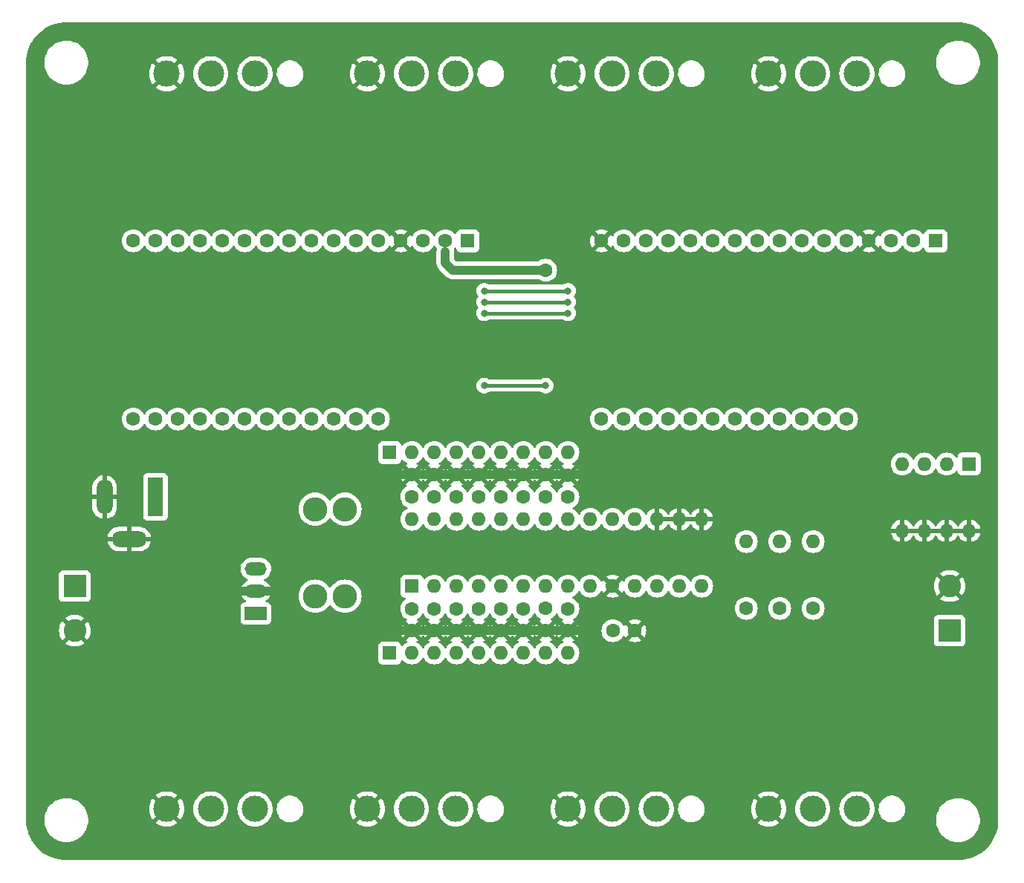
<source format=gbl>
G04 #@! TF.GenerationSoftware,KiCad,Pcbnew,7.0.9*
G04 #@! TF.CreationDate,2023-12-25T12:39:07-05:00*
G04 #@! TF.ProjectId,track_sensor_board,74726163-6b5f-4736-956e-736f725f626f,rev?*
G04 #@! TF.SameCoordinates,Original*
G04 #@! TF.FileFunction,Copper,L2,Bot*
G04 #@! TF.FilePolarity,Positive*
%FSLAX46Y46*%
G04 Gerber Fmt 4.6, Leading zero omitted, Abs format (unit mm)*
G04 Created by KiCad (PCBNEW 7.0.9) date 2023-12-25 12:39:07*
%MOMM*%
%LPD*%
G01*
G04 APERTURE LIST*
G04 #@! TA.AperFunction,ComponentPad*
%ADD10C,3.000000*%
G04 #@! TD*
G04 #@! TA.AperFunction,ComponentPad*
%ADD11C,1.600000*%
G04 #@! TD*
G04 #@! TA.AperFunction,ComponentPad*
%ADD12C,2.780000*%
G04 #@! TD*
G04 #@! TA.AperFunction,ComponentPad*
%ADD13R,1.600000X1.600000*%
G04 #@! TD*
G04 #@! TA.AperFunction,ComponentPad*
%ADD14O,1.600000X1.600000*%
G04 #@! TD*
G04 #@! TA.AperFunction,ComponentPad*
%ADD15R,2.600000X2.600000*%
G04 #@! TD*
G04 #@! TA.AperFunction,ComponentPad*
%ADD16C,2.600000*%
G04 #@! TD*
G04 #@! TA.AperFunction,ComponentPad*
%ADD17R,2.500000X1.500000*%
G04 #@! TD*
G04 #@! TA.AperFunction,ComponentPad*
%ADD18O,2.500000X1.500000*%
G04 #@! TD*
G04 #@! TA.AperFunction,ComponentPad*
%ADD19R,1.800000X4.400000*%
G04 #@! TD*
G04 #@! TA.AperFunction,ComponentPad*
%ADD20O,1.800000X4.000000*%
G04 #@! TD*
G04 #@! TA.AperFunction,ComponentPad*
%ADD21O,4.000000X1.800000*%
G04 #@! TD*
G04 #@! TA.AperFunction,ViaPad*
%ADD22C,1.600000*%
G04 #@! TD*
G04 #@! TA.AperFunction,ViaPad*
%ADD23C,0.800000*%
G04 #@! TD*
G04 #@! TA.AperFunction,Conductor*
%ADD24C,1.000000*%
G04 #@! TD*
G04 #@! TA.AperFunction,Conductor*
%ADD25C,0.400000*%
G04 #@! TD*
G04 APERTURE END LIST*
D10*
X186588400Y-54610000D03*
X181559200Y-54610000D03*
X176530000Y-54610000D03*
D11*
X143510000Y-115610000D03*
X143510000Y-118110000D03*
X148590000Y-115610000D03*
X148590000Y-118110000D03*
D12*
X128270000Y-104260000D03*
X124870000Y-104260000D03*
X128270000Y-114180000D03*
X124870000Y-114180000D03*
D13*
X135890000Y-113030000D03*
D14*
X138430000Y-113030000D03*
X140970000Y-113030000D03*
X143510000Y-113030000D03*
X146050000Y-113030000D03*
X148590000Y-113030000D03*
X151130000Y-113030000D03*
X153670000Y-113030000D03*
X156210000Y-113030000D03*
X158750000Y-113030000D03*
X161290000Y-113030000D03*
X163830000Y-113030000D03*
X166370000Y-113030000D03*
X168910000Y-113030000D03*
X168910000Y-105410000D03*
X166370000Y-105410000D03*
X163830000Y-105410000D03*
X161290000Y-105410000D03*
X158750000Y-105410000D03*
X156210000Y-105410000D03*
X153670000Y-105410000D03*
X151130000Y-105410000D03*
X148590000Y-105410000D03*
X146050000Y-105410000D03*
X143510000Y-105410000D03*
X140970000Y-105410000D03*
X138430000Y-105410000D03*
X135890000Y-105410000D03*
D15*
X97485000Y-113030000D03*
D16*
X97485000Y-118110000D03*
D10*
X186588400Y-138430000D03*
X181559200Y-138430000D03*
X176530000Y-138430000D03*
D11*
X146050000Y-102830000D03*
X146050000Y-100330000D03*
X143510000Y-102830000D03*
X143510000Y-100330000D03*
D13*
X195580000Y-73660000D03*
D11*
X193040000Y-73660000D03*
X190500000Y-73660000D03*
X187960000Y-73660000D03*
X185420000Y-73660000D03*
X182880000Y-73660000D03*
X180340000Y-73660000D03*
X177800000Y-73660000D03*
X175260000Y-73660000D03*
X172720000Y-73660000D03*
X170180000Y-73660000D03*
X167640000Y-73660000D03*
X165100000Y-73660000D03*
X162560000Y-73660000D03*
X160020000Y-73660000D03*
X157480000Y-73660000D03*
X157480000Y-93980000D03*
X160020000Y-93980000D03*
X162560000Y-93980000D03*
X165100000Y-93980000D03*
X167640000Y-93980000D03*
X170180000Y-93980000D03*
X172720000Y-93980000D03*
X175260000Y-93980000D03*
X177800000Y-93980000D03*
X180340000Y-93980000D03*
X182880000Y-93980000D03*
X185420000Y-93980000D03*
X146050000Y-115610000D03*
X146050000Y-118110000D03*
X181610000Y-115570000D03*
D14*
X181610000Y-107950000D03*
D10*
X118008400Y-54610000D03*
X112979200Y-54610000D03*
X107950000Y-54610000D03*
D13*
X199380000Y-99102500D03*
D14*
X196840000Y-99102500D03*
X194300000Y-99102500D03*
X191760000Y-99102500D03*
X191760000Y-106722500D03*
X194300000Y-106722500D03*
X196840000Y-106722500D03*
X199380000Y-106722500D03*
D10*
X140868400Y-54610000D03*
X135839200Y-54610000D03*
X130810000Y-54610000D03*
D13*
X133350000Y-97790000D03*
D14*
X135890000Y-97790000D03*
X138430000Y-97790000D03*
X140970000Y-97790000D03*
X143510000Y-97790000D03*
X146050000Y-97790000D03*
X148590000Y-97790000D03*
X151130000Y-97790000D03*
X153670000Y-97790000D03*
D11*
X151130000Y-102830000D03*
X151130000Y-100330000D03*
D10*
X163728400Y-138430000D03*
X158699200Y-138430000D03*
X153670000Y-138430000D03*
X163728400Y-54610000D03*
X158699200Y-54610000D03*
X153670000Y-54610000D03*
D11*
X140970000Y-115610000D03*
X140970000Y-118110000D03*
X138430000Y-102830000D03*
X138430000Y-100330000D03*
X140970000Y-102830000D03*
X140970000Y-100330000D03*
X153670000Y-102870000D03*
X153670000Y-100370000D03*
D17*
X118110000Y-116133728D03*
D18*
X118110000Y-113593728D03*
X118110000Y-111053728D03*
D15*
X197155000Y-118109999D03*
D16*
X197155000Y-113029999D03*
D19*
X106680000Y-102870000D03*
D20*
X100880000Y-102870000D03*
D21*
X103680000Y-107670000D03*
D11*
X135890000Y-102830000D03*
X135890000Y-100330000D03*
X173990000Y-115570000D03*
D14*
X173990000Y-107950000D03*
D11*
X135890000Y-115610000D03*
X135890000Y-118110000D03*
D13*
X133350000Y-120650000D03*
D14*
X135890000Y-120650000D03*
X138430000Y-120650000D03*
X140970000Y-120650000D03*
X143510000Y-120650000D03*
X146050000Y-120650000D03*
X148590000Y-120650000D03*
X151130000Y-120650000D03*
X153670000Y-120650000D03*
D10*
X140868400Y-138430000D03*
X135839200Y-138430000D03*
X130810000Y-138430000D03*
D11*
X151130000Y-115570000D03*
X151130000Y-118070000D03*
D10*
X118008400Y-138430000D03*
X112979200Y-138430000D03*
X107950000Y-138430000D03*
D13*
X142240000Y-73660000D03*
D11*
X139700000Y-73660000D03*
X137160000Y-73660000D03*
X134620000Y-73660000D03*
X132080000Y-73660000D03*
X129540000Y-73660000D03*
X127000000Y-73660000D03*
X124460000Y-73660000D03*
X121920000Y-73660000D03*
X119380000Y-73660000D03*
X116840000Y-73660000D03*
X114300000Y-73660000D03*
X111760000Y-73660000D03*
X109220000Y-73660000D03*
X106680000Y-73660000D03*
X104140000Y-73660000D03*
X104140000Y-93980000D03*
X106680000Y-93980000D03*
X109220000Y-93980000D03*
X111760000Y-93980000D03*
X114300000Y-93980000D03*
X116840000Y-93980000D03*
X119380000Y-93980000D03*
X121920000Y-93980000D03*
X124460000Y-93980000D03*
X127000000Y-93980000D03*
X129540000Y-93980000D03*
X132080000Y-93980000D03*
X153670000Y-115610000D03*
X153670000Y-118110000D03*
X138430000Y-115610000D03*
X138430000Y-118110000D03*
X158790000Y-118110000D03*
X161290000Y-118110000D03*
X148590000Y-102830000D03*
X148590000Y-100330000D03*
X177800000Y-115570000D03*
D14*
X177800000Y-107950000D03*
D22*
X151130000Y-77012700D03*
D23*
X127233036Y-77388251D03*
X115386548Y-52154966D03*
X198120000Y-129540000D03*
X160655000Y-57150000D03*
X99060000Y-109220000D03*
X198120000Y-66040000D03*
X99695000Y-106045000D03*
X171169771Y-58822191D03*
X106680000Y-119380000D03*
X120650000Y-97790000D03*
X155519077Y-75401135D03*
X175895000Y-90805000D03*
X167640000Y-88900000D03*
X193675000Y-82550000D03*
X174945027Y-56959195D03*
X138369768Y-52455235D03*
X127000000Y-88900000D03*
X158872717Y-110490000D03*
X147637469Y-131445000D03*
X107315000Y-109220000D03*
X96145564Y-108432515D03*
X105485928Y-88884851D03*
X99955982Y-117876678D03*
X124627940Y-58420000D03*
X187960000Y-76200000D03*
X96520000Y-88900000D03*
X116840000Y-88900000D03*
X111760000Y-119380000D03*
X172085000Y-97790000D03*
X101600000Y-135255000D03*
X116840000Y-121285000D03*
X136525000Y-93345000D03*
X117895228Y-135790742D03*
X148590000Y-58420000D03*
X114300000Y-110490000D03*
X167640000Y-119380000D03*
X155907229Y-88247062D03*
X171450000Y-80645000D03*
X161290000Y-120015000D03*
X193040000Y-109220000D03*
X103927324Y-102446546D03*
X201295000Y-95885000D03*
X135255000Y-76835000D03*
X125730000Y-107950000D03*
X141605000Y-135890000D03*
X124991204Y-135327907D03*
X186093378Y-114840710D03*
X95397318Y-102222072D03*
X187254180Y-135494609D03*
X171181797Y-107008594D03*
X158750000Y-107950000D03*
X100330000Y-59690000D03*
X138430000Y-107950000D03*
X186652245Y-57471724D03*
X137160000Y-88900000D03*
X100965000Y-99060000D03*
X106680000Y-106680000D03*
X96520000Y-78740000D03*
X165004013Y-136093639D03*
X96520000Y-93980000D03*
X198120000Y-124460000D03*
X144145000Y-79375000D03*
X153670000Y-79375000D03*
X144145000Y-80645000D03*
X153670000Y-80645000D03*
X144145000Y-81915000D03*
X153670000Y-81915000D03*
X151130000Y-90170000D03*
X144145000Y-90170000D03*
D24*
X151130000Y-77012700D02*
X140512700Y-77012700D01*
X140512700Y-77012700D02*
X139700000Y-76200000D01*
X139700000Y-76200000D02*
X139700000Y-74930000D01*
X155575000Y-118110000D02*
X156845000Y-119380000D01*
X114863728Y-113593728D02*
X118110000Y-113593728D01*
X135890000Y-100330000D02*
X157480000Y-100330000D01*
X135890000Y-118110000D02*
X155575000Y-118110000D01*
X135890000Y-118110000D02*
X131445000Y-118110000D01*
X114863728Y-113593728D02*
X114300000Y-113030000D01*
X121356272Y-113593728D02*
X121920000Y-113030000D01*
X135890000Y-100330000D02*
X133350000Y-100330000D01*
X121356272Y-113593728D02*
X118110000Y-113593728D01*
D25*
X144145000Y-79375000D02*
X153670000Y-79375000D01*
X144145000Y-80645000D02*
X153670000Y-80645000D01*
X144145000Y-81915000D02*
X153670000Y-81915000D01*
X151130000Y-90170000D02*
X149225000Y-90170000D01*
X149225000Y-90170000D02*
X144145000Y-90170000D01*
G04 #@! TA.AperFunction,Conductor*
G36*
X138044835Y-118235148D02*
G01*
X138102359Y-118348045D01*
X138191955Y-118437641D01*
X138304852Y-118495165D01*
X138385599Y-118507953D01*
X137704526Y-119189025D01*
X137704526Y-119189026D01*
X137777512Y-119240131D01*
X137777520Y-119240135D01*
X137835865Y-119267342D01*
X137888305Y-119313514D01*
X137907457Y-119380707D01*
X137887242Y-119447589D01*
X137835867Y-119492105D01*
X137781450Y-119517481D01*
X137777264Y-119519433D01*
X137590858Y-119649954D01*
X137429954Y-119810858D01*
X137299432Y-119997265D01*
X137299431Y-119997267D01*
X137272382Y-120055275D01*
X137226209Y-120107714D01*
X137159016Y-120126866D01*
X137092135Y-120106650D01*
X137047618Y-120055275D01*
X137020568Y-119997267D01*
X137020567Y-119997265D01*
X136959463Y-119909999D01*
X136890047Y-119810861D01*
X136890045Y-119810858D01*
X136729141Y-119649954D01*
X136542735Y-119519433D01*
X136542736Y-119519433D01*
X136542734Y-119519432D01*
X136484132Y-119492105D01*
X136431694Y-119445933D01*
X136412543Y-119378739D01*
X136432759Y-119311858D01*
X136484135Y-119267341D01*
X136542482Y-119240133D01*
X136615472Y-119189025D01*
X135934401Y-118507953D01*
X136015148Y-118495165D01*
X136128045Y-118437641D01*
X136217641Y-118348045D01*
X136275165Y-118235148D01*
X136287953Y-118154400D01*
X136969025Y-118835472D01*
X137020136Y-118762478D01*
X137047618Y-118703544D01*
X137093790Y-118651104D01*
X137160983Y-118631952D01*
X137227864Y-118652167D01*
X137272382Y-118703543D01*
X137299865Y-118762481D01*
X137299866Y-118762483D01*
X137350973Y-118835471D01*
X137350974Y-118835472D01*
X138032046Y-118154399D01*
X138044835Y-118235148D01*
G37*
G04 #@! TD.AperFunction*
G04 #@! TA.AperFunction,Conductor*
G36*
X140584835Y-118235148D02*
G01*
X140642359Y-118348045D01*
X140731955Y-118437641D01*
X140844852Y-118495165D01*
X140925599Y-118507953D01*
X140244526Y-119189025D01*
X140244526Y-119189026D01*
X140317512Y-119240131D01*
X140317520Y-119240135D01*
X140375865Y-119267342D01*
X140428305Y-119313514D01*
X140447457Y-119380707D01*
X140427242Y-119447589D01*
X140375867Y-119492105D01*
X140321450Y-119517481D01*
X140317264Y-119519433D01*
X140130858Y-119649954D01*
X139969954Y-119810858D01*
X139839432Y-119997265D01*
X139839431Y-119997267D01*
X139812382Y-120055275D01*
X139766209Y-120107714D01*
X139699016Y-120126866D01*
X139632135Y-120106650D01*
X139587618Y-120055275D01*
X139560568Y-119997267D01*
X139560567Y-119997265D01*
X139499463Y-119909999D01*
X139430047Y-119810861D01*
X139430045Y-119810858D01*
X139269141Y-119649954D01*
X139082735Y-119519433D01*
X139082736Y-119519433D01*
X139082734Y-119519432D01*
X139024132Y-119492105D01*
X138971694Y-119445933D01*
X138952543Y-119378739D01*
X138972759Y-119311858D01*
X139024135Y-119267341D01*
X139082482Y-119240133D01*
X139155472Y-119189025D01*
X138474401Y-118507953D01*
X138555148Y-118495165D01*
X138668045Y-118437641D01*
X138757641Y-118348045D01*
X138815165Y-118235148D01*
X138827953Y-118154400D01*
X139509025Y-118835472D01*
X139560136Y-118762478D01*
X139587618Y-118703544D01*
X139633790Y-118651104D01*
X139700983Y-118631952D01*
X139767864Y-118652167D01*
X139812382Y-118703543D01*
X139839865Y-118762481D01*
X139839866Y-118762483D01*
X139890973Y-118835471D01*
X139890974Y-118835472D01*
X140572046Y-118154399D01*
X140584835Y-118235148D01*
G37*
G04 #@! TD.AperFunction*
G04 #@! TA.AperFunction,Conductor*
G36*
X143124835Y-118235148D02*
G01*
X143182359Y-118348045D01*
X143271955Y-118437641D01*
X143384852Y-118495165D01*
X143465599Y-118507953D01*
X142784526Y-119189025D01*
X142784526Y-119189026D01*
X142857512Y-119240131D01*
X142857520Y-119240135D01*
X142915865Y-119267342D01*
X142968305Y-119313514D01*
X142987457Y-119380707D01*
X142967242Y-119447589D01*
X142915867Y-119492105D01*
X142861450Y-119517481D01*
X142857264Y-119519433D01*
X142670858Y-119649954D01*
X142509954Y-119810858D01*
X142379432Y-119997265D01*
X142379431Y-119997267D01*
X142352382Y-120055275D01*
X142306209Y-120107714D01*
X142239016Y-120126866D01*
X142172135Y-120106650D01*
X142127618Y-120055275D01*
X142100568Y-119997267D01*
X142100567Y-119997265D01*
X142039463Y-119909999D01*
X141970047Y-119810861D01*
X141970045Y-119810858D01*
X141809141Y-119649954D01*
X141622735Y-119519433D01*
X141622736Y-119519433D01*
X141622734Y-119519432D01*
X141564132Y-119492105D01*
X141511694Y-119445933D01*
X141492543Y-119378739D01*
X141512759Y-119311858D01*
X141564135Y-119267341D01*
X141622482Y-119240133D01*
X141695472Y-119189025D01*
X141014401Y-118507953D01*
X141095148Y-118495165D01*
X141208045Y-118437641D01*
X141297641Y-118348045D01*
X141355165Y-118235148D01*
X141367953Y-118154400D01*
X142049025Y-118835472D01*
X142100136Y-118762478D01*
X142127618Y-118703544D01*
X142173790Y-118651104D01*
X142240983Y-118631952D01*
X142307864Y-118652167D01*
X142352382Y-118703543D01*
X142379865Y-118762481D01*
X142379866Y-118762483D01*
X142430973Y-118835471D01*
X142430974Y-118835472D01*
X143112046Y-118154399D01*
X143124835Y-118235148D01*
G37*
G04 #@! TD.AperFunction*
G04 #@! TA.AperFunction,Conductor*
G36*
X145664835Y-118235148D02*
G01*
X145722359Y-118348045D01*
X145811955Y-118437641D01*
X145924852Y-118495165D01*
X146005599Y-118507953D01*
X145324526Y-119189025D01*
X145324526Y-119189026D01*
X145397512Y-119240131D01*
X145397520Y-119240135D01*
X145455865Y-119267342D01*
X145508305Y-119313514D01*
X145527457Y-119380707D01*
X145507242Y-119447589D01*
X145455867Y-119492105D01*
X145401450Y-119517481D01*
X145397264Y-119519433D01*
X145210858Y-119649954D01*
X145049954Y-119810858D01*
X144919432Y-119997265D01*
X144919431Y-119997267D01*
X144892382Y-120055275D01*
X144846209Y-120107714D01*
X144779016Y-120126866D01*
X144712135Y-120106650D01*
X144667618Y-120055275D01*
X144640568Y-119997267D01*
X144640567Y-119997265D01*
X144579463Y-119909999D01*
X144510047Y-119810861D01*
X144510045Y-119810858D01*
X144349141Y-119649954D01*
X144162735Y-119519433D01*
X144162736Y-119519433D01*
X144162734Y-119519432D01*
X144104132Y-119492105D01*
X144051694Y-119445933D01*
X144032543Y-119378739D01*
X144052759Y-119311858D01*
X144104135Y-119267341D01*
X144162482Y-119240133D01*
X144235472Y-119189025D01*
X143554401Y-118507953D01*
X143635148Y-118495165D01*
X143748045Y-118437641D01*
X143837641Y-118348045D01*
X143895165Y-118235148D01*
X143907953Y-118154400D01*
X144589025Y-118835472D01*
X144640136Y-118762478D01*
X144667618Y-118703544D01*
X144713790Y-118651104D01*
X144780983Y-118631952D01*
X144847864Y-118652167D01*
X144892382Y-118703543D01*
X144919865Y-118762481D01*
X144919866Y-118762483D01*
X144970973Y-118835471D01*
X144970974Y-118835472D01*
X145652046Y-118154399D01*
X145664835Y-118235148D01*
G37*
G04 #@! TD.AperFunction*
G04 #@! TA.AperFunction,Conductor*
G36*
X148204835Y-118235148D02*
G01*
X148262359Y-118348045D01*
X148351955Y-118437641D01*
X148464852Y-118495165D01*
X148545599Y-118507953D01*
X147864526Y-119189025D01*
X147864526Y-119189026D01*
X147937512Y-119240131D01*
X147937520Y-119240135D01*
X147995865Y-119267342D01*
X148048305Y-119313514D01*
X148067457Y-119380707D01*
X148047242Y-119447589D01*
X147995867Y-119492105D01*
X147941450Y-119517481D01*
X147937264Y-119519433D01*
X147750858Y-119649954D01*
X147589954Y-119810858D01*
X147459432Y-119997265D01*
X147459431Y-119997267D01*
X147432382Y-120055275D01*
X147386209Y-120107714D01*
X147319016Y-120126866D01*
X147252135Y-120106650D01*
X147207618Y-120055275D01*
X147180568Y-119997267D01*
X147180567Y-119997265D01*
X147119463Y-119909999D01*
X147050047Y-119810861D01*
X147050045Y-119810858D01*
X146889141Y-119649954D01*
X146702735Y-119519433D01*
X146702736Y-119519433D01*
X146702734Y-119519432D01*
X146644132Y-119492105D01*
X146591694Y-119445933D01*
X146572543Y-119378739D01*
X146592759Y-119311858D01*
X146644135Y-119267341D01*
X146702482Y-119240133D01*
X146775472Y-119189025D01*
X146094401Y-118507953D01*
X146175148Y-118495165D01*
X146288045Y-118437641D01*
X146377641Y-118348045D01*
X146435165Y-118235148D01*
X146447953Y-118154400D01*
X147129025Y-118835472D01*
X147180136Y-118762478D01*
X147207618Y-118703544D01*
X147253790Y-118651104D01*
X147320983Y-118631952D01*
X147387864Y-118652167D01*
X147432382Y-118703543D01*
X147459865Y-118762481D01*
X147459866Y-118762483D01*
X147510973Y-118835471D01*
X147510974Y-118835472D01*
X148192046Y-118154399D01*
X148204835Y-118235148D01*
G37*
G04 #@! TD.AperFunction*
G04 #@! TA.AperFunction,Conductor*
G36*
X150744835Y-118195148D02*
G01*
X150802359Y-118308045D01*
X150891955Y-118397641D01*
X151004852Y-118455165D01*
X151085599Y-118467953D01*
X150404526Y-119149025D01*
X150404526Y-119149026D01*
X150477512Y-119200131D01*
X150477520Y-119200135D01*
X150578755Y-119247342D01*
X150631195Y-119293514D01*
X150650347Y-119360708D01*
X150630131Y-119427589D01*
X150578756Y-119472106D01*
X150477267Y-119519431D01*
X150477265Y-119519432D01*
X150290858Y-119649954D01*
X150129954Y-119810858D01*
X149999432Y-119997265D01*
X149999431Y-119997267D01*
X149972382Y-120055275D01*
X149926209Y-120107714D01*
X149859016Y-120126866D01*
X149792135Y-120106650D01*
X149747618Y-120055275D01*
X149720568Y-119997267D01*
X149720567Y-119997265D01*
X149659463Y-119909999D01*
X149590047Y-119810861D01*
X149590045Y-119810858D01*
X149429141Y-119649954D01*
X149242735Y-119519433D01*
X149242736Y-119519433D01*
X149242734Y-119519432D01*
X149184132Y-119492105D01*
X149131694Y-119445933D01*
X149112543Y-119378739D01*
X149132759Y-119311858D01*
X149184135Y-119267341D01*
X149242482Y-119240133D01*
X149315472Y-119189025D01*
X148634401Y-118507953D01*
X148715148Y-118495165D01*
X148828045Y-118437641D01*
X148917641Y-118348045D01*
X148975165Y-118235148D01*
X148987953Y-118154400D01*
X149669025Y-118835472D01*
X149720136Y-118762478D01*
X149756944Y-118683544D01*
X149803116Y-118631104D01*
X149870309Y-118611952D01*
X149937190Y-118632167D01*
X149981708Y-118683543D01*
X149999865Y-118722481D01*
X149999866Y-118722483D01*
X150050973Y-118795471D01*
X150050974Y-118795472D01*
X150732046Y-118114399D01*
X150744835Y-118195148D01*
G37*
G04 #@! TD.AperFunction*
G04 #@! TA.AperFunction,Conductor*
G36*
X152209025Y-118795472D02*
G01*
X152260136Y-118722478D01*
X152278292Y-118683544D01*
X152324464Y-118631104D01*
X152391657Y-118611952D01*
X152458539Y-118632167D01*
X152503056Y-118683543D01*
X152539865Y-118762481D01*
X152539866Y-118762483D01*
X152590973Y-118835471D01*
X152590974Y-118835472D01*
X153272046Y-118154399D01*
X153284835Y-118235148D01*
X153342359Y-118348045D01*
X153431955Y-118437641D01*
X153544852Y-118495165D01*
X153625599Y-118507953D01*
X152944526Y-119189025D01*
X152944526Y-119189026D01*
X153017512Y-119240131D01*
X153017520Y-119240135D01*
X153075865Y-119267342D01*
X153128305Y-119313514D01*
X153147457Y-119380707D01*
X153127242Y-119447589D01*
X153075867Y-119492105D01*
X153021450Y-119517481D01*
X153017264Y-119519433D01*
X152830858Y-119649954D01*
X152669954Y-119810858D01*
X152539432Y-119997265D01*
X152539431Y-119997267D01*
X152512382Y-120055275D01*
X152466209Y-120107714D01*
X152399016Y-120126866D01*
X152332135Y-120106650D01*
X152287618Y-120055275D01*
X152260568Y-119997267D01*
X152260567Y-119997265D01*
X152199463Y-119909999D01*
X152130047Y-119810861D01*
X152130045Y-119810858D01*
X151969141Y-119649954D01*
X151782734Y-119519432D01*
X151782732Y-119519431D01*
X151681244Y-119472106D01*
X151628805Y-119425933D01*
X151609653Y-119358740D01*
X151629869Y-119291859D01*
X151681245Y-119247342D01*
X151782478Y-119200136D01*
X151855472Y-119149025D01*
X151174401Y-118467953D01*
X151255148Y-118455165D01*
X151368045Y-118397641D01*
X151457641Y-118308045D01*
X151515165Y-118195148D01*
X151527953Y-118114400D01*
X152209025Y-118795472D01*
G37*
G04 #@! TD.AperFunction*
G04 #@! TA.AperFunction,Conductor*
G36*
X137227865Y-116153348D02*
G01*
X137272382Y-116204725D01*
X137299429Y-116262728D01*
X137299432Y-116262734D01*
X137429954Y-116449141D01*
X137590858Y-116610045D01*
X137590861Y-116610047D01*
X137777266Y-116740568D01*
X137792975Y-116747893D01*
X137845414Y-116794064D01*
X137864567Y-116861257D01*
X137844352Y-116928138D01*
X137792979Y-116972656D01*
X137777512Y-116979868D01*
X137704527Y-117030972D01*
X137704526Y-117030973D01*
X138385600Y-117712046D01*
X138304852Y-117724835D01*
X138191955Y-117782359D01*
X138102359Y-117871955D01*
X138044835Y-117984852D01*
X138032046Y-118065599D01*
X137350973Y-117384526D01*
X137350972Y-117384527D01*
X137299868Y-117457513D01*
X137272382Y-117516457D01*
X137226210Y-117568896D01*
X137159016Y-117588048D01*
X137092135Y-117567832D01*
X137047618Y-117516457D01*
X137020133Y-117457516D01*
X137020131Y-117457512D01*
X136969026Y-117384526D01*
X136969025Y-117384526D01*
X136287953Y-118065598D01*
X136275165Y-117984852D01*
X136217641Y-117871955D01*
X136128045Y-117782359D01*
X136015148Y-117724835D01*
X135934400Y-117712046D01*
X136615472Y-117030974D01*
X136615471Y-117030973D01*
X136542483Y-116979866D01*
X136542481Y-116979865D01*
X136527023Y-116972657D01*
X136474584Y-116926484D01*
X136455432Y-116859290D01*
X136475648Y-116792409D01*
X136527023Y-116747893D01*
X136542734Y-116740568D01*
X136729139Y-116610047D01*
X136890047Y-116449139D01*
X137020568Y-116262734D01*
X137047618Y-116204724D01*
X137093790Y-116152285D01*
X137160983Y-116133133D01*
X137227865Y-116153348D01*
G37*
G04 #@! TD.AperFunction*
G04 #@! TA.AperFunction,Conductor*
G36*
X139767865Y-116153348D02*
G01*
X139812382Y-116204725D01*
X139839429Y-116262728D01*
X139839432Y-116262734D01*
X139969954Y-116449141D01*
X140130858Y-116610045D01*
X140130861Y-116610047D01*
X140317266Y-116740568D01*
X140332975Y-116747893D01*
X140385414Y-116794064D01*
X140404567Y-116861257D01*
X140384352Y-116928138D01*
X140332979Y-116972656D01*
X140317512Y-116979868D01*
X140244527Y-117030972D01*
X140244526Y-117030973D01*
X140925600Y-117712046D01*
X140844852Y-117724835D01*
X140731955Y-117782359D01*
X140642359Y-117871955D01*
X140584835Y-117984852D01*
X140572046Y-118065599D01*
X139890973Y-117384526D01*
X139890972Y-117384527D01*
X139839868Y-117457513D01*
X139812382Y-117516457D01*
X139766210Y-117568896D01*
X139699016Y-117588048D01*
X139632135Y-117567832D01*
X139587618Y-117516457D01*
X139560133Y-117457516D01*
X139560131Y-117457512D01*
X139509026Y-117384526D01*
X139509025Y-117384526D01*
X138827953Y-118065598D01*
X138815165Y-117984852D01*
X138757641Y-117871955D01*
X138668045Y-117782359D01*
X138555148Y-117724835D01*
X138474400Y-117712046D01*
X139155472Y-117030974D01*
X139155471Y-117030973D01*
X139082483Y-116979866D01*
X139082481Y-116979865D01*
X139067023Y-116972657D01*
X139014584Y-116926484D01*
X138995432Y-116859290D01*
X139015648Y-116792409D01*
X139067023Y-116747893D01*
X139082734Y-116740568D01*
X139269139Y-116610047D01*
X139430047Y-116449139D01*
X139560568Y-116262734D01*
X139587618Y-116204724D01*
X139633790Y-116152285D01*
X139700983Y-116133133D01*
X139767865Y-116153348D01*
G37*
G04 #@! TD.AperFunction*
G04 #@! TA.AperFunction,Conductor*
G36*
X142307865Y-116153348D02*
G01*
X142352382Y-116204725D01*
X142379429Y-116262728D01*
X142379432Y-116262734D01*
X142509954Y-116449141D01*
X142670858Y-116610045D01*
X142670861Y-116610047D01*
X142857266Y-116740568D01*
X142872975Y-116747893D01*
X142925414Y-116794064D01*
X142944567Y-116861257D01*
X142924352Y-116928138D01*
X142872979Y-116972656D01*
X142857512Y-116979868D01*
X142784527Y-117030972D01*
X142784526Y-117030973D01*
X143465600Y-117712046D01*
X143384852Y-117724835D01*
X143271955Y-117782359D01*
X143182359Y-117871955D01*
X143124835Y-117984852D01*
X143112046Y-118065599D01*
X142430973Y-117384526D01*
X142430972Y-117384527D01*
X142379868Y-117457513D01*
X142352382Y-117516457D01*
X142306210Y-117568896D01*
X142239016Y-117588048D01*
X142172135Y-117567832D01*
X142127618Y-117516457D01*
X142100133Y-117457516D01*
X142100131Y-117457512D01*
X142049026Y-117384526D01*
X142049025Y-117384526D01*
X141367953Y-118065598D01*
X141355165Y-117984852D01*
X141297641Y-117871955D01*
X141208045Y-117782359D01*
X141095148Y-117724835D01*
X141014400Y-117712046D01*
X141695472Y-117030974D01*
X141695471Y-117030973D01*
X141622483Y-116979866D01*
X141622481Y-116979865D01*
X141607023Y-116972657D01*
X141554584Y-116926484D01*
X141535432Y-116859290D01*
X141555648Y-116792409D01*
X141607023Y-116747893D01*
X141622734Y-116740568D01*
X141809139Y-116610047D01*
X141970047Y-116449139D01*
X142100568Y-116262734D01*
X142127618Y-116204724D01*
X142173790Y-116152285D01*
X142240983Y-116133133D01*
X142307865Y-116153348D01*
G37*
G04 #@! TD.AperFunction*
G04 #@! TA.AperFunction,Conductor*
G36*
X144847865Y-116153348D02*
G01*
X144892382Y-116204725D01*
X144919429Y-116262728D01*
X144919432Y-116262734D01*
X145049954Y-116449141D01*
X145210858Y-116610045D01*
X145210861Y-116610047D01*
X145397266Y-116740568D01*
X145412975Y-116747893D01*
X145465414Y-116794064D01*
X145484567Y-116861257D01*
X145464352Y-116928138D01*
X145412979Y-116972656D01*
X145397512Y-116979868D01*
X145324527Y-117030972D01*
X145324526Y-117030973D01*
X146005600Y-117712046D01*
X145924852Y-117724835D01*
X145811955Y-117782359D01*
X145722359Y-117871955D01*
X145664835Y-117984852D01*
X145652046Y-118065599D01*
X144970973Y-117384526D01*
X144970972Y-117384527D01*
X144919868Y-117457513D01*
X144892382Y-117516457D01*
X144846210Y-117568896D01*
X144779016Y-117588048D01*
X144712135Y-117567832D01*
X144667618Y-117516457D01*
X144640133Y-117457516D01*
X144640131Y-117457512D01*
X144589026Y-117384526D01*
X143907953Y-118065598D01*
X143895165Y-117984852D01*
X143837641Y-117871955D01*
X143748045Y-117782359D01*
X143635148Y-117724835D01*
X143554400Y-117712046D01*
X144235472Y-117030974D01*
X144235471Y-117030973D01*
X144162483Y-116979866D01*
X144162481Y-116979865D01*
X144147023Y-116972657D01*
X144094584Y-116926484D01*
X144075432Y-116859290D01*
X144095648Y-116792409D01*
X144147023Y-116747893D01*
X144162734Y-116740568D01*
X144349139Y-116610047D01*
X144510047Y-116449139D01*
X144640568Y-116262734D01*
X144667618Y-116204724D01*
X144713790Y-116152285D01*
X144780983Y-116133133D01*
X144847865Y-116153348D01*
G37*
G04 #@! TD.AperFunction*
G04 #@! TA.AperFunction,Conductor*
G36*
X147387865Y-116153348D02*
G01*
X147432382Y-116204725D01*
X147459429Y-116262728D01*
X147459432Y-116262734D01*
X147589954Y-116449141D01*
X147750858Y-116610045D01*
X147750861Y-116610047D01*
X147937266Y-116740568D01*
X147952975Y-116747893D01*
X148005414Y-116794064D01*
X148024567Y-116861257D01*
X148004352Y-116928138D01*
X147952979Y-116972656D01*
X147937512Y-116979868D01*
X147864527Y-117030972D01*
X147864526Y-117030973D01*
X148545600Y-117712046D01*
X148464852Y-117724835D01*
X148351955Y-117782359D01*
X148262359Y-117871955D01*
X148204835Y-117984852D01*
X148192046Y-118065599D01*
X147510973Y-117384526D01*
X147510972Y-117384527D01*
X147459868Y-117457513D01*
X147432382Y-117516457D01*
X147386210Y-117568896D01*
X147319016Y-117588048D01*
X147252135Y-117567832D01*
X147207618Y-117516457D01*
X147180133Y-117457516D01*
X147180131Y-117457512D01*
X147129026Y-117384526D01*
X146447953Y-118065598D01*
X146435165Y-117984852D01*
X146377641Y-117871955D01*
X146288045Y-117782359D01*
X146175148Y-117724835D01*
X146094400Y-117712046D01*
X146775472Y-117030974D01*
X146775471Y-117030973D01*
X146702483Y-116979866D01*
X146702481Y-116979865D01*
X146687023Y-116972657D01*
X146634584Y-116926484D01*
X146615432Y-116859290D01*
X146635648Y-116792409D01*
X146687023Y-116747893D01*
X146702734Y-116740568D01*
X146889139Y-116610047D01*
X147050047Y-116449139D01*
X147180568Y-116262734D01*
X147207618Y-116204724D01*
X147253790Y-116152285D01*
X147320983Y-116133133D01*
X147387865Y-116153348D01*
G37*
G04 #@! TD.AperFunction*
G04 #@! TA.AperFunction,Conductor*
G36*
X152458536Y-116133347D02*
G01*
X152503055Y-116184724D01*
X152539431Y-116262732D01*
X152539432Y-116262734D01*
X152669954Y-116449141D01*
X152830858Y-116610045D01*
X152830861Y-116610047D01*
X153017266Y-116740568D01*
X153032975Y-116747893D01*
X153085414Y-116794064D01*
X153104567Y-116861257D01*
X153084352Y-116928138D01*
X153032979Y-116972656D01*
X153017512Y-116979868D01*
X152944527Y-117030972D01*
X152944526Y-117030973D01*
X153625600Y-117712046D01*
X153544852Y-117724835D01*
X153431955Y-117782359D01*
X153342359Y-117871955D01*
X153284835Y-117984852D01*
X153272046Y-118065599D01*
X152590973Y-117384526D01*
X152590972Y-117384527D01*
X152539868Y-117457513D01*
X152521708Y-117496457D01*
X152475535Y-117548896D01*
X152408342Y-117568048D01*
X152341461Y-117547832D01*
X152296944Y-117496457D01*
X152260133Y-117417516D01*
X152260131Y-117417512D01*
X152209026Y-117344526D01*
X152209025Y-117344526D01*
X151527953Y-118025598D01*
X151515165Y-117944852D01*
X151457641Y-117831955D01*
X151368045Y-117742359D01*
X151255148Y-117684835D01*
X151174400Y-117672046D01*
X151855472Y-116990974D01*
X151855471Y-116990973D01*
X151782483Y-116939866D01*
X151782481Y-116939865D01*
X151767023Y-116932657D01*
X151714584Y-116886484D01*
X151695432Y-116819290D01*
X151715648Y-116752409D01*
X151767023Y-116707893D01*
X151782734Y-116700568D01*
X151969139Y-116570047D01*
X152130047Y-116409139D01*
X152260568Y-116222734D01*
X152278292Y-116184724D01*
X152324461Y-116132286D01*
X152391654Y-116113133D01*
X152458536Y-116133347D01*
G37*
G04 #@! TD.AperFunction*
G04 #@! TA.AperFunction,Conductor*
G36*
X149937191Y-116133348D02*
G01*
X149981708Y-116184724D01*
X149999431Y-116222732D01*
X149999432Y-116222734D01*
X150129954Y-116409141D01*
X150290858Y-116570045D01*
X150290861Y-116570047D01*
X150477266Y-116700568D01*
X150492975Y-116707893D01*
X150545414Y-116754064D01*
X150564567Y-116821257D01*
X150544352Y-116888138D01*
X150492979Y-116932656D01*
X150477512Y-116939868D01*
X150404527Y-116990972D01*
X150404526Y-116990973D01*
X151085600Y-117672046D01*
X151004852Y-117684835D01*
X150891955Y-117742359D01*
X150802359Y-117831955D01*
X150744835Y-117944852D01*
X150732046Y-118025599D01*
X150050973Y-117344526D01*
X150050972Y-117344527D01*
X149999869Y-117417511D01*
X149963055Y-117496458D01*
X149916882Y-117548897D01*
X149849688Y-117568048D01*
X149782807Y-117547832D01*
X149738290Y-117496455D01*
X149720132Y-117457515D01*
X149720131Y-117457512D01*
X149669026Y-117384526D01*
X149669025Y-117384526D01*
X148987953Y-118065598D01*
X148975165Y-117984852D01*
X148917641Y-117871955D01*
X148828045Y-117782359D01*
X148715148Y-117724835D01*
X148634400Y-117712046D01*
X149315472Y-117030974D01*
X149315471Y-117030973D01*
X149242483Y-116979866D01*
X149242481Y-116979865D01*
X149227023Y-116972657D01*
X149174584Y-116926484D01*
X149155432Y-116859290D01*
X149175648Y-116792409D01*
X149227023Y-116747893D01*
X149242734Y-116740568D01*
X149429139Y-116610047D01*
X149590047Y-116449139D01*
X149720568Y-116262734D01*
X149756944Y-116184723D01*
X149803116Y-116132285D01*
X149870309Y-116113133D01*
X149937191Y-116133348D01*
G37*
G04 #@! TD.AperFunction*
G04 #@! TA.AperFunction,Conductor*
G36*
X193972359Y-106484455D02*
G01*
X193914835Y-106597352D01*
X193895014Y-106722500D01*
X193914835Y-106847648D01*
X193972359Y-106960545D01*
X193984314Y-106972500D01*
X192075686Y-106972500D01*
X192087641Y-106960545D01*
X192145165Y-106847648D01*
X192164986Y-106722500D01*
X192145165Y-106597352D01*
X192087641Y-106484455D01*
X192075686Y-106472500D01*
X193984314Y-106472500D01*
X193972359Y-106484455D01*
G37*
G04 #@! TD.AperFunction*
G04 #@! TA.AperFunction,Conductor*
G36*
X196512359Y-106484455D02*
G01*
X196454835Y-106597352D01*
X196435014Y-106722500D01*
X196454835Y-106847648D01*
X196512359Y-106960545D01*
X196524314Y-106972500D01*
X194615686Y-106972500D01*
X194627641Y-106960545D01*
X194685165Y-106847648D01*
X194704986Y-106722500D01*
X194685165Y-106597352D01*
X194627641Y-106484455D01*
X194615686Y-106472500D01*
X196524314Y-106472500D01*
X196512359Y-106484455D01*
G37*
G04 #@! TD.AperFunction*
G04 #@! TA.AperFunction,Conductor*
G36*
X199052359Y-106484455D02*
G01*
X198994835Y-106597352D01*
X198975014Y-106722500D01*
X198994835Y-106847648D01*
X199052359Y-106960545D01*
X199064314Y-106972500D01*
X197155686Y-106972500D01*
X197167641Y-106960545D01*
X197225165Y-106847648D01*
X197244986Y-106722500D01*
X197225165Y-106597352D01*
X197167641Y-106484455D01*
X197155686Y-106472500D01*
X199064314Y-106472500D01*
X199052359Y-106484455D01*
G37*
G04 #@! TD.AperFunction*
G04 #@! TA.AperFunction,Conductor*
G36*
X166042359Y-105171955D02*
G01*
X165984835Y-105284852D01*
X165965014Y-105410000D01*
X165984835Y-105535148D01*
X166042359Y-105648045D01*
X166054314Y-105660000D01*
X164145686Y-105660000D01*
X164157641Y-105648045D01*
X164215165Y-105535148D01*
X164234986Y-105410000D01*
X164215165Y-105284852D01*
X164157641Y-105171955D01*
X164145686Y-105160000D01*
X166054314Y-105160000D01*
X166042359Y-105171955D01*
G37*
G04 #@! TD.AperFunction*
G04 #@! TA.AperFunction,Conductor*
G36*
X168582359Y-105171955D02*
G01*
X168524835Y-105284852D01*
X168505014Y-105410000D01*
X168524835Y-105535148D01*
X168582359Y-105648045D01*
X168594314Y-105660000D01*
X166685686Y-105660000D01*
X166697641Y-105648045D01*
X166755165Y-105535148D01*
X166774986Y-105410000D01*
X166755165Y-105284852D01*
X166697641Y-105171955D01*
X166685686Y-105160000D01*
X168594314Y-105160000D01*
X168582359Y-105171955D01*
G37*
G04 #@! TD.AperFunction*
G04 #@! TA.AperFunction,Conductor*
G36*
X152209025Y-101055472D02*
G01*
X152260136Y-100982478D01*
X152278292Y-100943544D01*
X152324464Y-100891104D01*
X152391657Y-100871952D01*
X152458539Y-100892167D01*
X152503056Y-100943543D01*
X152539865Y-101022481D01*
X152539866Y-101022483D01*
X152590973Y-101095471D01*
X152590974Y-101095472D01*
X153272046Y-100414399D01*
X153284835Y-100495148D01*
X153342359Y-100608045D01*
X153431955Y-100697641D01*
X153544852Y-100755165D01*
X153625599Y-100767953D01*
X152944526Y-101449025D01*
X152944526Y-101449026D01*
X153017512Y-101500131D01*
X153017515Y-101500132D01*
X153032974Y-101507341D01*
X153085414Y-101553513D01*
X153104567Y-101620706D01*
X153084352Y-101687587D01*
X153032978Y-101732105D01*
X153017269Y-101739430D01*
X153017265Y-101739432D01*
X152830858Y-101869954D01*
X152669954Y-102030858D01*
X152539433Y-102217264D01*
X152521708Y-102255276D01*
X152475535Y-102307715D01*
X152408341Y-102326866D01*
X152341460Y-102306650D01*
X152296944Y-102255275D01*
X152287618Y-102235275D01*
X152260568Y-102177266D01*
X152130047Y-101990861D01*
X152130045Y-101990858D01*
X151969141Y-101829954D01*
X151782734Y-101699432D01*
X151782730Y-101699430D01*
X151767022Y-101692105D01*
X151714583Y-101645931D01*
X151695433Y-101578737D01*
X151715650Y-101511857D01*
X151767028Y-101467340D01*
X151782481Y-101460134D01*
X151855472Y-101409025D01*
X151174401Y-100727953D01*
X151255148Y-100715165D01*
X151368045Y-100657641D01*
X151457641Y-100568045D01*
X151515165Y-100455148D01*
X151527953Y-100374400D01*
X152209025Y-101055472D01*
G37*
G04 #@! TD.AperFunction*
G04 #@! TA.AperFunction,Conductor*
G36*
X138044835Y-100455148D02*
G01*
X138102359Y-100568045D01*
X138191955Y-100657641D01*
X138304852Y-100715165D01*
X138385599Y-100727953D01*
X137704526Y-101409025D01*
X137704526Y-101409026D01*
X137777512Y-101460131D01*
X137777515Y-101460132D01*
X137792974Y-101467341D01*
X137845414Y-101513513D01*
X137864567Y-101580706D01*
X137844352Y-101647587D01*
X137792978Y-101692105D01*
X137777269Y-101699430D01*
X137777265Y-101699432D01*
X137590858Y-101829954D01*
X137429954Y-101990858D01*
X137299432Y-102177265D01*
X137299431Y-102177267D01*
X137272382Y-102235275D01*
X137226209Y-102287714D01*
X137159016Y-102306866D01*
X137092135Y-102286650D01*
X137047618Y-102235275D01*
X137020568Y-102177267D01*
X137020567Y-102177265D01*
X136890045Y-101990858D01*
X136729141Y-101829954D01*
X136542734Y-101699432D01*
X136542730Y-101699430D01*
X136527022Y-101692105D01*
X136474583Y-101645931D01*
X136455433Y-101578737D01*
X136475650Y-101511857D01*
X136527028Y-101467340D01*
X136542481Y-101460134D01*
X136615472Y-101409025D01*
X135934401Y-100727953D01*
X136015148Y-100715165D01*
X136128045Y-100657641D01*
X136217641Y-100568045D01*
X136275165Y-100455148D01*
X136287953Y-100374400D01*
X136969025Y-101055472D01*
X137020136Y-100982478D01*
X137047618Y-100923544D01*
X137093790Y-100871104D01*
X137160983Y-100851952D01*
X137227864Y-100872167D01*
X137272382Y-100923543D01*
X137299865Y-100982481D01*
X137299866Y-100982483D01*
X137350973Y-101055471D01*
X137350974Y-101055472D01*
X138032046Y-100374399D01*
X138044835Y-100455148D01*
G37*
G04 #@! TD.AperFunction*
G04 #@! TA.AperFunction,Conductor*
G36*
X140584835Y-100455148D02*
G01*
X140642359Y-100568045D01*
X140731955Y-100657641D01*
X140844852Y-100715165D01*
X140925599Y-100727953D01*
X140244526Y-101409025D01*
X140244526Y-101409026D01*
X140317512Y-101460131D01*
X140317515Y-101460132D01*
X140332974Y-101467341D01*
X140385414Y-101513513D01*
X140404567Y-101580706D01*
X140384352Y-101647587D01*
X140332978Y-101692105D01*
X140317269Y-101699430D01*
X140317265Y-101699432D01*
X140130858Y-101829954D01*
X139969954Y-101990858D01*
X139839432Y-102177265D01*
X139839431Y-102177267D01*
X139812382Y-102235275D01*
X139766209Y-102287714D01*
X139699016Y-102306866D01*
X139632135Y-102286650D01*
X139587618Y-102235275D01*
X139560568Y-102177267D01*
X139560567Y-102177265D01*
X139430045Y-101990858D01*
X139269141Y-101829954D01*
X139082734Y-101699432D01*
X139082730Y-101699430D01*
X139067022Y-101692105D01*
X139014583Y-101645931D01*
X138995433Y-101578737D01*
X139015650Y-101511857D01*
X139067028Y-101467340D01*
X139082481Y-101460134D01*
X139155472Y-101409025D01*
X138474401Y-100727953D01*
X138555148Y-100715165D01*
X138668045Y-100657641D01*
X138757641Y-100568045D01*
X138815165Y-100455148D01*
X138827953Y-100374400D01*
X139509025Y-101055472D01*
X139560136Y-100982478D01*
X139587618Y-100923544D01*
X139633790Y-100871104D01*
X139700983Y-100851952D01*
X139767864Y-100872167D01*
X139812382Y-100923543D01*
X139839865Y-100982481D01*
X139839866Y-100982483D01*
X139890973Y-101055471D01*
X139890974Y-101055472D01*
X140572046Y-100374399D01*
X140584835Y-100455148D01*
G37*
G04 #@! TD.AperFunction*
G04 #@! TA.AperFunction,Conductor*
G36*
X143124835Y-100455148D02*
G01*
X143182359Y-100568045D01*
X143271955Y-100657641D01*
X143384852Y-100715165D01*
X143465599Y-100727953D01*
X142784526Y-101409025D01*
X142784526Y-101409026D01*
X142857512Y-101460131D01*
X142857515Y-101460132D01*
X142872974Y-101467341D01*
X142925414Y-101513513D01*
X142944567Y-101580706D01*
X142924352Y-101647587D01*
X142872978Y-101692105D01*
X142857269Y-101699430D01*
X142857265Y-101699432D01*
X142670858Y-101829954D01*
X142509954Y-101990858D01*
X142379432Y-102177265D01*
X142379431Y-102177267D01*
X142352382Y-102235275D01*
X142306209Y-102287714D01*
X142239016Y-102306866D01*
X142172135Y-102286650D01*
X142127618Y-102235275D01*
X142100568Y-102177267D01*
X142100567Y-102177265D01*
X141970045Y-101990858D01*
X141809141Y-101829954D01*
X141622734Y-101699432D01*
X141622730Y-101699430D01*
X141607022Y-101692105D01*
X141554583Y-101645931D01*
X141535433Y-101578737D01*
X141555650Y-101511857D01*
X141607028Y-101467340D01*
X141622481Y-101460134D01*
X141695472Y-101409025D01*
X141014401Y-100727953D01*
X141095148Y-100715165D01*
X141208045Y-100657641D01*
X141297641Y-100568045D01*
X141355165Y-100455148D01*
X141367953Y-100374400D01*
X142049025Y-101055472D01*
X142100136Y-100982478D01*
X142127618Y-100923544D01*
X142173790Y-100871104D01*
X142240983Y-100851952D01*
X142307864Y-100872167D01*
X142352382Y-100923543D01*
X142379865Y-100982481D01*
X142379866Y-100982483D01*
X142430973Y-101055471D01*
X142430974Y-101055472D01*
X143112046Y-100374399D01*
X143124835Y-100455148D01*
G37*
G04 #@! TD.AperFunction*
G04 #@! TA.AperFunction,Conductor*
G36*
X145664835Y-100455148D02*
G01*
X145722359Y-100568045D01*
X145811955Y-100657641D01*
X145924852Y-100715165D01*
X146005599Y-100727953D01*
X145324526Y-101409025D01*
X145324526Y-101409026D01*
X145397512Y-101460131D01*
X145397515Y-101460132D01*
X145412974Y-101467341D01*
X145465414Y-101513513D01*
X145484567Y-101580706D01*
X145464352Y-101647587D01*
X145412978Y-101692105D01*
X145397269Y-101699430D01*
X145397265Y-101699432D01*
X145210858Y-101829954D01*
X145049954Y-101990858D01*
X144919432Y-102177265D01*
X144919431Y-102177267D01*
X144892382Y-102235275D01*
X144846209Y-102287714D01*
X144779016Y-102306866D01*
X144712135Y-102286650D01*
X144667618Y-102235275D01*
X144640568Y-102177267D01*
X144640567Y-102177265D01*
X144510045Y-101990858D01*
X144349141Y-101829954D01*
X144162734Y-101699432D01*
X144162730Y-101699430D01*
X144147022Y-101692105D01*
X144094583Y-101645931D01*
X144075433Y-101578737D01*
X144095650Y-101511857D01*
X144147028Y-101467340D01*
X144162481Y-101460134D01*
X144235472Y-101409025D01*
X143554401Y-100727953D01*
X143635148Y-100715165D01*
X143748045Y-100657641D01*
X143837641Y-100568045D01*
X143895165Y-100455148D01*
X143907953Y-100374400D01*
X144589025Y-101055472D01*
X144640136Y-100982478D01*
X144667618Y-100923544D01*
X144713790Y-100871104D01*
X144780983Y-100851952D01*
X144847864Y-100872167D01*
X144892382Y-100923543D01*
X144919865Y-100982481D01*
X144919866Y-100982483D01*
X144970973Y-101055471D01*
X144970974Y-101055472D01*
X145652046Y-100374399D01*
X145664835Y-100455148D01*
G37*
G04 #@! TD.AperFunction*
G04 #@! TA.AperFunction,Conductor*
G36*
X148204835Y-100455148D02*
G01*
X148262359Y-100568045D01*
X148351955Y-100657641D01*
X148464852Y-100715165D01*
X148545599Y-100727953D01*
X147864526Y-101409025D01*
X147864526Y-101409026D01*
X147937512Y-101460131D01*
X147937515Y-101460132D01*
X147952974Y-101467341D01*
X148005414Y-101513513D01*
X148024567Y-101580706D01*
X148004352Y-101647587D01*
X147952978Y-101692105D01*
X147937269Y-101699430D01*
X147937265Y-101699432D01*
X147750858Y-101829954D01*
X147589954Y-101990858D01*
X147459432Y-102177265D01*
X147459431Y-102177267D01*
X147432382Y-102235275D01*
X147386209Y-102287714D01*
X147319016Y-102306866D01*
X147252135Y-102286650D01*
X147207618Y-102235275D01*
X147180568Y-102177267D01*
X147180567Y-102177265D01*
X147050045Y-101990858D01*
X146889141Y-101829954D01*
X146702734Y-101699432D01*
X146702730Y-101699430D01*
X146687022Y-101692105D01*
X146634583Y-101645931D01*
X146615433Y-101578737D01*
X146635650Y-101511857D01*
X146687028Y-101467340D01*
X146702481Y-101460134D01*
X146775472Y-101409025D01*
X146094401Y-100727953D01*
X146175148Y-100715165D01*
X146288045Y-100657641D01*
X146377641Y-100568045D01*
X146435165Y-100455148D01*
X146447953Y-100374400D01*
X147129025Y-101055472D01*
X147180136Y-100982478D01*
X147207618Y-100923544D01*
X147253790Y-100871104D01*
X147320983Y-100851952D01*
X147387864Y-100872167D01*
X147432382Y-100923543D01*
X147459865Y-100982481D01*
X147459866Y-100982483D01*
X147510973Y-101055471D01*
X147510974Y-101055472D01*
X148192046Y-100374399D01*
X148204835Y-100455148D01*
G37*
G04 #@! TD.AperFunction*
G04 #@! TA.AperFunction,Conductor*
G36*
X150744835Y-100455148D02*
G01*
X150802359Y-100568045D01*
X150891955Y-100657641D01*
X151004852Y-100715165D01*
X151085599Y-100727953D01*
X150404526Y-101409025D01*
X150404526Y-101409026D01*
X150477512Y-101460131D01*
X150477515Y-101460132D01*
X150492974Y-101467341D01*
X150545414Y-101513513D01*
X150564567Y-101580706D01*
X150544352Y-101647587D01*
X150492978Y-101692105D01*
X150477269Y-101699430D01*
X150477265Y-101699432D01*
X150290858Y-101829954D01*
X150129954Y-101990858D01*
X149999432Y-102177265D01*
X149999431Y-102177267D01*
X149972382Y-102235275D01*
X149926209Y-102287714D01*
X149859016Y-102306866D01*
X149792135Y-102286650D01*
X149747618Y-102235275D01*
X149720568Y-102177267D01*
X149720567Y-102177265D01*
X149590045Y-101990858D01*
X149429141Y-101829954D01*
X149242734Y-101699432D01*
X149242730Y-101699430D01*
X149227022Y-101692105D01*
X149174583Y-101645931D01*
X149155433Y-101578737D01*
X149175650Y-101511857D01*
X149227028Y-101467340D01*
X149242481Y-101460134D01*
X149315472Y-101409025D01*
X148634401Y-100727953D01*
X148715148Y-100715165D01*
X148828045Y-100657641D01*
X148917641Y-100568045D01*
X148975165Y-100455148D01*
X148987953Y-100374400D01*
X149669025Y-101055472D01*
X149720136Y-100982478D01*
X149747618Y-100923544D01*
X149793790Y-100871104D01*
X149860983Y-100851952D01*
X149927864Y-100872167D01*
X149972382Y-100923543D01*
X149999865Y-100982481D01*
X149999866Y-100982483D01*
X150050973Y-101055471D01*
X150050974Y-101055472D01*
X150732046Y-100374399D01*
X150744835Y-100455148D01*
G37*
G04 #@! TD.AperFunction*
G04 #@! TA.AperFunction,Conductor*
G36*
X152467865Y-98333348D02*
G01*
X152512382Y-98384725D01*
X152539429Y-98442728D01*
X152539432Y-98442734D01*
X152669954Y-98629141D01*
X152830858Y-98790045D01*
X152830861Y-98790047D01*
X153017266Y-98920568D01*
X153118755Y-98967893D01*
X153171195Y-99014065D01*
X153190347Y-99081258D01*
X153170131Y-99148140D01*
X153118756Y-99192657D01*
X153017513Y-99239867D01*
X152944527Y-99290972D01*
X152944526Y-99290973D01*
X153625600Y-99972046D01*
X153544852Y-99984835D01*
X153431955Y-100042359D01*
X153342359Y-100131955D01*
X153284835Y-100244852D01*
X153272046Y-100325599D01*
X152590973Y-99644526D01*
X152590972Y-99644527D01*
X152539868Y-99717513D01*
X152521708Y-99756457D01*
X152475535Y-99808896D01*
X152408342Y-99828048D01*
X152341461Y-99807832D01*
X152296944Y-99756457D01*
X152260133Y-99677516D01*
X152260131Y-99677512D01*
X152209026Y-99604526D01*
X151527953Y-100285598D01*
X151515165Y-100204852D01*
X151457641Y-100091955D01*
X151368045Y-100002359D01*
X151255148Y-99944835D01*
X151174400Y-99932046D01*
X151855472Y-99250974D01*
X151855471Y-99250973D01*
X151782483Y-99199866D01*
X151782481Y-99199865D01*
X151724133Y-99172657D01*
X151671694Y-99126484D01*
X151652542Y-99059291D01*
X151672758Y-98992410D01*
X151724129Y-98947895D01*
X151782734Y-98920568D01*
X151969139Y-98790047D01*
X152130047Y-98629139D01*
X152260568Y-98442734D01*
X152287618Y-98384724D01*
X152333790Y-98332285D01*
X152400983Y-98313133D01*
X152467865Y-98333348D01*
G37*
G04 #@! TD.AperFunction*
G04 #@! TA.AperFunction,Conductor*
G36*
X137227865Y-98333348D02*
G01*
X137272382Y-98384725D01*
X137299429Y-98442728D01*
X137299432Y-98442734D01*
X137429954Y-98629141D01*
X137590858Y-98790045D01*
X137590861Y-98790047D01*
X137777266Y-98920568D01*
X137835865Y-98947893D01*
X137888305Y-98994065D01*
X137907457Y-99061258D01*
X137887242Y-99128139D01*
X137835867Y-99172657D01*
X137777511Y-99199869D01*
X137704527Y-99250972D01*
X137704526Y-99250973D01*
X138385600Y-99932046D01*
X138304852Y-99944835D01*
X138191955Y-100002359D01*
X138102359Y-100091955D01*
X138044835Y-100204852D01*
X138032046Y-100285599D01*
X137350973Y-99604526D01*
X137350972Y-99604527D01*
X137299868Y-99677513D01*
X137272382Y-99736457D01*
X137226210Y-99788896D01*
X137159016Y-99808048D01*
X137092135Y-99787832D01*
X137047618Y-99736457D01*
X137020133Y-99677516D01*
X137020131Y-99677512D01*
X136969026Y-99604526D01*
X136969025Y-99604526D01*
X136287953Y-100285598D01*
X136275165Y-100204852D01*
X136217641Y-100091955D01*
X136128045Y-100002359D01*
X136015148Y-99944835D01*
X135934400Y-99932046D01*
X136615472Y-99250974D01*
X136615471Y-99250973D01*
X136542483Y-99199866D01*
X136542481Y-99199865D01*
X136484133Y-99172657D01*
X136431694Y-99126484D01*
X136412542Y-99059291D01*
X136432758Y-98992410D01*
X136484129Y-98947895D01*
X136542734Y-98920568D01*
X136729139Y-98790047D01*
X136890047Y-98629139D01*
X137020568Y-98442734D01*
X137047618Y-98384724D01*
X137093790Y-98332285D01*
X137160983Y-98313133D01*
X137227865Y-98333348D01*
G37*
G04 #@! TD.AperFunction*
G04 #@! TA.AperFunction,Conductor*
G36*
X139767865Y-98333348D02*
G01*
X139812382Y-98384725D01*
X139839429Y-98442728D01*
X139839432Y-98442734D01*
X139969954Y-98629141D01*
X140130858Y-98790045D01*
X140130861Y-98790047D01*
X140317266Y-98920568D01*
X140375865Y-98947893D01*
X140428305Y-98994065D01*
X140447457Y-99061258D01*
X140427242Y-99128139D01*
X140375867Y-99172657D01*
X140317511Y-99199869D01*
X140244527Y-99250972D01*
X140244526Y-99250973D01*
X140925600Y-99932046D01*
X140844852Y-99944835D01*
X140731955Y-100002359D01*
X140642359Y-100091955D01*
X140584835Y-100204852D01*
X140572046Y-100285599D01*
X139890973Y-99604526D01*
X139890972Y-99604527D01*
X139839868Y-99677513D01*
X139812382Y-99736457D01*
X139766210Y-99788896D01*
X139699016Y-99808048D01*
X139632135Y-99787832D01*
X139587618Y-99736457D01*
X139560133Y-99677516D01*
X139560131Y-99677512D01*
X139509026Y-99604526D01*
X139509025Y-99604526D01*
X138827953Y-100285598D01*
X138815165Y-100204852D01*
X138757641Y-100091955D01*
X138668045Y-100002359D01*
X138555148Y-99944835D01*
X138474400Y-99932046D01*
X139155472Y-99250974D01*
X139155471Y-99250973D01*
X139082483Y-99199866D01*
X139082481Y-99199865D01*
X139024133Y-99172657D01*
X138971694Y-99126484D01*
X138952542Y-99059291D01*
X138972758Y-98992410D01*
X139024129Y-98947895D01*
X139082734Y-98920568D01*
X139269139Y-98790047D01*
X139430047Y-98629139D01*
X139560568Y-98442734D01*
X139587618Y-98384724D01*
X139633790Y-98332285D01*
X139700983Y-98313133D01*
X139767865Y-98333348D01*
G37*
G04 #@! TD.AperFunction*
G04 #@! TA.AperFunction,Conductor*
G36*
X142307865Y-98333348D02*
G01*
X142352382Y-98384725D01*
X142379429Y-98442728D01*
X142379432Y-98442734D01*
X142509954Y-98629141D01*
X142670858Y-98790045D01*
X142670861Y-98790047D01*
X142857266Y-98920568D01*
X142915865Y-98947893D01*
X142968305Y-98994065D01*
X142987457Y-99061258D01*
X142967242Y-99128139D01*
X142915867Y-99172657D01*
X142857511Y-99199869D01*
X142784527Y-99250972D01*
X142784526Y-99250973D01*
X143465600Y-99932046D01*
X143384852Y-99944835D01*
X143271955Y-100002359D01*
X143182359Y-100091955D01*
X143124835Y-100204852D01*
X143112046Y-100285599D01*
X142430973Y-99604526D01*
X142430972Y-99604527D01*
X142379868Y-99677513D01*
X142352382Y-99736457D01*
X142306210Y-99788896D01*
X142239016Y-99808048D01*
X142172135Y-99787832D01*
X142127618Y-99736457D01*
X142100133Y-99677516D01*
X142100131Y-99677512D01*
X142049026Y-99604526D01*
X142049025Y-99604526D01*
X141367953Y-100285598D01*
X141355165Y-100204852D01*
X141297641Y-100091955D01*
X141208045Y-100002359D01*
X141095148Y-99944835D01*
X141014400Y-99932046D01*
X141695472Y-99250974D01*
X141695471Y-99250973D01*
X141622483Y-99199866D01*
X141622481Y-99199865D01*
X141564133Y-99172657D01*
X141511694Y-99126484D01*
X141492542Y-99059291D01*
X141512758Y-98992410D01*
X141564129Y-98947895D01*
X141622734Y-98920568D01*
X141809139Y-98790047D01*
X141970047Y-98629139D01*
X142100568Y-98442734D01*
X142127618Y-98384724D01*
X142173790Y-98332285D01*
X142240983Y-98313133D01*
X142307865Y-98333348D01*
G37*
G04 #@! TD.AperFunction*
G04 #@! TA.AperFunction,Conductor*
G36*
X144847865Y-98333348D02*
G01*
X144892382Y-98384725D01*
X144919429Y-98442728D01*
X144919432Y-98442734D01*
X145049954Y-98629141D01*
X145210858Y-98790045D01*
X145210861Y-98790047D01*
X145397266Y-98920568D01*
X145455865Y-98947893D01*
X145508305Y-98994065D01*
X145527457Y-99061258D01*
X145507242Y-99128139D01*
X145455867Y-99172657D01*
X145397511Y-99199869D01*
X145324527Y-99250972D01*
X145324526Y-99250973D01*
X146005600Y-99932046D01*
X145924852Y-99944835D01*
X145811955Y-100002359D01*
X145722359Y-100091955D01*
X145664835Y-100204852D01*
X145652046Y-100285599D01*
X144970973Y-99604526D01*
X144970972Y-99604527D01*
X144919868Y-99677513D01*
X144892382Y-99736457D01*
X144846210Y-99788896D01*
X144779016Y-99808048D01*
X144712135Y-99787832D01*
X144667618Y-99736457D01*
X144640133Y-99677516D01*
X144640131Y-99677512D01*
X144589026Y-99604526D01*
X143907953Y-100285598D01*
X143895165Y-100204852D01*
X143837641Y-100091955D01*
X143748045Y-100002359D01*
X143635148Y-99944835D01*
X143554400Y-99932046D01*
X144235472Y-99250974D01*
X144235471Y-99250973D01*
X144162483Y-99199866D01*
X144162481Y-99199865D01*
X144104133Y-99172657D01*
X144051694Y-99126484D01*
X144032542Y-99059291D01*
X144052758Y-98992410D01*
X144104129Y-98947895D01*
X144162734Y-98920568D01*
X144349139Y-98790047D01*
X144510047Y-98629139D01*
X144640568Y-98442734D01*
X144667618Y-98384724D01*
X144713790Y-98332285D01*
X144780983Y-98313133D01*
X144847865Y-98333348D01*
G37*
G04 #@! TD.AperFunction*
G04 #@! TA.AperFunction,Conductor*
G36*
X147387865Y-98333348D02*
G01*
X147432382Y-98384725D01*
X147459429Y-98442728D01*
X147459432Y-98442734D01*
X147589954Y-98629141D01*
X147750858Y-98790045D01*
X147750861Y-98790047D01*
X147937266Y-98920568D01*
X147995865Y-98947893D01*
X148048305Y-98994065D01*
X148067457Y-99061258D01*
X148047242Y-99128139D01*
X147995867Y-99172657D01*
X147937511Y-99199869D01*
X147864527Y-99250972D01*
X147864526Y-99250973D01*
X148545600Y-99932046D01*
X148464852Y-99944835D01*
X148351955Y-100002359D01*
X148262359Y-100091955D01*
X148204835Y-100204852D01*
X148192046Y-100285599D01*
X147510973Y-99604526D01*
X147510972Y-99604527D01*
X147459868Y-99677513D01*
X147432382Y-99736457D01*
X147386210Y-99788896D01*
X147319016Y-99808048D01*
X147252135Y-99787832D01*
X147207618Y-99736457D01*
X147180133Y-99677516D01*
X147180131Y-99677512D01*
X147129026Y-99604526D01*
X147129025Y-99604526D01*
X146447953Y-100285598D01*
X146435165Y-100204852D01*
X146377641Y-100091955D01*
X146288045Y-100002359D01*
X146175148Y-99944835D01*
X146094400Y-99932046D01*
X146775472Y-99250974D01*
X146775471Y-99250973D01*
X146702483Y-99199866D01*
X146702481Y-99199865D01*
X146644133Y-99172657D01*
X146591694Y-99126484D01*
X146572542Y-99059291D01*
X146592758Y-98992410D01*
X146644129Y-98947895D01*
X146702734Y-98920568D01*
X146889139Y-98790047D01*
X147050047Y-98629139D01*
X147180568Y-98442734D01*
X147207618Y-98384724D01*
X147253790Y-98332285D01*
X147320983Y-98313133D01*
X147387865Y-98333348D01*
G37*
G04 #@! TD.AperFunction*
G04 #@! TA.AperFunction,Conductor*
G36*
X149927865Y-98333348D02*
G01*
X149972382Y-98384725D01*
X149999429Y-98442728D01*
X149999432Y-98442734D01*
X150129954Y-98629141D01*
X150290858Y-98790045D01*
X150290861Y-98790047D01*
X150477266Y-98920568D01*
X150535865Y-98947893D01*
X150588305Y-98994065D01*
X150607457Y-99061258D01*
X150587242Y-99128139D01*
X150535867Y-99172657D01*
X150477511Y-99199869D01*
X150404527Y-99250972D01*
X150404526Y-99250973D01*
X151085600Y-99932046D01*
X151004852Y-99944835D01*
X150891955Y-100002359D01*
X150802359Y-100091955D01*
X150744835Y-100204852D01*
X150732046Y-100285599D01*
X150050973Y-99604526D01*
X150050972Y-99604527D01*
X149999868Y-99677513D01*
X149972382Y-99736457D01*
X149926210Y-99788896D01*
X149859016Y-99808048D01*
X149792135Y-99787832D01*
X149747618Y-99736457D01*
X149720133Y-99677516D01*
X149720131Y-99677512D01*
X149669026Y-99604526D01*
X148987953Y-100285598D01*
X148975165Y-100204852D01*
X148917641Y-100091955D01*
X148828045Y-100002359D01*
X148715148Y-99944835D01*
X148634400Y-99932046D01*
X149315472Y-99250974D01*
X149315471Y-99250973D01*
X149242483Y-99199866D01*
X149242481Y-99199865D01*
X149184133Y-99172657D01*
X149131694Y-99126484D01*
X149112542Y-99059291D01*
X149132758Y-98992410D01*
X149184129Y-98947895D01*
X149242734Y-98920568D01*
X149429139Y-98790047D01*
X149590047Y-98629139D01*
X149720568Y-98442734D01*
X149747618Y-98384724D01*
X149793790Y-98332285D01*
X149860983Y-98313133D01*
X149927865Y-98333348D01*
G37*
G04 #@! TD.AperFunction*
G04 #@! TA.AperFunction,Conductor*
G36*
X198137532Y-48761265D02*
G01*
X198516447Y-48777808D01*
X198521799Y-48778277D01*
X198912543Y-48829720D01*
X198917859Y-48830658D01*
X199302619Y-48915957D01*
X199307830Y-48917352D01*
X199683704Y-49035865D01*
X199688761Y-49037705D01*
X200052889Y-49188531D01*
X200057767Y-49190805D01*
X200407350Y-49372787D01*
X200412028Y-49375489D01*
X200744412Y-49587240D01*
X200748845Y-49590344D01*
X201061500Y-49830252D01*
X201065645Y-49833731D01*
X201356199Y-50099974D01*
X201360025Y-50103800D01*
X201626268Y-50394354D01*
X201629747Y-50398499D01*
X201869655Y-50711154D01*
X201872759Y-50715587D01*
X202084510Y-51047971D01*
X202087216Y-51052657D01*
X202269185Y-51402214D01*
X202271472Y-51407119D01*
X202422289Y-51771225D01*
X202424135Y-51776299D01*
X202542642Y-52152153D01*
X202544042Y-52157380D01*
X202629341Y-52542140D01*
X202630281Y-52547469D01*
X202681720Y-52938182D01*
X202682192Y-52943573D01*
X202699500Y-53340000D01*
X202699500Y-139700000D01*
X202682192Y-140096426D01*
X202681720Y-140101817D01*
X202630281Y-140492530D01*
X202629341Y-140497859D01*
X202544042Y-140882619D01*
X202542642Y-140887846D01*
X202424135Y-141263700D01*
X202422286Y-141268781D01*
X202410585Y-141297031D01*
X202271472Y-141632880D01*
X202269185Y-141637785D01*
X202087216Y-141987342D01*
X202084510Y-141992028D01*
X201872759Y-142324412D01*
X201869655Y-142328845D01*
X201629747Y-142641500D01*
X201626268Y-142645645D01*
X201360025Y-142936199D01*
X201356199Y-142940025D01*
X201065645Y-143206268D01*
X201061500Y-143209747D01*
X200748845Y-143449655D01*
X200744412Y-143452759D01*
X200412028Y-143664510D01*
X200407342Y-143667216D01*
X200057785Y-143849185D01*
X200052880Y-143851472D01*
X199688785Y-144002285D01*
X199683700Y-144004135D01*
X199307846Y-144122642D01*
X199302619Y-144124042D01*
X198917859Y-144209341D01*
X198912530Y-144210281D01*
X198521817Y-144261720D01*
X198516426Y-144262192D01*
X198120000Y-144279500D01*
X96520000Y-144279500D01*
X96123573Y-144262192D01*
X96118182Y-144261720D01*
X95727469Y-144210281D01*
X95722140Y-144209341D01*
X95337380Y-144124042D01*
X95332153Y-144122642D01*
X94956299Y-144004135D01*
X94951225Y-144002289D01*
X94587119Y-143851472D01*
X94582222Y-143849189D01*
X94232657Y-143667216D01*
X94227971Y-143664510D01*
X93895587Y-143452759D01*
X93891154Y-143449655D01*
X93578499Y-143209747D01*
X93574354Y-143206268D01*
X93283800Y-142940025D01*
X93279974Y-142936199D01*
X93013731Y-142645645D01*
X93010252Y-142641500D01*
X92770344Y-142328845D01*
X92767240Y-142324412D01*
X92555489Y-141992028D01*
X92552783Y-141987342D01*
X92504993Y-141895538D01*
X92370805Y-141637767D01*
X92368527Y-141632880D01*
X92324419Y-141526393D01*
X92217705Y-141268761D01*
X92215864Y-141263700D01*
X92146118Y-141042495D01*
X92097352Y-140887830D01*
X92095957Y-140882619D01*
X92010658Y-140497859D01*
X92009720Y-140492543D01*
X91958277Y-140101799D01*
X91957808Y-140096447D01*
X91947369Y-139857329D01*
X94019500Y-139857329D01*
X94058932Y-140169463D01*
X94058934Y-140169476D01*
X94137180Y-140474225D01*
X94137181Y-140474228D01*
X94253001Y-140766757D01*
X94253002Y-140766758D01*
X94253004Y-140766763D01*
X94253006Y-140766766D01*
X94404584Y-141042484D01*
X94404586Y-141042488D01*
X94404591Y-141042495D01*
X94589515Y-141297021D01*
X94589523Y-141297031D01*
X94804907Y-141526391D01*
X94804909Y-141526393D01*
X95047334Y-141726945D01*
X95047338Y-141726948D01*
X95257648Y-141860414D01*
X95312993Y-141895537D01*
X95479087Y-141973695D01*
X95597678Y-142029500D01*
X95597682Y-142029501D01*
X95597685Y-142029503D01*
X95896921Y-142126731D01*
X96205985Y-142185688D01*
X96205990Y-142185688D01*
X96205995Y-142185689D01*
X96441411Y-142200500D01*
X96441417Y-142200500D01*
X96598589Y-142200500D01*
X96834004Y-142185689D01*
X96834007Y-142185688D01*
X96834015Y-142185688D01*
X97143079Y-142126731D01*
X97442315Y-142029503D01*
X97727007Y-141895537D01*
X97992663Y-141726947D01*
X98235094Y-141526390D01*
X98450478Y-141297030D01*
X98635416Y-141042484D01*
X98786994Y-140766766D01*
X98902819Y-140474225D01*
X98981066Y-140169473D01*
X99001197Y-140010115D01*
X99020499Y-139857329D01*
X99020500Y-139857316D01*
X99020500Y-139542683D01*
X99020499Y-139542670D01*
X98981067Y-139230536D01*
X98981065Y-139230523D01*
X98902819Y-138925774D01*
X98902818Y-138925771D01*
X98786998Y-138633242D01*
X98786997Y-138633241D01*
X98786996Y-138633239D01*
X98786994Y-138633234D01*
X98675265Y-138430001D01*
X105944891Y-138430001D01*
X105965300Y-138715362D01*
X106026109Y-138994895D01*
X106126091Y-139262958D01*
X106263191Y-139514038D01*
X106263196Y-139514046D01*
X106369882Y-139656561D01*
X106369883Y-139656562D01*
X107263674Y-138762771D01*
X107285597Y-138813593D01*
X107391968Y-138956476D01*
X107528424Y-139070975D01*
X107617727Y-139115825D01*
X106723436Y-140010115D01*
X106865960Y-140116807D01*
X106865961Y-140116808D01*
X107117042Y-140253908D01*
X107117041Y-140253908D01*
X107385104Y-140353890D01*
X107664637Y-140414699D01*
X107949999Y-140435109D01*
X107950001Y-140435109D01*
X108235362Y-140414699D01*
X108514895Y-140353890D01*
X108782958Y-140253908D01*
X109034047Y-140116803D01*
X109176561Y-140010116D01*
X109176562Y-140010115D01*
X108285308Y-139118860D01*
X108294313Y-139115583D01*
X108443138Y-139017699D01*
X108565378Y-138888132D01*
X108637231Y-138763678D01*
X109530115Y-139656562D01*
X109530116Y-139656561D01*
X109636803Y-139514047D01*
X109773908Y-139262958D01*
X109873890Y-138994895D01*
X109934699Y-138715362D01*
X109955109Y-138430001D01*
X110973590Y-138430001D01*
X110994004Y-138715433D01*
X111054828Y-138995037D01*
X111054830Y-138995043D01*
X111054831Y-138995046D01*
X111154757Y-139262958D01*
X111154835Y-139263166D01*
X111291970Y-139514309D01*
X111291975Y-139514317D01*
X111463454Y-139743387D01*
X111463470Y-139743405D01*
X111665794Y-139945729D01*
X111665812Y-139945745D01*
X111894882Y-140117224D01*
X111894890Y-140117229D01*
X112146033Y-140254364D01*
X112146032Y-140254364D01*
X112146036Y-140254365D01*
X112146039Y-140254367D01*
X112414154Y-140354369D01*
X112414160Y-140354370D01*
X112414162Y-140354371D01*
X112693766Y-140415195D01*
X112693768Y-140415195D01*
X112693772Y-140415196D01*
X112947420Y-140433337D01*
X112979199Y-140435610D01*
X112979200Y-140435610D01*
X112979201Y-140435610D01*
X113007795Y-140433564D01*
X113264628Y-140415196D01*
X113544246Y-140354369D01*
X113812361Y-140254367D01*
X114063515Y-140117226D01*
X114292595Y-139945739D01*
X114494939Y-139743395D01*
X114666426Y-139514315D01*
X114803567Y-139263161D01*
X114903569Y-138995046D01*
X114964396Y-138715428D01*
X114984810Y-138430001D01*
X116002790Y-138430001D01*
X116023204Y-138715433D01*
X116084028Y-138995037D01*
X116084030Y-138995043D01*
X116084031Y-138995046D01*
X116183957Y-139262958D01*
X116184035Y-139263166D01*
X116321170Y-139514309D01*
X116321175Y-139514317D01*
X116492654Y-139743387D01*
X116492670Y-139743405D01*
X116694994Y-139945729D01*
X116695012Y-139945745D01*
X116924082Y-140117224D01*
X116924090Y-140117229D01*
X117175233Y-140254364D01*
X117175232Y-140254364D01*
X117175236Y-140254365D01*
X117175239Y-140254367D01*
X117443354Y-140354369D01*
X117443360Y-140354370D01*
X117443362Y-140354371D01*
X117722966Y-140415195D01*
X117722968Y-140415195D01*
X117722972Y-140415196D01*
X117976620Y-140433337D01*
X118008399Y-140435610D01*
X118008400Y-140435610D01*
X118008401Y-140435610D01*
X118036995Y-140433564D01*
X118293828Y-140415196D01*
X118573446Y-140354369D01*
X118841561Y-140254367D01*
X119092715Y-140117226D01*
X119321795Y-139945739D01*
X119524139Y-139743395D01*
X119695626Y-139514315D01*
X119832767Y-139263161D01*
X119932769Y-138995046D01*
X119993596Y-138715428D01*
X120009617Y-138491418D01*
X120494189Y-138491418D01*
X120523780Y-138735130D01*
X120579001Y-138925771D01*
X120592082Y-138970931D01*
X120603525Y-138995046D01*
X120697321Y-139192719D01*
X120697323Y-139192722D01*
X120697324Y-139192723D01*
X120836781Y-139394762D01*
X121006842Y-139571813D01*
X121203101Y-139719293D01*
X121420476Y-139833380D01*
X121653337Y-139911120D01*
X121653340Y-139911120D01*
X121653342Y-139911121D01*
X121895650Y-139950500D01*
X121895653Y-139950500D01*
X122079681Y-139950500D01*
X122171389Y-139943096D01*
X122263099Y-139935693D01*
X122501460Y-139876942D01*
X122727311Y-139780716D01*
X122934800Y-139649508D01*
X123087408Y-139514309D01*
X123118554Y-139486716D01*
X123118556Y-139486714D01*
X123273818Y-139296553D01*
X123396566Y-139083948D01*
X123483619Y-138854406D01*
X123532725Y-138613872D01*
X123540135Y-138430001D01*
X128804891Y-138430001D01*
X128825300Y-138715362D01*
X128886109Y-138994895D01*
X128986091Y-139262958D01*
X129123191Y-139514038D01*
X129123196Y-139514046D01*
X129229882Y-139656561D01*
X129229883Y-139656562D01*
X130123674Y-138762771D01*
X130145597Y-138813593D01*
X130251968Y-138956476D01*
X130388424Y-139070975D01*
X130477727Y-139115825D01*
X129583436Y-140010115D01*
X129725960Y-140116807D01*
X129725961Y-140116808D01*
X129977042Y-140253908D01*
X129977041Y-140253908D01*
X130245104Y-140353890D01*
X130524637Y-140414699D01*
X130809999Y-140435109D01*
X130810001Y-140435109D01*
X131095362Y-140414699D01*
X131374895Y-140353890D01*
X131642958Y-140253908D01*
X131894047Y-140116803D01*
X132036561Y-140010116D01*
X132036562Y-140010115D01*
X131145308Y-139118860D01*
X131154313Y-139115583D01*
X131303138Y-139017699D01*
X131425378Y-138888132D01*
X131497231Y-138763678D01*
X132390115Y-139656562D01*
X132390116Y-139656561D01*
X132496803Y-139514047D01*
X132633908Y-139262958D01*
X132733890Y-138994895D01*
X132794699Y-138715362D01*
X132815109Y-138430001D01*
X133833590Y-138430001D01*
X133854004Y-138715433D01*
X133914828Y-138995037D01*
X133914830Y-138995043D01*
X133914831Y-138995046D01*
X134014757Y-139262958D01*
X134014835Y-139263166D01*
X134151970Y-139514309D01*
X134151975Y-139514317D01*
X134323454Y-139743387D01*
X134323470Y-139743405D01*
X134525794Y-139945729D01*
X134525812Y-139945745D01*
X134754882Y-140117224D01*
X134754890Y-140117229D01*
X135006033Y-140254364D01*
X135006032Y-140254364D01*
X135006036Y-140254365D01*
X135006039Y-140254367D01*
X135274154Y-140354369D01*
X135274160Y-140354370D01*
X135274162Y-140354371D01*
X135553766Y-140415195D01*
X135553768Y-140415195D01*
X135553772Y-140415196D01*
X135807420Y-140433337D01*
X135839199Y-140435610D01*
X135839200Y-140435610D01*
X135839201Y-140435610D01*
X135867795Y-140433564D01*
X136124628Y-140415196D01*
X136404246Y-140354369D01*
X136672361Y-140254367D01*
X136923515Y-140117226D01*
X137152595Y-139945739D01*
X137354939Y-139743395D01*
X137526426Y-139514315D01*
X137663567Y-139263161D01*
X137763569Y-138995046D01*
X137824396Y-138715428D01*
X137844810Y-138430001D01*
X138862790Y-138430001D01*
X138883204Y-138715433D01*
X138944028Y-138995037D01*
X138944030Y-138995043D01*
X138944031Y-138995046D01*
X139043957Y-139262958D01*
X139044035Y-139263166D01*
X139181170Y-139514309D01*
X139181175Y-139514317D01*
X139352654Y-139743387D01*
X139352670Y-139743405D01*
X139554994Y-139945729D01*
X139555012Y-139945745D01*
X139784082Y-140117224D01*
X139784090Y-140117229D01*
X140035233Y-140254364D01*
X140035232Y-140254364D01*
X140035236Y-140254365D01*
X140035239Y-140254367D01*
X140303354Y-140354369D01*
X140303360Y-140354370D01*
X140303362Y-140354371D01*
X140582966Y-140415195D01*
X140582968Y-140415195D01*
X140582972Y-140415196D01*
X140836620Y-140433337D01*
X140868399Y-140435610D01*
X140868400Y-140435610D01*
X140868401Y-140435610D01*
X140896995Y-140433564D01*
X141153828Y-140415196D01*
X141433446Y-140354369D01*
X141701561Y-140254367D01*
X141952715Y-140117226D01*
X142181795Y-139945739D01*
X142384139Y-139743395D01*
X142555626Y-139514315D01*
X142692767Y-139263161D01*
X142792769Y-138995046D01*
X142853596Y-138715428D01*
X142869617Y-138491418D01*
X143354189Y-138491418D01*
X143383780Y-138735130D01*
X143439001Y-138925771D01*
X143452082Y-138970931D01*
X143463525Y-138995046D01*
X143557321Y-139192719D01*
X143557323Y-139192722D01*
X143557324Y-139192723D01*
X143696781Y-139394762D01*
X143866842Y-139571813D01*
X144063101Y-139719293D01*
X144280476Y-139833380D01*
X144513337Y-139911120D01*
X144513340Y-139911120D01*
X144513342Y-139911121D01*
X144755650Y-139950500D01*
X144755653Y-139950500D01*
X144939681Y-139950500D01*
X145031389Y-139943096D01*
X145123099Y-139935693D01*
X145361460Y-139876942D01*
X145587311Y-139780716D01*
X145794800Y-139649508D01*
X145947408Y-139514309D01*
X145978554Y-139486716D01*
X145978556Y-139486714D01*
X146133818Y-139296553D01*
X146256566Y-139083948D01*
X146343619Y-138854406D01*
X146392725Y-138613872D01*
X146400135Y-138430001D01*
X151664891Y-138430001D01*
X151685300Y-138715362D01*
X151746109Y-138994895D01*
X151846091Y-139262958D01*
X151983191Y-139514038D01*
X151983196Y-139514046D01*
X152089882Y-139656561D01*
X152089883Y-139656562D01*
X152983674Y-138762771D01*
X153005597Y-138813593D01*
X153111968Y-138956476D01*
X153248424Y-139070975D01*
X153337727Y-139115825D01*
X152443436Y-140010115D01*
X152585960Y-140116807D01*
X152585961Y-140116808D01*
X152837042Y-140253908D01*
X152837041Y-140253908D01*
X153105104Y-140353890D01*
X153384637Y-140414699D01*
X153669999Y-140435109D01*
X153670001Y-140435109D01*
X153955362Y-140414699D01*
X154234895Y-140353890D01*
X154502958Y-140253908D01*
X154754047Y-140116803D01*
X154896561Y-140010116D01*
X154896562Y-140010115D01*
X154005308Y-139118860D01*
X154014313Y-139115583D01*
X154163138Y-139017699D01*
X154285378Y-138888132D01*
X154357231Y-138763678D01*
X155250115Y-139656562D01*
X155250116Y-139656561D01*
X155356803Y-139514047D01*
X155493908Y-139262958D01*
X155593890Y-138994895D01*
X155654699Y-138715362D01*
X155675109Y-138430001D01*
X156693590Y-138430001D01*
X156714004Y-138715433D01*
X156774828Y-138995037D01*
X156774830Y-138995043D01*
X156774831Y-138995046D01*
X156874757Y-139262958D01*
X156874835Y-139263166D01*
X157011970Y-139514309D01*
X157011975Y-139514317D01*
X157183454Y-139743387D01*
X157183470Y-139743405D01*
X157385794Y-139945729D01*
X157385812Y-139945745D01*
X157614882Y-140117224D01*
X157614890Y-140117229D01*
X157866033Y-140254364D01*
X157866032Y-140254364D01*
X157866036Y-140254365D01*
X157866039Y-140254367D01*
X158134154Y-140354369D01*
X158134160Y-140354370D01*
X158134162Y-140354371D01*
X158413766Y-140415195D01*
X158413768Y-140415195D01*
X158413772Y-140415196D01*
X158667420Y-140433337D01*
X158699199Y-140435610D01*
X158699200Y-140435610D01*
X158699201Y-140435610D01*
X158727795Y-140433564D01*
X158984628Y-140415196D01*
X159264246Y-140354369D01*
X159532361Y-140254367D01*
X159783515Y-140117226D01*
X160012595Y-139945739D01*
X160214939Y-139743395D01*
X160386426Y-139514315D01*
X160523567Y-139263161D01*
X160623569Y-138995046D01*
X160684396Y-138715428D01*
X160704810Y-138430001D01*
X161722790Y-138430001D01*
X161743204Y-138715433D01*
X161804028Y-138995037D01*
X161804030Y-138995043D01*
X161804031Y-138995046D01*
X161903957Y-139262958D01*
X161904035Y-139263166D01*
X162041170Y-139514309D01*
X162041175Y-139514317D01*
X162212654Y-139743387D01*
X162212670Y-139743405D01*
X162414994Y-139945729D01*
X162415012Y-139945745D01*
X162644082Y-140117224D01*
X162644090Y-140117229D01*
X162895233Y-140254364D01*
X162895232Y-140254364D01*
X162895236Y-140254365D01*
X162895239Y-140254367D01*
X163163354Y-140354369D01*
X163163360Y-140354370D01*
X163163362Y-140354371D01*
X163442966Y-140415195D01*
X163442968Y-140415195D01*
X163442972Y-140415196D01*
X163696620Y-140433337D01*
X163728399Y-140435610D01*
X163728400Y-140435610D01*
X163728401Y-140435610D01*
X163756995Y-140433564D01*
X164013828Y-140415196D01*
X164293446Y-140354369D01*
X164561561Y-140254367D01*
X164812715Y-140117226D01*
X165041795Y-139945739D01*
X165244139Y-139743395D01*
X165415626Y-139514315D01*
X165552767Y-139263161D01*
X165652769Y-138995046D01*
X165713596Y-138715428D01*
X165729617Y-138491418D01*
X166214189Y-138491418D01*
X166243780Y-138735130D01*
X166299001Y-138925771D01*
X166312082Y-138970931D01*
X166323525Y-138995046D01*
X166417321Y-139192719D01*
X166417323Y-139192722D01*
X166417324Y-139192723D01*
X166556781Y-139394762D01*
X166726842Y-139571813D01*
X166923101Y-139719293D01*
X167140476Y-139833380D01*
X167373337Y-139911120D01*
X167373340Y-139911120D01*
X167373342Y-139911121D01*
X167615650Y-139950500D01*
X167615653Y-139950500D01*
X167799681Y-139950500D01*
X167891389Y-139943096D01*
X167983099Y-139935693D01*
X168221460Y-139876942D01*
X168447311Y-139780716D01*
X168654800Y-139649508D01*
X168807408Y-139514309D01*
X168838554Y-139486716D01*
X168838556Y-139486714D01*
X168993818Y-139296553D01*
X169116566Y-139083948D01*
X169203619Y-138854406D01*
X169252725Y-138613872D01*
X169260135Y-138430001D01*
X174524891Y-138430001D01*
X174545300Y-138715362D01*
X174606109Y-138994895D01*
X174706091Y-139262958D01*
X174843191Y-139514038D01*
X174843196Y-139514046D01*
X174949882Y-139656561D01*
X174949883Y-139656562D01*
X175843674Y-138762771D01*
X175865597Y-138813593D01*
X175971968Y-138956476D01*
X176108424Y-139070975D01*
X176197727Y-139115825D01*
X175303436Y-140010115D01*
X175445960Y-140116807D01*
X175445961Y-140116808D01*
X175697042Y-140253908D01*
X175697041Y-140253908D01*
X175965104Y-140353890D01*
X176244637Y-140414699D01*
X176529999Y-140435109D01*
X176530001Y-140435109D01*
X176815362Y-140414699D01*
X177094895Y-140353890D01*
X177362958Y-140253908D01*
X177614047Y-140116803D01*
X177756561Y-140010116D01*
X177756562Y-140010115D01*
X176865308Y-139118860D01*
X176874313Y-139115583D01*
X177023138Y-139017699D01*
X177145378Y-138888132D01*
X177217231Y-138763678D01*
X178110115Y-139656562D01*
X178110116Y-139656561D01*
X178216803Y-139514047D01*
X178353908Y-139262958D01*
X178453890Y-138994895D01*
X178514699Y-138715362D01*
X178535109Y-138430001D01*
X179553590Y-138430001D01*
X179574004Y-138715433D01*
X179634828Y-138995037D01*
X179634830Y-138995043D01*
X179634831Y-138995046D01*
X179734757Y-139262958D01*
X179734835Y-139263166D01*
X179871970Y-139514309D01*
X179871975Y-139514317D01*
X180043454Y-139743387D01*
X180043470Y-139743405D01*
X180245794Y-139945729D01*
X180245812Y-139945745D01*
X180474882Y-140117224D01*
X180474890Y-140117229D01*
X180726033Y-140254364D01*
X180726032Y-140254364D01*
X180726036Y-140254365D01*
X180726039Y-140254367D01*
X180994154Y-140354369D01*
X180994160Y-140354370D01*
X180994162Y-140354371D01*
X181273766Y-140415195D01*
X181273768Y-140415195D01*
X181273772Y-140415196D01*
X181527420Y-140433337D01*
X181559199Y-140435610D01*
X181559200Y-140435610D01*
X181559201Y-140435610D01*
X181587795Y-140433564D01*
X181844628Y-140415196D01*
X182124246Y-140354369D01*
X182392361Y-140254367D01*
X182643515Y-140117226D01*
X182872595Y-139945739D01*
X183074939Y-139743395D01*
X183246426Y-139514315D01*
X183383567Y-139263161D01*
X183483569Y-138995046D01*
X183544396Y-138715428D01*
X183564810Y-138430001D01*
X184582790Y-138430001D01*
X184603204Y-138715433D01*
X184664028Y-138995037D01*
X184664030Y-138995043D01*
X184664031Y-138995046D01*
X184763957Y-139262958D01*
X184764035Y-139263166D01*
X184901170Y-139514309D01*
X184901175Y-139514317D01*
X185072654Y-139743387D01*
X185072670Y-139743405D01*
X185274994Y-139945729D01*
X185275012Y-139945745D01*
X185504082Y-140117224D01*
X185504090Y-140117229D01*
X185755233Y-140254364D01*
X185755232Y-140254364D01*
X185755236Y-140254365D01*
X185755239Y-140254367D01*
X186023354Y-140354369D01*
X186023360Y-140354370D01*
X186023362Y-140354371D01*
X186302966Y-140415195D01*
X186302968Y-140415195D01*
X186302972Y-140415196D01*
X186556620Y-140433337D01*
X186588399Y-140435610D01*
X186588400Y-140435610D01*
X186588401Y-140435610D01*
X186616995Y-140433564D01*
X186873828Y-140415196D01*
X187153446Y-140354369D01*
X187421561Y-140254367D01*
X187672715Y-140117226D01*
X187901795Y-139945739D01*
X188104139Y-139743395D01*
X188275626Y-139514315D01*
X188412767Y-139263161D01*
X188512769Y-138995046D01*
X188573596Y-138715428D01*
X188589617Y-138491418D01*
X189074189Y-138491418D01*
X189103780Y-138735130D01*
X189159001Y-138925771D01*
X189172082Y-138970931D01*
X189183525Y-138995046D01*
X189277321Y-139192719D01*
X189277323Y-139192722D01*
X189277324Y-139192723D01*
X189416781Y-139394762D01*
X189586842Y-139571813D01*
X189783101Y-139719293D01*
X190000476Y-139833380D01*
X190233337Y-139911120D01*
X190233340Y-139911120D01*
X190233342Y-139911121D01*
X190475650Y-139950500D01*
X190475653Y-139950500D01*
X190659681Y-139950500D01*
X190751389Y-139943096D01*
X190843099Y-139935693D01*
X191081460Y-139876942D01*
X191127493Y-139857329D01*
X195619500Y-139857329D01*
X195658932Y-140169463D01*
X195658934Y-140169476D01*
X195737180Y-140474225D01*
X195737181Y-140474228D01*
X195853001Y-140766757D01*
X195853002Y-140766758D01*
X195853004Y-140766763D01*
X195853006Y-140766766D01*
X196004584Y-141042484D01*
X196004586Y-141042488D01*
X196004591Y-141042495D01*
X196189515Y-141297021D01*
X196189523Y-141297031D01*
X196404907Y-141526391D01*
X196404909Y-141526393D01*
X196647334Y-141726945D01*
X196647338Y-141726948D01*
X196857648Y-141860414D01*
X196912993Y-141895537D01*
X197079087Y-141973695D01*
X197197678Y-142029500D01*
X197197682Y-142029501D01*
X197197685Y-142029503D01*
X197496921Y-142126731D01*
X197805985Y-142185688D01*
X197805990Y-142185688D01*
X197805995Y-142185689D01*
X198041411Y-142200500D01*
X198041417Y-142200500D01*
X198198589Y-142200500D01*
X198434004Y-142185689D01*
X198434007Y-142185688D01*
X198434015Y-142185688D01*
X198743079Y-142126731D01*
X199042315Y-142029503D01*
X199327007Y-141895537D01*
X199592663Y-141726947D01*
X199835094Y-141526390D01*
X200050478Y-141297030D01*
X200235416Y-141042484D01*
X200386994Y-140766766D01*
X200502819Y-140474225D01*
X200581066Y-140169473D01*
X200601197Y-140010115D01*
X200620499Y-139857329D01*
X200620500Y-139857316D01*
X200620500Y-139542683D01*
X200620499Y-139542670D01*
X200581067Y-139230536D01*
X200581065Y-139230523D01*
X200502819Y-138925774D01*
X200502818Y-138925771D01*
X200386998Y-138633242D01*
X200386997Y-138633241D01*
X200386996Y-138633239D01*
X200386994Y-138633234D01*
X200235416Y-138357516D01*
X200235410Y-138357509D01*
X200235408Y-138357504D01*
X200050484Y-138102978D01*
X200050476Y-138102968D01*
X199959036Y-138005594D01*
X199835094Y-137873610D01*
X199835092Y-137873608D01*
X199835090Y-137873606D01*
X199592665Y-137673054D01*
X199592661Y-137673051D01*
X199327009Y-137504464D01*
X199327003Y-137504461D01*
X199042321Y-137370499D01*
X199042316Y-137370497D01*
X198743083Y-137273270D01*
X198743080Y-137273269D01*
X198743079Y-137273269D01*
X198588547Y-137243790D01*
X198434011Y-137214311D01*
X198434004Y-137214310D01*
X198198589Y-137199500D01*
X198198583Y-137199500D01*
X198041417Y-137199500D01*
X198041411Y-137199500D01*
X197805995Y-137214310D01*
X197805988Y-137214311D01*
X197496916Y-137273270D01*
X197197683Y-137370497D01*
X197197678Y-137370499D01*
X196912996Y-137504461D01*
X196912990Y-137504464D01*
X196647338Y-137673051D01*
X196647334Y-137673054D01*
X196404909Y-137873606D01*
X196404907Y-137873608D01*
X196189523Y-138102968D01*
X196189515Y-138102978D01*
X196004591Y-138357504D01*
X196004584Y-138357516D01*
X195853002Y-138633241D01*
X195853001Y-138633242D01*
X195737181Y-138925771D01*
X195737180Y-138925774D01*
X195658934Y-139230523D01*
X195658932Y-139230536D01*
X195619500Y-139542670D01*
X195619500Y-139857329D01*
X191127493Y-139857329D01*
X191307311Y-139780716D01*
X191514800Y-139649508D01*
X191667408Y-139514309D01*
X191698554Y-139486716D01*
X191698556Y-139486714D01*
X191853818Y-139296553D01*
X191976566Y-139083948D01*
X192063619Y-138854406D01*
X192112725Y-138613872D01*
X192120135Y-138429998D01*
X192122610Y-138368582D01*
X192122610Y-138368576D01*
X192093019Y-138124869D01*
X192024719Y-137889074D01*
X192024718Y-137889069D01*
X191927171Y-137683493D01*
X191919478Y-137667280D01*
X191919476Y-137667277D01*
X191780019Y-137465238D01*
X191609958Y-137288187D01*
X191609957Y-137288186D01*
X191609956Y-137288185D01*
X191413703Y-137140710D01*
X191413702Y-137140709D01*
X191413699Y-137140707D01*
X191367755Y-137116594D01*
X191196329Y-137026622D01*
X191196325Y-137026620D01*
X191196324Y-137026620D01*
X190963463Y-136948880D01*
X190963462Y-136948879D01*
X190963457Y-136948878D01*
X190721150Y-136909500D01*
X190721147Y-136909500D01*
X190537120Y-136909500D01*
X190537119Y-136909500D01*
X190353701Y-136924306D01*
X190115342Y-136983057D01*
X190115340Y-136983058D01*
X189889489Y-137079284D01*
X189713702Y-137190444D01*
X189681995Y-137210495D01*
X189498245Y-137373283D01*
X189342982Y-137563446D01*
X189342978Y-137563452D01*
X189220234Y-137776050D01*
X189133182Y-138005589D01*
X189084075Y-138246124D01*
X189084074Y-138246131D01*
X189074189Y-138491417D01*
X189074189Y-138491418D01*
X188589617Y-138491418D01*
X188594010Y-138430000D01*
X188573596Y-138144572D01*
X188569310Y-138124871D01*
X188512771Y-137864962D01*
X188512770Y-137864960D01*
X188512769Y-137864954D01*
X188412767Y-137596839D01*
X188394536Y-137563452D01*
X188275629Y-137345690D01*
X188275624Y-137345682D01*
X188104145Y-137116612D01*
X188104129Y-137116594D01*
X187901805Y-136914270D01*
X187901787Y-136914254D01*
X187672717Y-136742775D01*
X187672709Y-136742770D01*
X187421566Y-136605635D01*
X187421567Y-136605635D01*
X187314315Y-136565632D01*
X187153446Y-136505631D01*
X187153443Y-136505630D01*
X187153437Y-136505628D01*
X186873833Y-136444804D01*
X186588401Y-136424390D01*
X186588399Y-136424390D01*
X186302966Y-136444804D01*
X186023362Y-136505628D01*
X185755233Y-136605635D01*
X185504090Y-136742770D01*
X185504082Y-136742775D01*
X185275012Y-136914254D01*
X185274994Y-136914270D01*
X185072670Y-137116594D01*
X185072654Y-137116612D01*
X184901175Y-137345682D01*
X184901170Y-137345690D01*
X184764035Y-137596833D01*
X184664028Y-137864962D01*
X184603204Y-138144566D01*
X184582790Y-138429998D01*
X184582790Y-138430001D01*
X183564810Y-138430001D01*
X183564810Y-138430000D01*
X183544396Y-138144572D01*
X183540110Y-138124871D01*
X183483571Y-137864962D01*
X183483570Y-137864960D01*
X183483569Y-137864954D01*
X183383567Y-137596839D01*
X183365336Y-137563452D01*
X183246429Y-137345690D01*
X183246424Y-137345682D01*
X183074945Y-137116612D01*
X183074929Y-137116594D01*
X182872605Y-136914270D01*
X182872587Y-136914254D01*
X182643517Y-136742775D01*
X182643509Y-136742770D01*
X182392366Y-136605635D01*
X182392367Y-136605635D01*
X182285115Y-136565632D01*
X182124246Y-136505631D01*
X182124243Y-136505630D01*
X182124237Y-136505628D01*
X181844633Y-136444804D01*
X181559201Y-136424390D01*
X181559199Y-136424390D01*
X181273766Y-136444804D01*
X180994162Y-136505628D01*
X180726033Y-136605635D01*
X180474890Y-136742770D01*
X180474882Y-136742775D01*
X180245812Y-136914254D01*
X180245794Y-136914270D01*
X180043470Y-137116594D01*
X180043454Y-137116612D01*
X179871975Y-137345682D01*
X179871970Y-137345690D01*
X179734835Y-137596833D01*
X179634828Y-137864962D01*
X179574004Y-138144566D01*
X179553590Y-138429998D01*
X179553590Y-138430001D01*
X178535109Y-138430001D01*
X178535109Y-138429998D01*
X178514699Y-138144637D01*
X178453890Y-137865104D01*
X178353908Y-137597041D01*
X178216808Y-137345961D01*
X178216807Y-137345960D01*
X178110115Y-137203436D01*
X177216324Y-138097226D01*
X177194403Y-138046407D01*
X177088032Y-137903524D01*
X176951576Y-137789025D01*
X176862271Y-137744174D01*
X177756562Y-136849883D01*
X177756561Y-136849882D01*
X177614046Y-136743196D01*
X177614038Y-136743191D01*
X177362957Y-136606091D01*
X177362958Y-136606091D01*
X177094895Y-136506109D01*
X176815362Y-136445300D01*
X176530001Y-136424891D01*
X176529999Y-136424891D01*
X176244637Y-136445300D01*
X175965104Y-136506109D01*
X175697041Y-136606091D01*
X175445961Y-136743191D01*
X175445953Y-136743196D01*
X175303437Y-136849882D01*
X175303436Y-136849883D01*
X176194692Y-137741139D01*
X176185687Y-137744417D01*
X176036862Y-137842301D01*
X175914622Y-137971868D01*
X175842768Y-138096321D01*
X174949883Y-137203436D01*
X174949882Y-137203437D01*
X174843196Y-137345953D01*
X174843191Y-137345961D01*
X174706091Y-137597041D01*
X174606109Y-137865104D01*
X174545300Y-138144637D01*
X174524891Y-138429998D01*
X174524891Y-138430001D01*
X169260135Y-138430001D01*
X169260135Y-138429998D01*
X169262610Y-138368582D01*
X169262610Y-138368576D01*
X169233019Y-138124869D01*
X169164719Y-137889074D01*
X169164718Y-137889069D01*
X169067171Y-137683493D01*
X169059478Y-137667280D01*
X169059476Y-137667277D01*
X168920019Y-137465238D01*
X168749958Y-137288187D01*
X168749957Y-137288186D01*
X168749956Y-137288185D01*
X168553703Y-137140710D01*
X168553702Y-137140709D01*
X168553699Y-137140707D01*
X168507755Y-137116594D01*
X168336329Y-137026622D01*
X168336325Y-137026620D01*
X168336324Y-137026620D01*
X168103463Y-136948880D01*
X168103462Y-136948879D01*
X168103457Y-136948878D01*
X167861150Y-136909500D01*
X167861147Y-136909500D01*
X167677120Y-136909500D01*
X167677119Y-136909500D01*
X167493701Y-136924306D01*
X167255342Y-136983057D01*
X167255340Y-136983058D01*
X167029489Y-137079284D01*
X166853702Y-137190444D01*
X166821995Y-137210495D01*
X166638245Y-137373283D01*
X166482982Y-137563446D01*
X166482978Y-137563452D01*
X166360234Y-137776050D01*
X166273182Y-138005589D01*
X166224075Y-138246124D01*
X166224074Y-138246131D01*
X166214189Y-138491417D01*
X166214189Y-138491418D01*
X165729617Y-138491418D01*
X165734010Y-138430000D01*
X165713596Y-138144572D01*
X165709310Y-138124871D01*
X165652771Y-137864962D01*
X165652770Y-137864960D01*
X165652769Y-137864954D01*
X165552767Y-137596839D01*
X165534536Y-137563452D01*
X165415629Y-137345690D01*
X165415624Y-137345682D01*
X165244145Y-137116612D01*
X165244129Y-137116594D01*
X165041805Y-136914270D01*
X165041787Y-136914254D01*
X164812717Y-136742775D01*
X164812709Y-136742770D01*
X164561566Y-136605635D01*
X164561567Y-136605635D01*
X164454315Y-136565632D01*
X164293446Y-136505631D01*
X164293443Y-136505630D01*
X164293437Y-136505628D01*
X164013833Y-136444804D01*
X163728401Y-136424390D01*
X163728399Y-136424390D01*
X163442966Y-136444804D01*
X163163362Y-136505628D01*
X162895233Y-136605635D01*
X162644090Y-136742770D01*
X162644082Y-136742775D01*
X162415012Y-136914254D01*
X162414994Y-136914270D01*
X162212670Y-137116594D01*
X162212654Y-137116612D01*
X162041175Y-137345682D01*
X162041170Y-137345690D01*
X161904035Y-137596833D01*
X161804028Y-137864962D01*
X161743204Y-138144566D01*
X161722790Y-138429998D01*
X161722790Y-138430001D01*
X160704810Y-138430001D01*
X160704810Y-138430000D01*
X160684396Y-138144572D01*
X160680110Y-138124871D01*
X160623571Y-137864962D01*
X160623570Y-137864960D01*
X160623569Y-137864954D01*
X160523567Y-137596839D01*
X160505336Y-137563452D01*
X160386429Y-137345690D01*
X160386424Y-137345682D01*
X160214945Y-137116612D01*
X160214929Y-137116594D01*
X160012605Y-136914270D01*
X160012587Y-136914254D01*
X159783517Y-136742775D01*
X159783509Y-136742770D01*
X159532366Y-136605635D01*
X159532367Y-136605635D01*
X159425115Y-136565632D01*
X159264246Y-136505631D01*
X159264243Y-136505630D01*
X159264237Y-136505628D01*
X158984633Y-136444804D01*
X158699201Y-136424390D01*
X158699199Y-136424390D01*
X158413766Y-136444804D01*
X158134162Y-136505628D01*
X157866033Y-136605635D01*
X157614890Y-136742770D01*
X157614882Y-136742775D01*
X157385812Y-136914254D01*
X157385794Y-136914270D01*
X157183470Y-137116594D01*
X157183454Y-137116612D01*
X157011975Y-137345682D01*
X157011970Y-137345690D01*
X156874835Y-137596833D01*
X156774828Y-137864962D01*
X156714004Y-138144566D01*
X156693590Y-138429998D01*
X156693590Y-138430001D01*
X155675109Y-138430001D01*
X155675109Y-138429998D01*
X155654699Y-138144637D01*
X155593890Y-137865104D01*
X155493908Y-137597041D01*
X155356808Y-137345961D01*
X155356807Y-137345960D01*
X155250115Y-137203436D01*
X154356324Y-138097226D01*
X154334403Y-138046407D01*
X154228032Y-137903524D01*
X154091576Y-137789025D01*
X154002271Y-137744174D01*
X154896562Y-136849883D01*
X154896561Y-136849882D01*
X154754046Y-136743196D01*
X154754038Y-136743191D01*
X154502957Y-136606091D01*
X154502958Y-136606091D01*
X154234895Y-136506109D01*
X153955362Y-136445300D01*
X153670001Y-136424891D01*
X153669999Y-136424891D01*
X153384637Y-136445300D01*
X153105104Y-136506109D01*
X152837041Y-136606091D01*
X152585961Y-136743191D01*
X152585953Y-136743196D01*
X152443437Y-136849882D01*
X152443436Y-136849883D01*
X153334692Y-137741139D01*
X153325687Y-137744417D01*
X153176862Y-137842301D01*
X153054622Y-137971868D01*
X152982768Y-138096321D01*
X152089883Y-137203436D01*
X152089882Y-137203437D01*
X151983196Y-137345953D01*
X151983191Y-137345961D01*
X151846091Y-137597041D01*
X151746109Y-137865104D01*
X151685300Y-138144637D01*
X151664891Y-138429998D01*
X151664891Y-138430001D01*
X146400135Y-138430001D01*
X146400135Y-138429998D01*
X146402610Y-138368582D01*
X146402610Y-138368576D01*
X146373019Y-138124869D01*
X146304719Y-137889074D01*
X146304718Y-137889069D01*
X146207171Y-137683493D01*
X146199478Y-137667280D01*
X146199476Y-137667277D01*
X146060019Y-137465238D01*
X145889958Y-137288187D01*
X145889957Y-137288186D01*
X145889956Y-137288185D01*
X145693703Y-137140710D01*
X145693702Y-137140709D01*
X145693699Y-137140707D01*
X145647755Y-137116594D01*
X145476329Y-137026622D01*
X145476325Y-137026620D01*
X145476324Y-137026620D01*
X145243463Y-136948880D01*
X145243462Y-136948879D01*
X145243457Y-136948878D01*
X145001150Y-136909500D01*
X145001147Y-136909500D01*
X144817120Y-136909500D01*
X144817119Y-136909500D01*
X144633701Y-136924306D01*
X144395342Y-136983057D01*
X144395340Y-136983058D01*
X144169489Y-137079284D01*
X143993702Y-137190444D01*
X143961995Y-137210495D01*
X143778245Y-137373283D01*
X143622982Y-137563446D01*
X143622978Y-137563452D01*
X143500234Y-137776050D01*
X143413182Y-138005589D01*
X143364075Y-138246124D01*
X143364074Y-138246131D01*
X143354189Y-138491417D01*
X143354189Y-138491418D01*
X142869617Y-138491418D01*
X142874010Y-138430000D01*
X142853596Y-138144572D01*
X142849310Y-138124871D01*
X142792771Y-137864962D01*
X142792770Y-137864960D01*
X142792769Y-137864954D01*
X142692767Y-137596839D01*
X142674536Y-137563452D01*
X142555629Y-137345690D01*
X142555624Y-137345682D01*
X142384145Y-137116612D01*
X142384129Y-137116594D01*
X142181805Y-136914270D01*
X142181787Y-136914254D01*
X141952717Y-136742775D01*
X141952709Y-136742770D01*
X141701566Y-136605635D01*
X141701567Y-136605635D01*
X141594315Y-136565632D01*
X141433446Y-136505631D01*
X141433443Y-136505630D01*
X141433437Y-136505628D01*
X141153833Y-136444804D01*
X140868401Y-136424390D01*
X140868399Y-136424390D01*
X140582966Y-136444804D01*
X140303362Y-136505628D01*
X140035233Y-136605635D01*
X139784090Y-136742770D01*
X139784082Y-136742775D01*
X139555012Y-136914254D01*
X139554994Y-136914270D01*
X139352670Y-137116594D01*
X139352654Y-137116612D01*
X139181175Y-137345682D01*
X139181170Y-137345690D01*
X139044035Y-137596833D01*
X138944028Y-137864962D01*
X138883204Y-138144566D01*
X138862790Y-138429998D01*
X138862790Y-138430001D01*
X137844810Y-138430001D01*
X137844810Y-138430000D01*
X137824396Y-138144572D01*
X137820110Y-138124871D01*
X137763571Y-137864962D01*
X137763570Y-137864960D01*
X137763569Y-137864954D01*
X137663567Y-137596839D01*
X137645336Y-137563452D01*
X137526429Y-137345690D01*
X137526424Y-137345682D01*
X137354945Y-137116612D01*
X137354929Y-137116594D01*
X137152605Y-136914270D01*
X137152587Y-136914254D01*
X136923517Y-136742775D01*
X136923509Y-136742770D01*
X136672366Y-136605635D01*
X136672367Y-136605635D01*
X136565115Y-136565632D01*
X136404246Y-136505631D01*
X136404243Y-136505630D01*
X136404237Y-136505628D01*
X136124633Y-136444804D01*
X135839201Y-136424390D01*
X135839199Y-136424390D01*
X135553766Y-136444804D01*
X135274162Y-136505628D01*
X135006033Y-136605635D01*
X134754890Y-136742770D01*
X134754882Y-136742775D01*
X134525812Y-136914254D01*
X134525794Y-136914270D01*
X134323470Y-137116594D01*
X134323454Y-137116612D01*
X134151975Y-137345682D01*
X134151970Y-137345690D01*
X134014835Y-137596833D01*
X133914828Y-137864962D01*
X133854004Y-138144566D01*
X133833590Y-138429998D01*
X133833590Y-138430001D01*
X132815109Y-138430001D01*
X132815109Y-138429998D01*
X132794699Y-138144637D01*
X132733890Y-137865104D01*
X132633908Y-137597041D01*
X132496808Y-137345961D01*
X132496807Y-137345960D01*
X132390115Y-137203436D01*
X131496324Y-138097226D01*
X131474403Y-138046407D01*
X131368032Y-137903524D01*
X131231576Y-137789025D01*
X131142271Y-137744174D01*
X132036562Y-136849883D01*
X132036561Y-136849882D01*
X131894046Y-136743196D01*
X131894038Y-136743191D01*
X131642957Y-136606091D01*
X131642958Y-136606091D01*
X131374895Y-136506109D01*
X131095362Y-136445300D01*
X130810001Y-136424891D01*
X130809999Y-136424891D01*
X130524637Y-136445300D01*
X130245104Y-136506109D01*
X129977041Y-136606091D01*
X129725961Y-136743191D01*
X129725953Y-136743196D01*
X129583437Y-136849882D01*
X129583436Y-136849883D01*
X130474692Y-137741139D01*
X130465687Y-137744417D01*
X130316862Y-137842301D01*
X130194622Y-137971868D01*
X130122768Y-138096321D01*
X129229883Y-137203436D01*
X129229882Y-137203437D01*
X129123196Y-137345953D01*
X129123191Y-137345961D01*
X128986091Y-137597041D01*
X128886109Y-137865104D01*
X128825300Y-138144637D01*
X128804891Y-138429998D01*
X128804891Y-138430001D01*
X123540135Y-138430001D01*
X123540135Y-138429998D01*
X123542610Y-138368582D01*
X123542610Y-138368576D01*
X123513019Y-138124869D01*
X123444719Y-137889074D01*
X123444718Y-137889069D01*
X123347171Y-137683493D01*
X123339478Y-137667280D01*
X123339476Y-137667277D01*
X123200019Y-137465238D01*
X123029958Y-137288187D01*
X123029957Y-137288186D01*
X123029956Y-137288185D01*
X122833703Y-137140710D01*
X122833702Y-137140709D01*
X122833699Y-137140707D01*
X122787755Y-137116594D01*
X122616329Y-137026622D01*
X122616325Y-137026620D01*
X122616324Y-137026620D01*
X122383463Y-136948880D01*
X122383462Y-136948879D01*
X122383457Y-136948878D01*
X122141150Y-136909500D01*
X122141147Y-136909500D01*
X121957120Y-136909500D01*
X121957119Y-136909500D01*
X121773701Y-136924306D01*
X121535342Y-136983057D01*
X121535340Y-136983058D01*
X121309489Y-137079284D01*
X121133702Y-137190444D01*
X121101995Y-137210495D01*
X120918245Y-137373283D01*
X120762982Y-137563446D01*
X120762978Y-137563452D01*
X120640234Y-137776050D01*
X120553182Y-138005589D01*
X120504075Y-138246124D01*
X120504074Y-138246131D01*
X120494189Y-138491417D01*
X120494189Y-138491418D01*
X120009617Y-138491418D01*
X120014010Y-138430000D01*
X119993596Y-138144572D01*
X119989310Y-138124871D01*
X119932771Y-137864962D01*
X119932770Y-137864960D01*
X119932769Y-137864954D01*
X119832767Y-137596839D01*
X119814536Y-137563452D01*
X119695629Y-137345690D01*
X119695624Y-137345682D01*
X119524145Y-137116612D01*
X119524129Y-137116594D01*
X119321805Y-136914270D01*
X119321787Y-136914254D01*
X119092717Y-136742775D01*
X119092709Y-136742770D01*
X118841566Y-136605635D01*
X118841567Y-136605635D01*
X118734315Y-136565632D01*
X118573446Y-136505631D01*
X118573443Y-136505630D01*
X118573437Y-136505628D01*
X118293833Y-136444804D01*
X118008401Y-136424390D01*
X118008399Y-136424390D01*
X117722966Y-136444804D01*
X117443362Y-136505628D01*
X117175233Y-136605635D01*
X116924090Y-136742770D01*
X116924082Y-136742775D01*
X116695012Y-136914254D01*
X116694994Y-136914270D01*
X116492670Y-137116594D01*
X116492654Y-137116612D01*
X116321175Y-137345682D01*
X116321170Y-137345690D01*
X116184035Y-137596833D01*
X116084028Y-137864962D01*
X116023204Y-138144566D01*
X116002790Y-138429998D01*
X116002790Y-138430001D01*
X114984810Y-138430001D01*
X114984810Y-138430000D01*
X114964396Y-138144572D01*
X114960110Y-138124871D01*
X114903571Y-137864962D01*
X114903570Y-137864960D01*
X114903569Y-137864954D01*
X114803567Y-137596839D01*
X114785336Y-137563452D01*
X114666429Y-137345690D01*
X114666424Y-137345682D01*
X114494945Y-137116612D01*
X114494929Y-137116594D01*
X114292605Y-136914270D01*
X114292587Y-136914254D01*
X114063517Y-136742775D01*
X114063509Y-136742770D01*
X113812366Y-136605635D01*
X113812367Y-136605635D01*
X113705115Y-136565632D01*
X113544246Y-136505631D01*
X113544243Y-136505630D01*
X113544237Y-136505628D01*
X113264633Y-136444804D01*
X112979201Y-136424390D01*
X112979199Y-136424390D01*
X112693766Y-136444804D01*
X112414162Y-136505628D01*
X112146033Y-136605635D01*
X111894890Y-136742770D01*
X111894882Y-136742775D01*
X111665812Y-136914254D01*
X111665794Y-136914270D01*
X111463470Y-137116594D01*
X111463454Y-137116612D01*
X111291975Y-137345682D01*
X111291970Y-137345690D01*
X111154835Y-137596833D01*
X111054828Y-137864962D01*
X110994004Y-138144566D01*
X110973590Y-138429998D01*
X110973590Y-138430001D01*
X109955109Y-138430001D01*
X109955109Y-138429998D01*
X109934699Y-138144637D01*
X109873890Y-137865104D01*
X109773908Y-137597041D01*
X109636808Y-137345961D01*
X109636807Y-137345960D01*
X109530115Y-137203436D01*
X108636324Y-138097226D01*
X108614403Y-138046407D01*
X108508032Y-137903524D01*
X108371576Y-137789025D01*
X108282271Y-137744174D01*
X109176562Y-136849883D01*
X109176561Y-136849882D01*
X109034046Y-136743196D01*
X109034038Y-136743191D01*
X108782957Y-136606091D01*
X108782958Y-136606091D01*
X108514895Y-136506109D01*
X108235362Y-136445300D01*
X107950001Y-136424891D01*
X107949999Y-136424891D01*
X107664637Y-136445300D01*
X107385104Y-136506109D01*
X107117041Y-136606091D01*
X106865961Y-136743191D01*
X106865953Y-136743196D01*
X106723437Y-136849882D01*
X106723436Y-136849883D01*
X107614692Y-137741139D01*
X107605687Y-137744417D01*
X107456862Y-137842301D01*
X107334622Y-137971868D01*
X107262768Y-138096321D01*
X106369883Y-137203436D01*
X106369882Y-137203437D01*
X106263196Y-137345953D01*
X106263191Y-137345961D01*
X106126091Y-137597041D01*
X106026109Y-137865104D01*
X105965300Y-138144637D01*
X105944891Y-138429998D01*
X105944891Y-138430001D01*
X98675265Y-138430001D01*
X98635416Y-138357516D01*
X98635410Y-138357509D01*
X98635408Y-138357504D01*
X98450484Y-138102978D01*
X98450476Y-138102968D01*
X98359036Y-138005594D01*
X98235094Y-137873610D01*
X98235092Y-137873608D01*
X98235090Y-137873606D01*
X97992665Y-137673054D01*
X97992661Y-137673051D01*
X97727009Y-137504464D01*
X97727003Y-137504461D01*
X97442321Y-137370499D01*
X97442316Y-137370497D01*
X97143083Y-137273270D01*
X97143080Y-137273269D01*
X97143079Y-137273269D01*
X96988547Y-137243790D01*
X96834011Y-137214311D01*
X96834004Y-137214310D01*
X96598589Y-137199500D01*
X96598583Y-137199500D01*
X96441417Y-137199500D01*
X96441411Y-137199500D01*
X96205995Y-137214310D01*
X96205988Y-137214311D01*
X95896916Y-137273270D01*
X95597683Y-137370497D01*
X95597678Y-137370499D01*
X95312996Y-137504461D01*
X95312990Y-137504464D01*
X95047338Y-137673051D01*
X95047334Y-137673054D01*
X94804909Y-137873606D01*
X94804907Y-137873608D01*
X94589523Y-138102968D01*
X94589515Y-138102978D01*
X94404591Y-138357504D01*
X94404584Y-138357516D01*
X94253002Y-138633241D01*
X94253001Y-138633242D01*
X94137181Y-138925771D01*
X94137180Y-138925774D01*
X94058934Y-139230523D01*
X94058932Y-139230536D01*
X94019500Y-139542670D01*
X94019500Y-139857329D01*
X91947369Y-139857329D01*
X91940500Y-139700000D01*
X91940500Y-139634108D01*
X91940500Y-121497870D01*
X132049500Y-121497870D01*
X132049501Y-121497876D01*
X132055908Y-121557483D01*
X132106202Y-121692328D01*
X132106206Y-121692335D01*
X132192452Y-121807544D01*
X132192455Y-121807547D01*
X132307664Y-121893793D01*
X132307671Y-121893797D01*
X132442517Y-121944091D01*
X132442516Y-121944091D01*
X132449444Y-121944835D01*
X132502127Y-121950500D01*
X134197872Y-121950499D01*
X134257483Y-121944091D01*
X134392331Y-121893796D01*
X134507546Y-121807546D01*
X134593796Y-121692331D01*
X134644091Y-121557483D01*
X134647862Y-121522401D01*
X134674599Y-121457855D01*
X134731990Y-121418006D01*
X134801816Y-121415511D01*
X134861905Y-121451163D01*
X134872726Y-121464536D01*
X134889956Y-121489143D01*
X135050858Y-121650045D01*
X135050861Y-121650047D01*
X135237266Y-121780568D01*
X135443504Y-121876739D01*
X135663308Y-121935635D01*
X135825230Y-121949801D01*
X135889998Y-121955468D01*
X135890000Y-121955468D01*
X135890002Y-121955468D01*
X135946807Y-121950498D01*
X136116692Y-121935635D01*
X136336496Y-121876739D01*
X136542734Y-121780568D01*
X136729139Y-121650047D01*
X136890047Y-121489139D01*
X137020568Y-121302734D01*
X137047618Y-121244724D01*
X137093790Y-121192285D01*
X137160983Y-121173133D01*
X137227865Y-121193348D01*
X137272382Y-121244725D01*
X137299429Y-121302728D01*
X137299432Y-121302734D01*
X137429954Y-121489141D01*
X137590858Y-121650045D01*
X137590861Y-121650047D01*
X137777266Y-121780568D01*
X137983504Y-121876739D01*
X138203308Y-121935635D01*
X138365230Y-121949801D01*
X138429998Y-121955468D01*
X138430000Y-121955468D01*
X138430002Y-121955468D01*
X138486807Y-121950498D01*
X138656692Y-121935635D01*
X138876496Y-121876739D01*
X139082734Y-121780568D01*
X139269139Y-121650047D01*
X139430047Y-121489139D01*
X139560568Y-121302734D01*
X139587618Y-121244724D01*
X139633790Y-121192285D01*
X139700983Y-121173133D01*
X139767865Y-121193348D01*
X139812382Y-121244725D01*
X139839429Y-121302728D01*
X139839432Y-121302734D01*
X139969954Y-121489141D01*
X140130858Y-121650045D01*
X140130861Y-121650047D01*
X140317266Y-121780568D01*
X140523504Y-121876739D01*
X140743308Y-121935635D01*
X140905230Y-121949801D01*
X140969998Y-121955468D01*
X140970000Y-121955468D01*
X140970002Y-121955468D01*
X141026807Y-121950498D01*
X141196692Y-121935635D01*
X141416496Y-121876739D01*
X141622734Y-121780568D01*
X141809139Y-121650047D01*
X141970047Y-121489139D01*
X142100568Y-121302734D01*
X142127618Y-121244724D01*
X142173790Y-121192285D01*
X142240983Y-121173133D01*
X142307865Y-121193348D01*
X142352382Y-121244725D01*
X142379429Y-121302728D01*
X142379432Y-121302734D01*
X142509954Y-121489141D01*
X142670858Y-121650045D01*
X142670861Y-121650047D01*
X142857266Y-121780568D01*
X143063504Y-121876739D01*
X143283308Y-121935635D01*
X143445230Y-121949801D01*
X143509998Y-121955468D01*
X143510000Y-121955468D01*
X143510002Y-121955468D01*
X143566807Y-121950498D01*
X143736692Y-121935635D01*
X143956496Y-121876739D01*
X144162734Y-121780568D01*
X144349139Y-121650047D01*
X144510047Y-121489139D01*
X144640568Y-121302734D01*
X144667618Y-121244724D01*
X144713790Y-121192285D01*
X144780983Y-121173133D01*
X144847865Y-121193348D01*
X144892382Y-121244725D01*
X144919429Y-121302728D01*
X144919432Y-121302734D01*
X145049954Y-121489141D01*
X145210858Y-121650045D01*
X145210861Y-121650047D01*
X145397266Y-121780568D01*
X145603504Y-121876739D01*
X145823308Y-121935635D01*
X145985230Y-121949801D01*
X146049998Y-121955468D01*
X146050000Y-121955468D01*
X146050002Y-121955468D01*
X146106807Y-121950498D01*
X146276692Y-121935635D01*
X146496496Y-121876739D01*
X146702734Y-121780568D01*
X146889139Y-121650047D01*
X147050047Y-121489139D01*
X147180568Y-121302734D01*
X147207618Y-121244724D01*
X147253790Y-121192285D01*
X147320983Y-121173133D01*
X147387865Y-121193348D01*
X147432382Y-121244725D01*
X147459429Y-121302728D01*
X147459432Y-121302734D01*
X147589954Y-121489141D01*
X147750858Y-121650045D01*
X147750861Y-121650047D01*
X147937266Y-121780568D01*
X148143504Y-121876739D01*
X148363308Y-121935635D01*
X148525230Y-121949801D01*
X148589998Y-121955468D01*
X148590000Y-121955468D01*
X148590002Y-121955468D01*
X148646807Y-121950498D01*
X148816692Y-121935635D01*
X149036496Y-121876739D01*
X149242734Y-121780568D01*
X149429139Y-121650047D01*
X149590047Y-121489139D01*
X149720568Y-121302734D01*
X149747618Y-121244724D01*
X149793790Y-121192285D01*
X149860983Y-121173133D01*
X149927865Y-121193348D01*
X149972382Y-121244725D01*
X149999429Y-121302728D01*
X149999432Y-121302734D01*
X150129954Y-121489141D01*
X150290858Y-121650045D01*
X150290861Y-121650047D01*
X150477266Y-121780568D01*
X150683504Y-121876739D01*
X150903308Y-121935635D01*
X151065230Y-121949801D01*
X151129998Y-121955468D01*
X151130000Y-121955468D01*
X151130002Y-121955468D01*
X151186807Y-121950498D01*
X151356692Y-121935635D01*
X151576496Y-121876739D01*
X151782734Y-121780568D01*
X151969139Y-121650047D01*
X152130047Y-121489139D01*
X152260568Y-121302734D01*
X152287618Y-121244724D01*
X152333790Y-121192285D01*
X152400983Y-121173133D01*
X152467865Y-121193348D01*
X152512382Y-121244725D01*
X152539429Y-121302728D01*
X152539432Y-121302734D01*
X152669954Y-121489141D01*
X152830858Y-121650045D01*
X152830861Y-121650047D01*
X153017266Y-121780568D01*
X153223504Y-121876739D01*
X153443308Y-121935635D01*
X153605230Y-121949801D01*
X153669998Y-121955468D01*
X153670000Y-121955468D01*
X153670002Y-121955468D01*
X153726807Y-121950498D01*
X153896692Y-121935635D01*
X154116496Y-121876739D01*
X154322734Y-121780568D01*
X154509139Y-121650047D01*
X154670047Y-121489139D01*
X154800568Y-121302734D01*
X154896739Y-121096496D01*
X154955635Y-120876692D01*
X154975468Y-120650000D01*
X154955635Y-120423308D01*
X154896739Y-120203504D01*
X154800568Y-119997266D01*
X154670047Y-119810861D01*
X154670045Y-119810858D01*
X154509141Y-119649954D01*
X154322735Y-119519433D01*
X154322736Y-119519433D01*
X154322734Y-119519432D01*
X154264132Y-119492105D01*
X154225250Y-119457869D01*
X195354500Y-119457869D01*
X195354501Y-119457875D01*
X195360908Y-119517482D01*
X195411202Y-119652327D01*
X195411206Y-119652334D01*
X195497452Y-119767543D01*
X195497455Y-119767546D01*
X195612664Y-119853792D01*
X195612671Y-119853796D01*
X195747517Y-119904090D01*
X195747516Y-119904090D01*
X195754444Y-119904834D01*
X195807127Y-119910499D01*
X198502872Y-119910498D01*
X198562483Y-119904090D01*
X198697331Y-119853795D01*
X198812546Y-119767545D01*
X198898796Y-119652330D01*
X198949091Y-119517482D01*
X198955500Y-119457872D01*
X198955499Y-116762127D01*
X198949091Y-116702516D01*
X198948364Y-116700568D01*
X198898797Y-116567670D01*
X198898793Y-116567663D01*
X198812547Y-116452454D01*
X198812544Y-116452451D01*
X198697335Y-116366205D01*
X198697328Y-116366201D01*
X198562482Y-116315907D01*
X198562483Y-116315907D01*
X198502883Y-116309500D01*
X198502881Y-116309499D01*
X198502873Y-116309499D01*
X198502864Y-116309499D01*
X195807129Y-116309499D01*
X195807123Y-116309500D01*
X195747516Y-116315907D01*
X195612671Y-116366201D01*
X195612664Y-116366205D01*
X195497455Y-116452451D01*
X195497452Y-116452454D01*
X195411206Y-116567663D01*
X195411202Y-116567670D01*
X195360908Y-116702516D01*
X195354501Y-116762115D01*
X195354501Y-116762122D01*
X195354500Y-116762134D01*
X195354500Y-119457869D01*
X154225250Y-119457869D01*
X154211694Y-119445933D01*
X154192543Y-119378739D01*
X154212759Y-119311858D01*
X154264135Y-119267341D01*
X154322482Y-119240133D01*
X154395472Y-119189025D01*
X153714401Y-118507953D01*
X153795148Y-118495165D01*
X153908045Y-118437641D01*
X153997641Y-118348045D01*
X154055165Y-118235148D01*
X154067953Y-118154400D01*
X154749025Y-118835472D01*
X154800136Y-118762478D01*
X154896264Y-118556331D01*
X154896269Y-118556317D01*
X154955139Y-118336610D01*
X154955141Y-118336599D01*
X154974966Y-118110002D01*
X154974966Y-118110001D01*
X157484532Y-118110001D01*
X157504364Y-118336686D01*
X157504366Y-118336697D01*
X157563258Y-118556488D01*
X157563261Y-118556497D01*
X157659431Y-118762732D01*
X157659432Y-118762734D01*
X157789954Y-118949141D01*
X157950858Y-119110045D01*
X157950861Y-119110047D01*
X158137266Y-119240568D01*
X158343504Y-119336739D01*
X158563308Y-119395635D01*
X158725230Y-119409801D01*
X158789998Y-119415468D01*
X158790000Y-119415468D01*
X158790002Y-119415468D01*
X158846673Y-119410509D01*
X159016692Y-119395635D01*
X159236496Y-119336739D01*
X159442734Y-119240568D01*
X159629139Y-119110047D01*
X159790047Y-118949139D01*
X159920568Y-118762734D01*
X159927893Y-118747023D01*
X159974062Y-118694586D01*
X160041254Y-118675432D01*
X160108136Y-118695645D01*
X160152657Y-118747023D01*
X160159865Y-118762481D01*
X160159866Y-118762483D01*
X160210973Y-118835471D01*
X160210974Y-118835472D01*
X160892046Y-118154399D01*
X160904835Y-118235148D01*
X160962359Y-118348045D01*
X161051955Y-118437641D01*
X161164852Y-118495165D01*
X161245599Y-118507953D01*
X160564526Y-119189025D01*
X160564526Y-119189026D01*
X160637512Y-119240131D01*
X160637516Y-119240133D01*
X160843673Y-119336265D01*
X160843682Y-119336269D01*
X161063389Y-119395139D01*
X161063400Y-119395141D01*
X161289998Y-119414966D01*
X161290002Y-119414966D01*
X161516599Y-119395141D01*
X161516610Y-119395139D01*
X161736317Y-119336269D01*
X161736331Y-119336264D01*
X161942478Y-119240136D01*
X162015472Y-119189025D01*
X161334401Y-118507953D01*
X161415148Y-118495165D01*
X161528045Y-118437641D01*
X161617641Y-118348045D01*
X161675165Y-118235148D01*
X161687953Y-118154400D01*
X162369025Y-118835472D01*
X162420136Y-118762478D01*
X162516264Y-118556331D01*
X162516269Y-118556317D01*
X162575139Y-118336610D01*
X162575141Y-118336599D01*
X162594966Y-118110002D01*
X162594966Y-118109997D01*
X162575141Y-117883400D01*
X162575139Y-117883389D01*
X162516269Y-117663682D01*
X162516265Y-117663673D01*
X162420133Y-117457516D01*
X162420131Y-117457512D01*
X162369026Y-117384526D01*
X162369025Y-117384526D01*
X161687953Y-118065598D01*
X161675165Y-117984852D01*
X161617641Y-117871955D01*
X161528045Y-117782359D01*
X161415148Y-117724835D01*
X161334400Y-117712046D01*
X162015472Y-117030974D01*
X162015471Y-117030973D01*
X161942483Y-116979866D01*
X161942481Y-116979865D01*
X161736326Y-116883734D01*
X161736317Y-116883730D01*
X161516610Y-116824860D01*
X161516599Y-116824858D01*
X161290002Y-116805034D01*
X161289998Y-116805034D01*
X161063400Y-116824858D01*
X161063389Y-116824860D01*
X160843682Y-116883730D01*
X160843673Y-116883734D01*
X160637513Y-116979868D01*
X160564527Y-117030972D01*
X160564526Y-117030973D01*
X161245600Y-117712046D01*
X161164852Y-117724835D01*
X161051955Y-117782359D01*
X160962359Y-117871955D01*
X160904835Y-117984852D01*
X160892046Y-118065599D01*
X160210973Y-117384526D01*
X160210972Y-117384527D01*
X160159868Y-117457512D01*
X160152656Y-117472979D01*
X160106482Y-117525417D01*
X160039288Y-117544567D01*
X159972407Y-117524350D01*
X159927893Y-117472976D01*
X159920568Y-117457266D01*
X159790047Y-117270861D01*
X159790045Y-117270858D01*
X159629141Y-117109954D01*
X159442734Y-116979432D01*
X159442732Y-116979431D01*
X159236497Y-116883261D01*
X159236488Y-116883258D01*
X159016697Y-116824366D01*
X159016693Y-116824365D01*
X159016692Y-116824365D01*
X159016691Y-116824364D01*
X159016686Y-116824364D01*
X158790002Y-116804532D01*
X158789998Y-116804532D01*
X158563313Y-116824364D01*
X158563302Y-116824366D01*
X158343511Y-116883258D01*
X158343502Y-116883261D01*
X158137267Y-116979431D01*
X158137265Y-116979432D01*
X157950858Y-117109954D01*
X157789954Y-117270858D01*
X157659432Y-117457265D01*
X157659431Y-117457267D01*
X157563261Y-117663502D01*
X157563258Y-117663511D01*
X157504366Y-117883302D01*
X157504364Y-117883313D01*
X157484532Y-118109998D01*
X157484532Y-118110001D01*
X154974966Y-118110001D01*
X154974966Y-118109997D01*
X154955141Y-117883400D01*
X154955139Y-117883389D01*
X154896269Y-117663682D01*
X154896265Y-117663673D01*
X154800133Y-117457516D01*
X154800131Y-117457512D01*
X154749026Y-117384526D01*
X154749025Y-117384526D01*
X154067953Y-118065598D01*
X154055165Y-117984852D01*
X153997641Y-117871955D01*
X153908045Y-117782359D01*
X153795148Y-117724835D01*
X153714400Y-117712046D01*
X154395472Y-117030974D01*
X154395471Y-117030973D01*
X154322483Y-116979866D01*
X154322481Y-116979865D01*
X154307023Y-116972657D01*
X154254584Y-116926484D01*
X154235432Y-116859290D01*
X154255648Y-116792409D01*
X154307023Y-116747893D01*
X154322734Y-116740568D01*
X154509139Y-116610047D01*
X154670047Y-116449139D01*
X154800568Y-116262734D01*
X154896739Y-116056496D01*
X154955635Y-115836692D01*
X154975259Y-115612394D01*
X154975468Y-115610001D01*
X154975468Y-115609998D01*
X154971969Y-115570001D01*
X172684532Y-115570001D01*
X172704364Y-115796686D01*
X172704366Y-115796697D01*
X172763258Y-116016488D01*
X172763261Y-116016497D01*
X172859431Y-116222732D01*
X172859432Y-116222734D01*
X172989954Y-116409141D01*
X173150858Y-116570045D01*
X173150861Y-116570047D01*
X173337266Y-116700568D01*
X173543504Y-116796739D01*
X173543509Y-116796740D01*
X173543511Y-116796741D01*
X173596415Y-116810916D01*
X173763308Y-116855635D01*
X173925230Y-116869801D01*
X173989998Y-116875468D01*
X173990000Y-116875468D01*
X173990002Y-116875468D01*
X174046673Y-116870509D01*
X174216692Y-116855635D01*
X174436496Y-116796739D01*
X174642734Y-116700568D01*
X174829139Y-116570047D01*
X174990047Y-116409139D01*
X175120568Y-116222734D01*
X175216739Y-116016496D01*
X175275635Y-115796692D01*
X175295468Y-115570001D01*
X176494532Y-115570001D01*
X176514364Y-115796686D01*
X176514366Y-115796697D01*
X176573258Y-116016488D01*
X176573261Y-116016497D01*
X176669431Y-116222732D01*
X176669432Y-116222734D01*
X176799954Y-116409141D01*
X176960858Y-116570045D01*
X176960861Y-116570047D01*
X177147266Y-116700568D01*
X177353504Y-116796739D01*
X177353509Y-116796740D01*
X177353511Y-116796741D01*
X177406415Y-116810916D01*
X177573308Y-116855635D01*
X177735230Y-116869801D01*
X177799998Y-116875468D01*
X177800000Y-116875468D01*
X177800002Y-116875468D01*
X177856673Y-116870509D01*
X178026692Y-116855635D01*
X178246496Y-116796739D01*
X178452734Y-116700568D01*
X178639139Y-116570047D01*
X178800047Y-116409139D01*
X178930568Y-116222734D01*
X179026739Y-116016496D01*
X179085635Y-115796692D01*
X179105468Y-115570001D01*
X180304532Y-115570001D01*
X180324364Y-115796686D01*
X180324366Y-115796697D01*
X180383258Y-116016488D01*
X180383261Y-116016497D01*
X180479431Y-116222732D01*
X180479432Y-116222734D01*
X180609954Y-116409141D01*
X180770858Y-116570045D01*
X180770861Y-116570047D01*
X180957266Y-116700568D01*
X181163504Y-116796739D01*
X181163509Y-116796740D01*
X181163511Y-116796741D01*
X181216415Y-116810916D01*
X181383308Y-116855635D01*
X181545230Y-116869801D01*
X181609998Y-116875468D01*
X181610000Y-116875468D01*
X181610002Y-116875468D01*
X181666673Y-116870509D01*
X181836692Y-116855635D01*
X182056496Y-116796739D01*
X182262734Y-116700568D01*
X182449139Y-116570047D01*
X182610047Y-116409139D01*
X182740568Y-116222734D01*
X182836739Y-116016496D01*
X182895635Y-115796692D01*
X182915468Y-115570000D01*
X182895635Y-115343308D01*
X182836739Y-115123504D01*
X182740568Y-114917266D01*
X182610047Y-114730861D01*
X182610045Y-114730858D01*
X182449141Y-114569954D01*
X182262734Y-114439432D01*
X182262732Y-114439431D01*
X182056497Y-114343261D01*
X182056488Y-114343258D01*
X181836697Y-114284366D01*
X181836693Y-114284365D01*
X181836692Y-114284365D01*
X181836691Y-114284364D01*
X181836686Y-114284364D01*
X181610002Y-114264532D01*
X181609998Y-114264532D01*
X181383313Y-114284364D01*
X181383302Y-114284366D01*
X181163511Y-114343258D01*
X181163502Y-114343261D01*
X180957267Y-114439431D01*
X180957265Y-114439432D01*
X180770858Y-114569954D01*
X180609954Y-114730858D01*
X180479432Y-114917265D01*
X180479431Y-114917267D01*
X180383261Y-115123502D01*
X180383258Y-115123511D01*
X180324366Y-115343302D01*
X180324364Y-115343313D01*
X180304532Y-115569998D01*
X180304532Y-115570001D01*
X179105468Y-115570001D01*
X179105468Y-115570000D01*
X179085635Y-115343308D01*
X179026739Y-115123504D01*
X178930568Y-114917266D01*
X178800047Y-114730861D01*
X178800045Y-114730858D01*
X178639141Y-114569954D01*
X178452734Y-114439432D01*
X178452732Y-114439431D01*
X178246497Y-114343261D01*
X178246488Y-114343258D01*
X178026697Y-114284366D01*
X178026693Y-114284365D01*
X178026692Y-114284365D01*
X178026691Y-114284364D01*
X178026686Y-114284364D01*
X177800002Y-114264532D01*
X177799998Y-114264532D01*
X177573313Y-114284364D01*
X177573302Y-114284366D01*
X177353511Y-114343258D01*
X177353502Y-114343261D01*
X177147267Y-114439431D01*
X177147265Y-114439432D01*
X176960858Y-114569954D01*
X176799954Y-114730858D01*
X176669432Y-114917265D01*
X176669431Y-114917267D01*
X176573261Y-115123502D01*
X176573258Y-115123511D01*
X176514366Y-115343302D01*
X176514364Y-115343313D01*
X176494532Y-115569998D01*
X176494532Y-115570001D01*
X175295468Y-115570001D01*
X175295468Y-115570000D01*
X175275635Y-115343308D01*
X175216739Y-115123504D01*
X175120568Y-114917266D01*
X174990047Y-114730861D01*
X174990045Y-114730858D01*
X174829141Y-114569954D01*
X174642734Y-114439432D01*
X174642732Y-114439431D01*
X174436497Y-114343261D01*
X174436488Y-114343258D01*
X174216697Y-114284366D01*
X174216693Y-114284365D01*
X174216692Y-114284365D01*
X174216691Y-114284364D01*
X174216686Y-114284364D01*
X173990002Y-114264532D01*
X173989998Y-114264532D01*
X173763313Y-114284364D01*
X173763302Y-114284366D01*
X173543511Y-114343258D01*
X173543502Y-114343261D01*
X173337267Y-114439431D01*
X173337265Y-114439432D01*
X173150858Y-114569954D01*
X172989954Y-114730858D01*
X172859432Y-114917265D01*
X172859431Y-114917267D01*
X172763261Y-115123502D01*
X172763258Y-115123511D01*
X172704366Y-115343302D01*
X172704364Y-115343313D01*
X172684532Y-115569998D01*
X172684532Y-115570001D01*
X154971969Y-115570001D01*
X154955635Y-115383313D01*
X154955635Y-115383308D01*
X154896739Y-115163504D01*
X154800568Y-114957266D01*
X154670047Y-114770861D01*
X154670045Y-114770858D01*
X154509141Y-114609954D01*
X154322734Y-114479432D01*
X154322732Y-114479431D01*
X154299721Y-114468701D01*
X154221834Y-114432381D01*
X154169396Y-114386210D01*
X154150244Y-114319016D01*
X154170460Y-114252135D01*
X154221834Y-114207618D01*
X154322734Y-114160568D01*
X154509139Y-114030047D01*
X154670047Y-113869139D01*
X154800568Y-113682734D01*
X154827618Y-113624724D01*
X154873790Y-113572285D01*
X154940983Y-113553133D01*
X155007865Y-113573348D01*
X155052382Y-113624725D01*
X155079429Y-113682728D01*
X155079432Y-113682734D01*
X155209954Y-113869141D01*
X155370858Y-114030045D01*
X155417693Y-114062839D01*
X155557266Y-114160568D01*
X155763504Y-114256739D01*
X155983308Y-114315635D01*
X156145230Y-114329801D01*
X156209998Y-114335468D01*
X156210000Y-114335468D01*
X156210002Y-114335468D01*
X156266807Y-114330498D01*
X156436692Y-114315635D01*
X156656496Y-114256739D01*
X156862734Y-114160568D01*
X157049139Y-114030047D01*
X157210047Y-113869139D01*
X157340568Y-113682734D01*
X157367895Y-113624129D01*
X157414064Y-113571695D01*
X157481257Y-113552542D01*
X157548139Y-113572757D01*
X157592657Y-113624133D01*
X157619865Y-113682481D01*
X157619866Y-113682483D01*
X157670973Y-113755471D01*
X157670974Y-113755472D01*
X158352046Y-113074399D01*
X158364835Y-113155148D01*
X158422359Y-113268045D01*
X158511955Y-113357641D01*
X158624852Y-113415165D01*
X158705599Y-113427953D01*
X158024526Y-114109025D01*
X158024526Y-114109026D01*
X158097512Y-114160131D01*
X158097516Y-114160133D01*
X158303673Y-114256265D01*
X158303682Y-114256269D01*
X158523389Y-114315139D01*
X158523400Y-114315141D01*
X158749998Y-114334966D01*
X158750002Y-114334966D01*
X158976599Y-114315141D01*
X158976610Y-114315139D01*
X159196317Y-114256269D01*
X159196331Y-114256264D01*
X159402478Y-114160136D01*
X159475472Y-114109025D01*
X158794401Y-113427953D01*
X158875148Y-113415165D01*
X158988045Y-113357641D01*
X159077641Y-113268045D01*
X159135165Y-113155148D01*
X159147953Y-113074400D01*
X159829025Y-113755472D01*
X159880133Y-113682482D01*
X159907341Y-113624135D01*
X159953513Y-113571696D01*
X160020707Y-113552543D01*
X160087588Y-113572758D01*
X160132105Y-113624132D01*
X160159432Y-113682734D01*
X160210363Y-113755471D01*
X160289954Y-113869141D01*
X160450858Y-114030045D01*
X160497693Y-114062839D01*
X160637266Y-114160568D01*
X160843504Y-114256739D01*
X161063308Y-114315635D01*
X161225230Y-114329801D01*
X161289998Y-114335468D01*
X161290000Y-114335468D01*
X161290002Y-114335468D01*
X161346807Y-114330498D01*
X161516692Y-114315635D01*
X161736496Y-114256739D01*
X161942734Y-114160568D01*
X162129139Y-114030047D01*
X162290047Y-113869139D01*
X162420568Y-113682734D01*
X162447618Y-113624724D01*
X162493790Y-113572285D01*
X162560983Y-113553133D01*
X162627865Y-113573348D01*
X162672382Y-113624725D01*
X162699429Y-113682728D01*
X162699432Y-113682734D01*
X162829954Y-113869141D01*
X162990858Y-114030045D01*
X163037693Y-114062839D01*
X163177266Y-114160568D01*
X163383504Y-114256739D01*
X163603308Y-114315635D01*
X163765230Y-114329801D01*
X163829998Y-114335468D01*
X163830000Y-114335468D01*
X163830002Y-114335468D01*
X163886807Y-114330498D01*
X164056692Y-114315635D01*
X164276496Y-114256739D01*
X164482734Y-114160568D01*
X164669139Y-114030047D01*
X164830047Y-113869139D01*
X164960568Y-113682734D01*
X164987618Y-113624724D01*
X165033790Y-113572285D01*
X165100983Y-113553133D01*
X165167865Y-113573348D01*
X165212382Y-113624725D01*
X165239429Y-113682728D01*
X165239432Y-113682734D01*
X165369954Y-113869141D01*
X165530858Y-114030045D01*
X165577693Y-114062839D01*
X165717266Y-114160568D01*
X165923504Y-114256739D01*
X166143308Y-114315635D01*
X166305230Y-114329801D01*
X166369998Y-114335468D01*
X166370000Y-114335468D01*
X166370002Y-114335468D01*
X166426807Y-114330498D01*
X166596692Y-114315635D01*
X166816496Y-114256739D01*
X167022734Y-114160568D01*
X167209139Y-114030047D01*
X167370047Y-113869139D01*
X167500568Y-113682734D01*
X167527618Y-113624724D01*
X167573790Y-113572285D01*
X167640983Y-113553133D01*
X167707865Y-113573348D01*
X167752382Y-113624725D01*
X167779429Y-113682728D01*
X167779432Y-113682734D01*
X167909954Y-113869141D01*
X168070858Y-114030045D01*
X168117693Y-114062839D01*
X168257266Y-114160568D01*
X168463504Y-114256739D01*
X168683308Y-114315635D01*
X168845230Y-114329801D01*
X168909998Y-114335468D01*
X168910000Y-114335468D01*
X168910002Y-114335468D01*
X168966807Y-114330498D01*
X169136692Y-114315635D01*
X169356496Y-114256739D01*
X169562734Y-114160568D01*
X169749139Y-114030047D01*
X169910047Y-113869139D01*
X170040568Y-113682734D01*
X170136739Y-113476496D01*
X170195635Y-113256692D01*
X170215468Y-113030003D01*
X195349953Y-113030003D01*
X195370113Y-113299025D01*
X195370113Y-113299027D01*
X195430142Y-113562032D01*
X195430148Y-113562051D01*
X195528709Y-113813180D01*
X195528708Y-113813180D01*
X195663602Y-114046821D01*
X195717294Y-114114150D01*
X196552452Y-113278991D01*
X196562188Y-113308955D01*
X196650186Y-113447618D01*
X196769903Y-113560039D01*
X196904510Y-113634040D01*
X196069848Y-114468701D01*
X196252483Y-114593219D01*
X196252485Y-114593220D01*
X196495539Y-114710268D01*
X196495537Y-114710268D01*
X196753337Y-114789789D01*
X196753343Y-114789791D01*
X197020101Y-114829998D01*
X197020110Y-114829999D01*
X197289890Y-114829999D01*
X197289898Y-114829998D01*
X197556656Y-114789791D01*
X197556662Y-114789789D01*
X197814461Y-114710268D01*
X198057521Y-114593217D01*
X198240150Y-114468701D01*
X197402534Y-113631085D01*
X197470629Y-113604125D01*
X197603492Y-113507594D01*
X197708175Y-113381054D01*
X197756631Y-113278078D01*
X198592703Y-114114150D01*
X198592704Y-114114149D01*
X198646393Y-114046827D01*
X198646400Y-114046816D01*
X198781290Y-113813180D01*
X198879851Y-113562051D01*
X198879857Y-113562032D01*
X198939886Y-113299027D01*
X198939886Y-113299025D01*
X198960047Y-113030003D01*
X198960047Y-113029994D01*
X198939886Y-112760972D01*
X198939886Y-112760970D01*
X198879857Y-112497965D01*
X198879851Y-112497946D01*
X198781290Y-112246817D01*
X198781291Y-112246817D01*
X198646397Y-112013176D01*
X198592704Y-111945846D01*
X197757546Y-112781003D01*
X197747812Y-112751043D01*
X197659814Y-112612380D01*
X197540097Y-112499959D01*
X197405489Y-112425957D01*
X198240150Y-111591295D01*
X198057517Y-111466778D01*
X198057516Y-111466777D01*
X197814460Y-111349729D01*
X197814462Y-111349729D01*
X197556662Y-111270208D01*
X197556656Y-111270206D01*
X197289898Y-111229999D01*
X197020101Y-111229999D01*
X196753343Y-111270206D01*
X196753337Y-111270208D01*
X196495538Y-111349729D01*
X196252485Y-111466777D01*
X196252476Y-111466782D01*
X196069848Y-111591295D01*
X196907465Y-112428912D01*
X196839371Y-112455873D01*
X196706508Y-112552404D01*
X196601825Y-112678944D01*
X196553368Y-112781920D01*
X195717295Y-111945847D01*
X195663600Y-112013179D01*
X195528709Y-112246817D01*
X195430148Y-112497946D01*
X195430142Y-112497965D01*
X195370113Y-112760970D01*
X195370113Y-112760972D01*
X195349953Y-113029994D01*
X195349953Y-113030003D01*
X170215468Y-113030003D01*
X170215468Y-113030000D01*
X170215467Y-113029994D01*
X170197755Y-112827542D01*
X170195635Y-112803308D01*
X170136739Y-112583504D01*
X170040568Y-112377266D01*
X169910047Y-112190861D01*
X169910045Y-112190858D01*
X169749141Y-112029954D01*
X169562734Y-111899432D01*
X169562732Y-111899431D01*
X169356497Y-111803261D01*
X169356488Y-111803258D01*
X169136697Y-111744366D01*
X169136693Y-111744365D01*
X169136692Y-111744365D01*
X169136691Y-111744364D01*
X169136686Y-111744364D01*
X168910002Y-111724532D01*
X168909998Y-111724532D01*
X168683313Y-111744364D01*
X168683302Y-111744366D01*
X168463511Y-111803258D01*
X168463502Y-111803261D01*
X168257267Y-111899431D01*
X168257265Y-111899432D01*
X168070858Y-112029954D01*
X167909954Y-112190858D01*
X167779432Y-112377265D01*
X167779431Y-112377267D01*
X167752382Y-112435275D01*
X167706209Y-112487714D01*
X167639016Y-112506866D01*
X167572135Y-112486650D01*
X167527618Y-112435275D01*
X167520887Y-112420841D01*
X167500568Y-112377266D01*
X167370047Y-112190861D01*
X167370045Y-112190858D01*
X167209141Y-112029954D01*
X167022734Y-111899432D01*
X167022732Y-111899431D01*
X166816497Y-111803261D01*
X166816488Y-111803258D01*
X166596697Y-111744366D01*
X166596693Y-111744365D01*
X166596692Y-111744365D01*
X166596691Y-111744364D01*
X166596686Y-111744364D01*
X166370002Y-111724532D01*
X166369998Y-111724532D01*
X166143313Y-111744364D01*
X166143302Y-111744366D01*
X165923511Y-111803258D01*
X165923502Y-111803261D01*
X165717267Y-111899431D01*
X165717265Y-111899432D01*
X165530858Y-112029954D01*
X165369954Y-112190858D01*
X165239432Y-112377265D01*
X165239431Y-112377267D01*
X165212382Y-112435275D01*
X165166209Y-112487714D01*
X165099016Y-112506866D01*
X165032135Y-112486650D01*
X164987618Y-112435275D01*
X164980887Y-112420841D01*
X164960568Y-112377266D01*
X164830047Y-112190861D01*
X164830045Y-112190858D01*
X164669141Y-112029954D01*
X164482734Y-111899432D01*
X164482732Y-111899431D01*
X164276497Y-111803261D01*
X164276488Y-111803258D01*
X164056697Y-111744366D01*
X164056693Y-111744365D01*
X164056692Y-111744365D01*
X164056691Y-111744364D01*
X164056686Y-111744364D01*
X163830002Y-111724532D01*
X163829998Y-111724532D01*
X163603313Y-111744364D01*
X163603302Y-111744366D01*
X163383511Y-111803258D01*
X163383502Y-111803261D01*
X163177267Y-111899431D01*
X163177265Y-111899432D01*
X162990858Y-112029954D01*
X162829954Y-112190858D01*
X162699432Y-112377265D01*
X162699431Y-112377267D01*
X162672382Y-112435275D01*
X162626209Y-112487714D01*
X162559016Y-112506866D01*
X162492135Y-112486650D01*
X162447618Y-112435275D01*
X162440887Y-112420841D01*
X162420568Y-112377266D01*
X162290047Y-112190861D01*
X162290045Y-112190858D01*
X162129141Y-112029954D01*
X161942734Y-111899432D01*
X161942732Y-111899431D01*
X161736497Y-111803261D01*
X161736488Y-111803258D01*
X161516697Y-111744366D01*
X161516693Y-111744365D01*
X161516692Y-111744365D01*
X161516691Y-111744364D01*
X161516686Y-111744364D01*
X161290002Y-111724532D01*
X161289998Y-111724532D01*
X161063313Y-111744364D01*
X161063302Y-111744366D01*
X160843511Y-111803258D01*
X160843502Y-111803261D01*
X160637267Y-111899431D01*
X160637265Y-111899432D01*
X160450858Y-112029954D01*
X160289954Y-112190858D01*
X160159433Y-112377264D01*
X160159432Y-112377266D01*
X160150969Y-112395416D01*
X160132106Y-112435867D01*
X160085933Y-112488306D01*
X160018739Y-112507457D01*
X159951858Y-112487241D01*
X159907342Y-112435865D01*
X159880135Y-112377520D01*
X159880131Y-112377512D01*
X159829026Y-112304526D01*
X159829025Y-112304526D01*
X159147953Y-112985598D01*
X159135165Y-112904852D01*
X159077641Y-112791955D01*
X158988045Y-112702359D01*
X158875148Y-112644835D01*
X158794400Y-112632046D01*
X159475472Y-111950974D01*
X159475471Y-111950973D01*
X159402483Y-111899866D01*
X159402481Y-111899865D01*
X159196326Y-111803734D01*
X159196317Y-111803730D01*
X158976610Y-111744860D01*
X158976599Y-111744858D01*
X158750002Y-111725034D01*
X158749998Y-111725034D01*
X158523400Y-111744858D01*
X158523389Y-111744860D01*
X158303682Y-111803730D01*
X158303673Y-111803734D01*
X158097513Y-111899868D01*
X158024527Y-111950972D01*
X158024526Y-111950973D01*
X158705600Y-112632046D01*
X158624852Y-112644835D01*
X158511955Y-112702359D01*
X158422359Y-112791955D01*
X158364835Y-112904852D01*
X158352046Y-112985599D01*
X157670973Y-112304526D01*
X157670972Y-112304527D01*
X157619869Y-112377511D01*
X157592657Y-112435867D01*
X157546484Y-112488306D01*
X157479290Y-112507457D01*
X157412409Y-112487241D01*
X157367893Y-112435865D01*
X157350578Y-112398734D01*
X157340568Y-112377266D01*
X157210047Y-112190861D01*
X157210045Y-112190858D01*
X157049141Y-112029954D01*
X156862734Y-111899432D01*
X156862732Y-111899431D01*
X156656497Y-111803261D01*
X156656488Y-111803258D01*
X156436697Y-111744366D01*
X156436693Y-111744365D01*
X156436692Y-111744365D01*
X156436691Y-111744364D01*
X156436686Y-111744364D01*
X156210002Y-111724532D01*
X156209998Y-111724532D01*
X155983313Y-111744364D01*
X155983302Y-111744366D01*
X155763511Y-111803258D01*
X155763502Y-111803261D01*
X155557267Y-111899431D01*
X155557265Y-111899432D01*
X155370858Y-112029954D01*
X155209954Y-112190858D01*
X155079432Y-112377265D01*
X155079431Y-112377267D01*
X155052382Y-112435275D01*
X155006209Y-112487714D01*
X154939016Y-112506866D01*
X154872135Y-112486650D01*
X154827618Y-112435275D01*
X154820887Y-112420841D01*
X154800568Y-112377266D01*
X154670047Y-112190861D01*
X154670045Y-112190858D01*
X154509141Y-112029954D01*
X154322734Y-111899432D01*
X154322732Y-111899431D01*
X154116497Y-111803261D01*
X154116488Y-111803258D01*
X153896697Y-111744366D01*
X153896693Y-111744365D01*
X153896692Y-111744365D01*
X153896691Y-111744364D01*
X153896686Y-111744364D01*
X153670002Y-111724532D01*
X153669998Y-111724532D01*
X153443313Y-111744364D01*
X153443302Y-111744366D01*
X153223511Y-111803258D01*
X153223502Y-111803261D01*
X153017267Y-111899431D01*
X153017265Y-111899432D01*
X152830858Y-112029954D01*
X152669954Y-112190858D01*
X152539432Y-112377265D01*
X152539431Y-112377267D01*
X152512382Y-112435275D01*
X152466209Y-112487714D01*
X152399016Y-112506866D01*
X152332135Y-112486650D01*
X152287618Y-112435275D01*
X152280887Y-112420841D01*
X152260568Y-112377266D01*
X152130047Y-112190861D01*
X152130045Y-112190858D01*
X151969141Y-112029954D01*
X151782734Y-111899432D01*
X151782732Y-111899431D01*
X151576497Y-111803261D01*
X151576488Y-111803258D01*
X151356697Y-111744366D01*
X151356693Y-111744365D01*
X151356692Y-111744365D01*
X151356691Y-111744364D01*
X151356686Y-111744364D01*
X151130002Y-111724532D01*
X151129998Y-111724532D01*
X150903313Y-111744364D01*
X150903302Y-111744366D01*
X150683511Y-111803258D01*
X150683502Y-111803261D01*
X150477267Y-111899431D01*
X150477265Y-111899432D01*
X150290858Y-112029954D01*
X150129954Y-112190858D01*
X149999432Y-112377265D01*
X149999431Y-112377267D01*
X149972382Y-112435275D01*
X149926209Y-112487714D01*
X149859016Y-112506866D01*
X149792135Y-112486650D01*
X149747618Y-112435275D01*
X149740887Y-112420841D01*
X149720568Y-112377266D01*
X149590047Y-112190861D01*
X149590045Y-112190858D01*
X149429141Y-112029954D01*
X149242734Y-111899432D01*
X149242732Y-111899431D01*
X149036497Y-111803261D01*
X149036488Y-111803258D01*
X148816697Y-111744366D01*
X148816693Y-111744365D01*
X148816692Y-111744365D01*
X148816691Y-111744364D01*
X148816686Y-111744364D01*
X148590002Y-111724532D01*
X148589998Y-111724532D01*
X148363313Y-111744364D01*
X148363302Y-111744366D01*
X148143511Y-111803258D01*
X148143502Y-111803261D01*
X147937267Y-111899431D01*
X147937265Y-111899432D01*
X147750858Y-112029954D01*
X147589954Y-112190858D01*
X147459432Y-112377265D01*
X147459431Y-112377267D01*
X147432382Y-112435275D01*
X147386209Y-112487714D01*
X147319016Y-112506866D01*
X147252135Y-112486650D01*
X147207618Y-112435275D01*
X147200887Y-112420841D01*
X147180568Y-112377266D01*
X147050047Y-112190861D01*
X147050045Y-112190858D01*
X146889141Y-112029954D01*
X146702734Y-111899432D01*
X146702732Y-111899431D01*
X146496497Y-111803261D01*
X146496488Y-111803258D01*
X146276697Y-111744366D01*
X146276693Y-111744365D01*
X146276692Y-111744365D01*
X146276691Y-111744364D01*
X146276686Y-111744364D01*
X146050002Y-111724532D01*
X146049998Y-111724532D01*
X145823313Y-111744364D01*
X145823302Y-111744366D01*
X145603511Y-111803258D01*
X145603502Y-111803261D01*
X145397267Y-111899431D01*
X145397265Y-111899432D01*
X145210858Y-112029954D01*
X145049954Y-112190858D01*
X144919432Y-112377265D01*
X144919431Y-112377267D01*
X144892382Y-112435275D01*
X144846209Y-112487714D01*
X144779016Y-112506866D01*
X144712135Y-112486650D01*
X144667618Y-112435275D01*
X144660887Y-112420841D01*
X144640568Y-112377266D01*
X144510047Y-112190861D01*
X144510045Y-112190858D01*
X144349141Y-112029954D01*
X144162734Y-111899432D01*
X144162732Y-111899431D01*
X143956497Y-111803261D01*
X143956488Y-111803258D01*
X143736697Y-111744366D01*
X143736693Y-111744365D01*
X143736692Y-111744365D01*
X143736691Y-111744364D01*
X143736686Y-111744364D01*
X143510002Y-111724532D01*
X143509998Y-111724532D01*
X143283313Y-111744364D01*
X143283302Y-111744366D01*
X143063511Y-111803258D01*
X143063502Y-111803261D01*
X142857267Y-111899431D01*
X142857265Y-111899432D01*
X142670858Y-112029954D01*
X142509954Y-112190858D01*
X142379432Y-112377265D01*
X142379431Y-112377267D01*
X142352382Y-112435275D01*
X142306209Y-112487714D01*
X142239016Y-112506866D01*
X142172135Y-112486650D01*
X142127618Y-112435275D01*
X142120887Y-112420841D01*
X142100568Y-112377266D01*
X141970047Y-112190861D01*
X141970045Y-112190858D01*
X141809141Y-112029954D01*
X141622734Y-111899432D01*
X141622732Y-111899431D01*
X141416497Y-111803261D01*
X141416488Y-111803258D01*
X141196697Y-111744366D01*
X141196693Y-111744365D01*
X141196692Y-111744365D01*
X141196691Y-111744364D01*
X141196686Y-111744364D01*
X140970002Y-111724532D01*
X140969998Y-111724532D01*
X140743313Y-111744364D01*
X140743302Y-111744366D01*
X140523511Y-111803258D01*
X140523502Y-111803261D01*
X140317267Y-111899431D01*
X140317265Y-111899432D01*
X140130858Y-112029954D01*
X139969954Y-112190858D01*
X139839432Y-112377265D01*
X139839431Y-112377267D01*
X139812382Y-112435275D01*
X139766209Y-112487714D01*
X139699016Y-112506866D01*
X139632135Y-112486650D01*
X139587618Y-112435275D01*
X139580887Y-112420841D01*
X139560568Y-112377266D01*
X139430047Y-112190861D01*
X139430045Y-112190858D01*
X139269141Y-112029954D01*
X139082734Y-111899432D01*
X139082732Y-111899431D01*
X138876497Y-111803261D01*
X138876488Y-111803258D01*
X138656697Y-111744366D01*
X138656693Y-111744365D01*
X138656692Y-111744365D01*
X138656691Y-111744364D01*
X138656686Y-111744364D01*
X138430002Y-111724532D01*
X138429998Y-111724532D01*
X138203313Y-111744364D01*
X138203302Y-111744366D01*
X137983511Y-111803258D01*
X137983502Y-111803261D01*
X137777267Y-111899431D01*
X137777265Y-111899432D01*
X137590858Y-112029954D01*
X137429954Y-112190858D01*
X137412725Y-112215464D01*
X137358147Y-112259088D01*
X137288648Y-112266280D01*
X137226294Y-112234757D01*
X137190882Y-112174526D01*
X137187861Y-112157591D01*
X137184091Y-112122516D01*
X137133797Y-111987671D01*
X137133793Y-111987664D01*
X137047547Y-111872455D01*
X137047544Y-111872452D01*
X136932335Y-111786206D01*
X136932328Y-111786202D01*
X136797482Y-111735908D01*
X136797483Y-111735908D01*
X136737883Y-111729501D01*
X136737881Y-111729500D01*
X136737873Y-111729500D01*
X136737864Y-111729500D01*
X135042129Y-111729500D01*
X135042123Y-111729501D01*
X134982516Y-111735908D01*
X134847671Y-111786202D01*
X134847664Y-111786206D01*
X134732455Y-111872452D01*
X134732452Y-111872455D01*
X134646206Y-111987664D01*
X134646202Y-111987671D01*
X134595908Y-112122517D01*
X134589501Y-112182116D01*
X134589500Y-112182135D01*
X134589500Y-113877870D01*
X134589501Y-113877876D01*
X134595908Y-113937483D01*
X134646202Y-114072328D01*
X134646206Y-114072335D01*
X134732452Y-114187544D01*
X134732455Y-114187547D01*
X134847664Y-114273793D01*
X134847671Y-114273797D01*
X134878054Y-114285129D01*
X134982517Y-114324091D01*
X135042127Y-114330500D01*
X135056680Y-114330499D01*
X135123718Y-114350180D01*
X135169475Y-114402981D01*
X135179423Y-114472139D01*
X135150401Y-114535696D01*
X135127808Y-114556074D01*
X135050856Y-114609956D01*
X134889954Y-114770858D01*
X134759432Y-114957265D01*
X134759431Y-114957267D01*
X134663261Y-115163502D01*
X134663258Y-115163511D01*
X134604366Y-115383302D01*
X134604364Y-115383313D01*
X134584532Y-115609998D01*
X134584532Y-115610001D01*
X134604364Y-115836686D01*
X134604366Y-115836697D01*
X134663258Y-116056488D01*
X134663261Y-116056497D01*
X134759431Y-116262732D01*
X134759432Y-116262734D01*
X134889954Y-116449141D01*
X135050858Y-116610045D01*
X135050861Y-116610047D01*
X135237266Y-116740568D01*
X135252975Y-116747893D01*
X135305414Y-116794064D01*
X135324567Y-116861257D01*
X135304352Y-116928138D01*
X135252979Y-116972656D01*
X135237512Y-116979868D01*
X135164527Y-117030972D01*
X135164526Y-117030973D01*
X135845600Y-117712046D01*
X135764852Y-117724835D01*
X135651955Y-117782359D01*
X135562359Y-117871955D01*
X135504835Y-117984852D01*
X135492046Y-118065599D01*
X134810973Y-117384526D01*
X134810972Y-117384527D01*
X134759868Y-117457513D01*
X134663734Y-117663673D01*
X134663730Y-117663682D01*
X134604860Y-117883389D01*
X134604858Y-117883400D01*
X134585034Y-118109997D01*
X134585034Y-118110002D01*
X134604858Y-118336599D01*
X134604860Y-118336610D01*
X134663730Y-118556317D01*
X134663734Y-118556326D01*
X134759865Y-118762481D01*
X134759866Y-118762483D01*
X134810973Y-118835471D01*
X134810974Y-118835472D01*
X135492046Y-118154399D01*
X135504835Y-118235148D01*
X135562359Y-118348045D01*
X135651955Y-118437641D01*
X135764852Y-118495165D01*
X135845599Y-118507953D01*
X135164526Y-119189025D01*
X135164526Y-119189026D01*
X135237512Y-119240131D01*
X135237520Y-119240135D01*
X135295865Y-119267342D01*
X135348305Y-119313514D01*
X135367457Y-119380707D01*
X135347242Y-119447589D01*
X135295867Y-119492105D01*
X135241450Y-119517481D01*
X135237264Y-119519433D01*
X135050858Y-119649954D01*
X134889954Y-119810858D01*
X134872725Y-119835464D01*
X134818147Y-119879088D01*
X134748648Y-119886280D01*
X134686294Y-119854757D01*
X134650882Y-119794526D01*
X134647861Y-119777591D01*
X134646781Y-119767546D01*
X134644091Y-119742517D01*
X134618245Y-119673221D01*
X134593797Y-119607671D01*
X134593793Y-119607664D01*
X134507547Y-119492455D01*
X134507544Y-119492452D01*
X134392335Y-119406206D01*
X134392328Y-119406202D01*
X134257482Y-119355908D01*
X134257483Y-119355908D01*
X134197883Y-119349501D01*
X134197881Y-119349500D01*
X134197873Y-119349500D01*
X134197864Y-119349500D01*
X132502129Y-119349500D01*
X132502123Y-119349501D01*
X132442516Y-119355908D01*
X132307671Y-119406202D01*
X132307664Y-119406206D01*
X132192455Y-119492452D01*
X132192452Y-119492455D01*
X132106206Y-119607664D01*
X132106202Y-119607671D01*
X132055908Y-119742517D01*
X132049501Y-119802116D01*
X132049500Y-119802135D01*
X132049500Y-121497870D01*
X91940500Y-121497870D01*
X91940500Y-118110004D01*
X95679953Y-118110004D01*
X95700113Y-118379026D01*
X95700113Y-118379028D01*
X95760142Y-118642033D01*
X95760148Y-118642052D01*
X95858709Y-118893181D01*
X95858708Y-118893181D01*
X95993602Y-119126822D01*
X96047294Y-119194151D01*
X96882452Y-118358992D01*
X96892188Y-118388956D01*
X96980186Y-118527619D01*
X97099903Y-118640040D01*
X97234510Y-118714041D01*
X96399848Y-119548702D01*
X96582483Y-119673220D01*
X96582485Y-119673221D01*
X96825539Y-119790269D01*
X96825537Y-119790269D01*
X97083337Y-119869790D01*
X97083343Y-119869792D01*
X97350101Y-119909999D01*
X97350110Y-119910000D01*
X97619890Y-119910000D01*
X97619898Y-119909999D01*
X97886656Y-119869792D01*
X97886662Y-119869790D01*
X98144461Y-119790269D01*
X98387521Y-119673218D01*
X98570150Y-119548702D01*
X97732534Y-118711086D01*
X97800629Y-118684126D01*
X97933492Y-118587595D01*
X98038175Y-118461055D01*
X98086631Y-118358079D01*
X98922703Y-119194151D01*
X98922704Y-119194150D01*
X98976393Y-119126828D01*
X98976400Y-119126817D01*
X99111290Y-118893181D01*
X99209851Y-118642052D01*
X99209857Y-118642033D01*
X99269886Y-118379028D01*
X99269886Y-118379026D01*
X99290047Y-118110004D01*
X99290047Y-118109995D01*
X99269886Y-117840973D01*
X99269886Y-117840971D01*
X99209857Y-117577966D01*
X99209851Y-117577947D01*
X99111290Y-117326818D01*
X99111291Y-117326818D01*
X98976397Y-117093177D01*
X98922704Y-117025847D01*
X98087546Y-117861004D01*
X98077812Y-117831044D01*
X97989814Y-117692381D01*
X97870097Y-117579960D01*
X97735489Y-117505958D01*
X98570150Y-116671296D01*
X98387517Y-116546779D01*
X98387516Y-116546778D01*
X98144460Y-116429730D01*
X98144462Y-116429730D01*
X97886662Y-116350209D01*
X97886656Y-116350207D01*
X97619898Y-116310000D01*
X97350101Y-116310000D01*
X97083343Y-116350207D01*
X97083337Y-116350209D01*
X96825538Y-116429730D01*
X96582485Y-116546778D01*
X96582476Y-116546783D01*
X96399848Y-116671296D01*
X97237465Y-117508913D01*
X97169371Y-117535874D01*
X97036508Y-117632405D01*
X96931825Y-117758945D01*
X96883368Y-117861921D01*
X96047295Y-117025848D01*
X95993600Y-117093180D01*
X95858709Y-117326818D01*
X95760148Y-117577947D01*
X95760142Y-117577966D01*
X95700113Y-117840971D01*
X95700113Y-117840973D01*
X95679953Y-118109995D01*
X95679953Y-118110004D01*
X91940500Y-118110004D01*
X91940500Y-114377870D01*
X95684500Y-114377870D01*
X95684501Y-114377876D01*
X95690908Y-114437483D01*
X95741202Y-114572328D01*
X95741206Y-114572335D01*
X95827452Y-114687544D01*
X95827455Y-114687547D01*
X95942664Y-114773793D01*
X95942671Y-114773797D01*
X96077517Y-114824091D01*
X96077516Y-114824091D01*
X96084444Y-114824835D01*
X96137127Y-114830500D01*
X98832872Y-114830499D01*
X98892483Y-114824091D01*
X99027331Y-114773796D01*
X99142546Y-114687546D01*
X99228796Y-114572331D01*
X99279091Y-114437483D01*
X99285500Y-114377873D01*
X99285499Y-111682128D01*
X99279091Y-111622517D01*
X99228796Y-111487669D01*
X99228795Y-111487668D01*
X99228793Y-111487664D01*
X99142547Y-111372455D01*
X99142544Y-111372452D01*
X99027335Y-111286206D01*
X99027328Y-111286202D01*
X98892482Y-111235908D01*
X98892483Y-111235908D01*
X98832883Y-111229501D01*
X98832881Y-111229500D01*
X98832873Y-111229500D01*
X98832864Y-111229500D01*
X96137129Y-111229500D01*
X96137123Y-111229501D01*
X96077516Y-111235908D01*
X95942671Y-111286202D01*
X95942664Y-111286206D01*
X95827455Y-111372452D01*
X95827452Y-111372455D01*
X95741206Y-111487664D01*
X95741202Y-111487671D01*
X95690908Y-111622517D01*
X95688094Y-111648696D01*
X95684501Y-111682123D01*
X95684500Y-111682135D01*
X95684500Y-114377870D01*
X91940500Y-114377870D01*
X91940500Y-111110058D01*
X116355710Y-111110058D01*
X116385925Y-111333115D01*
X116385926Y-111333118D01*
X116455483Y-111547193D01*
X116562146Y-111745406D01*
X116562148Y-111745409D01*
X116702489Y-111921391D01*
X116702491Y-111921392D01*
X116702492Y-111921394D01*
X116872004Y-112069493D01*
X117065236Y-112184943D01*
X117124748Y-112207278D01*
X117180596Y-112249263D01*
X117204880Y-112314777D01*
X117189889Y-112383020D01*
X117140383Y-112432324D01*
X117134979Y-112435091D01*
X116966291Y-112516326D01*
X116966283Y-112516330D01*
X116784258Y-112648579D01*
X116784250Y-112648585D01*
X116628762Y-112811214D01*
X116504808Y-112998994D01*
X116416375Y-113205897D01*
X116416372Y-113205906D01*
X116384915Y-113343727D01*
X116384916Y-113343728D01*
X117676314Y-113343728D01*
X117650507Y-113383884D01*
X117610000Y-113521839D01*
X117610000Y-113665617D01*
X117650507Y-113803572D01*
X117676314Y-113843728D01*
X116382449Y-113843728D01*
X116386415Y-113873006D01*
X116455945Y-114086996D01*
X116562565Y-114285129D01*
X116562567Y-114285132D01*
X116702854Y-114461048D01*
X116872292Y-114609080D01*
X116872292Y-114609081D01*
X116945432Y-114652780D01*
X116992885Y-114704063D01*
X117005080Y-114772860D01*
X116978145Y-114837329D01*
X116920631Y-114877002D01*
X116881834Y-114883228D01*
X116812130Y-114883228D01*
X116812123Y-114883229D01*
X116752516Y-114889636D01*
X116617671Y-114939930D01*
X116617664Y-114939934D01*
X116502455Y-115026180D01*
X116502452Y-115026183D01*
X116416206Y-115141392D01*
X116416202Y-115141399D01*
X116365908Y-115276245D01*
X116359501Y-115335844D01*
X116359501Y-115335851D01*
X116359500Y-115335863D01*
X116359500Y-116931598D01*
X116359501Y-116931604D01*
X116365908Y-116991211D01*
X116416202Y-117126056D01*
X116416206Y-117126063D01*
X116502452Y-117241272D01*
X116502455Y-117241275D01*
X116617664Y-117327521D01*
X116617671Y-117327525D01*
X116752517Y-117377819D01*
X116752516Y-117377819D01*
X116759444Y-117378563D01*
X116812127Y-117384228D01*
X119407872Y-117384227D01*
X119467483Y-117377819D01*
X119602331Y-117327524D01*
X119717546Y-117241274D01*
X119803796Y-117126059D01*
X119854091Y-116991211D01*
X119860500Y-116931601D01*
X119860499Y-115335856D01*
X119854091Y-115276245D01*
X119827405Y-115204697D01*
X119803797Y-115141399D01*
X119803793Y-115141392D01*
X119717547Y-115026183D01*
X119717544Y-115026180D01*
X119602335Y-114939934D01*
X119602328Y-114939930D01*
X119467482Y-114889636D01*
X119467483Y-114889636D01*
X119407883Y-114883229D01*
X119407881Y-114883228D01*
X119407873Y-114883228D01*
X119407865Y-114883228D01*
X119343413Y-114883228D01*
X119276374Y-114863543D01*
X119230619Y-114810739D01*
X119220675Y-114741581D01*
X119249700Y-114678025D01*
X119270528Y-114658909D01*
X119435748Y-114538870D01*
X119435749Y-114538870D01*
X119591237Y-114376241D01*
X119715191Y-114188461D01*
X119718807Y-114180001D01*
X122974671Y-114180001D01*
X122993963Y-114449733D01*
X122993964Y-114449740D01*
X123051443Y-114713971D01*
X123145948Y-114967349D01*
X123145950Y-114967353D01*
X123275544Y-115204686D01*
X123275549Y-115204694D01*
X123437599Y-115421169D01*
X123437615Y-115421187D01*
X123628812Y-115612384D01*
X123628830Y-115612400D01*
X123845305Y-115774450D01*
X123845313Y-115774455D01*
X124082646Y-115904049D01*
X124082650Y-115904051D01*
X124082652Y-115904052D01*
X124336024Y-115998555D01*
X124336027Y-115998555D01*
X124336028Y-115998556D01*
X124418461Y-116016488D01*
X124600267Y-116056037D01*
X124850707Y-116073949D01*
X124869999Y-116075329D01*
X124870000Y-116075329D01*
X124870001Y-116075329D01*
X124888005Y-116074041D01*
X125139733Y-116056037D01*
X125403976Y-115998555D01*
X125657348Y-115904052D01*
X125894692Y-115774452D01*
X126111177Y-115612394D01*
X126302394Y-115421177D01*
X126464452Y-115204692D01*
X126464456Y-115204683D01*
X126465683Y-115202776D01*
X126466262Y-115202273D01*
X126467106Y-115201147D01*
X126467351Y-115201330D01*
X126518486Y-115157020D01*
X126587644Y-115147075D01*
X126651201Y-115176098D01*
X126674317Y-115202776D01*
X126675551Y-115204697D01*
X126837599Y-115421169D01*
X126837615Y-115421187D01*
X127028812Y-115612384D01*
X127028830Y-115612400D01*
X127245305Y-115774450D01*
X127245313Y-115774455D01*
X127482646Y-115904049D01*
X127482650Y-115904051D01*
X127482652Y-115904052D01*
X127736024Y-115998555D01*
X127736027Y-115998555D01*
X127736028Y-115998556D01*
X127818461Y-116016488D01*
X128000267Y-116056037D01*
X128250707Y-116073949D01*
X128269999Y-116075329D01*
X128270000Y-116075329D01*
X128270001Y-116075329D01*
X128288005Y-116074041D01*
X128539733Y-116056037D01*
X128803976Y-115998555D01*
X129057348Y-115904052D01*
X129294692Y-115774452D01*
X129511177Y-115612394D01*
X129702394Y-115421177D01*
X129864452Y-115204692D01*
X129994052Y-114967348D01*
X130088555Y-114713976D01*
X130146037Y-114449733D01*
X130165329Y-114180000D01*
X130146037Y-113910267D01*
X130088555Y-113646024D01*
X129994052Y-113392652D01*
X129989264Y-113383884D01*
X129864455Y-113155313D01*
X129864450Y-113155305D01*
X129702400Y-112938830D01*
X129702384Y-112938812D01*
X129511187Y-112747615D01*
X129511169Y-112747599D01*
X129294694Y-112585549D01*
X129294686Y-112585544D01*
X129057353Y-112455950D01*
X129057349Y-112455948D01*
X128803971Y-112361443D01*
X128539740Y-112303964D01*
X128539733Y-112303963D01*
X128270001Y-112284671D01*
X128269999Y-112284671D01*
X128000266Y-112303963D01*
X128000259Y-112303964D01*
X127736028Y-112361443D01*
X127482650Y-112455948D01*
X127482646Y-112455950D01*
X127245313Y-112585544D01*
X127245305Y-112585549D01*
X127028830Y-112747599D01*
X127028812Y-112747615D01*
X126837615Y-112938812D01*
X126837599Y-112938830D01*
X126675554Y-113155299D01*
X126674312Y-113157232D01*
X126673729Y-113157736D01*
X126672894Y-113158853D01*
X126672650Y-113158671D01*
X126621505Y-113202983D01*
X126552346Y-113212923D01*
X126488792Y-113183894D01*
X126465688Y-113157232D01*
X126464458Y-113155320D01*
X126464452Y-113155308D01*
X126401443Y-113071137D01*
X126302400Y-112938830D01*
X126302384Y-112938812D01*
X126111187Y-112747615D01*
X126111169Y-112747599D01*
X125894694Y-112585549D01*
X125894686Y-112585544D01*
X125657353Y-112455950D01*
X125657349Y-112455948D01*
X125403971Y-112361443D01*
X125139740Y-112303964D01*
X125139733Y-112303963D01*
X124870001Y-112284671D01*
X124869999Y-112284671D01*
X124600266Y-112303963D01*
X124600259Y-112303964D01*
X124336028Y-112361443D01*
X124082650Y-112455948D01*
X124082646Y-112455950D01*
X123845313Y-112585544D01*
X123845305Y-112585549D01*
X123628830Y-112747599D01*
X123628812Y-112747615D01*
X123437615Y-112938812D01*
X123437599Y-112938830D01*
X123275549Y-113155305D01*
X123275544Y-113155313D01*
X123145950Y-113392646D01*
X123145948Y-113392650D01*
X123051443Y-113646028D01*
X122993964Y-113910259D01*
X122993963Y-113910266D01*
X122974671Y-114179998D01*
X122974671Y-114180001D01*
X119718807Y-114180001D01*
X119803624Y-113981558D01*
X119803627Y-113981549D01*
X119835084Y-113843728D01*
X118543686Y-113843728D01*
X118569493Y-113803572D01*
X118610000Y-113665617D01*
X118610000Y-113521839D01*
X118569493Y-113383884D01*
X118543686Y-113343728D01*
X119837550Y-113343728D01*
X119837550Y-113343727D01*
X119833584Y-113314449D01*
X119764054Y-113100459D01*
X119657434Y-112902326D01*
X119657432Y-112902323D01*
X119517145Y-112726407D01*
X119347707Y-112578375D01*
X119347699Y-112578368D01*
X119154553Y-112462968D01*
X119154548Y-112462966D01*
X119095275Y-112440720D01*
X119039427Y-112398734D01*
X119015144Y-112333220D01*
X119030136Y-112264978D01*
X119079642Y-112215673D01*
X119084986Y-112212935D01*
X119253973Y-112131557D01*
X119436078Y-111999250D01*
X119591632Y-111836553D01*
X119715635Y-111648696D01*
X119804103Y-111441716D01*
X119854191Y-111222265D01*
X119864290Y-110997398D01*
X119834075Y-110774341D01*
X119764517Y-110560264D01*
X119657852Y-110362047D01*
X119517508Y-110186062D01*
X119347996Y-110037963D01*
X119154764Y-109922513D01*
X119036775Y-109878231D01*
X118944023Y-109843420D01*
X118722550Y-109803228D01*
X118722547Y-109803228D01*
X117553845Y-109803228D01*
X117515399Y-109806688D01*
X117385813Y-109818350D01*
X117385807Y-109818351D01*
X117168839Y-109878231D01*
X117168826Y-109878236D01*
X116966033Y-109975895D01*
X116966025Y-109975899D01*
X116783927Y-110108201D01*
X116783925Y-110108202D01*
X116628366Y-110270904D01*
X116504363Y-110458761D01*
X116415899Y-110665732D01*
X116415895Y-110665745D01*
X116365810Y-110885185D01*
X116365808Y-110885196D01*
X116360769Y-110997402D01*
X116355710Y-111110058D01*
X91940500Y-111110058D01*
X91940500Y-107420000D01*
X101200582Y-107420000D01*
X102264314Y-107420000D01*
X102252359Y-107431955D01*
X102194835Y-107544852D01*
X102175014Y-107670000D01*
X102194835Y-107795148D01*
X102252359Y-107908045D01*
X102264314Y-107920000D01*
X101201734Y-107920000D01*
X101236525Y-108081433D01*
X101325383Y-108302562D01*
X101450333Y-108505494D01*
X101607780Y-108684389D01*
X101607786Y-108684396D01*
X101793194Y-108834102D01*
X101793204Y-108834109D01*
X102001248Y-108950331D01*
X102225947Y-109029722D01*
X102225961Y-109029726D01*
X102460832Y-109069999D01*
X102460843Y-109070000D01*
X103430000Y-109070000D01*
X103430000Y-108070000D01*
X103930000Y-108070000D01*
X103930000Y-109070000D01*
X104839478Y-109070000D01*
X105017450Y-109054852D01*
X105017453Y-109054851D01*
X105248078Y-108994802D01*
X105465241Y-108896639D01*
X105465244Y-108896637D01*
X105662688Y-108763187D01*
X105662690Y-108763185D01*
X105834736Y-108598293D01*
X105976450Y-108406683D01*
X106083742Y-108193884D01*
X106153524Y-107966020D01*
X106155576Y-107950001D01*
X172684532Y-107950001D01*
X172704364Y-108176686D01*
X172704366Y-108176697D01*
X172763258Y-108396488D01*
X172763261Y-108396497D01*
X172859431Y-108602732D01*
X172859432Y-108602734D01*
X172989954Y-108789141D01*
X173150858Y-108950045D01*
X173197693Y-108982839D01*
X173337266Y-109080568D01*
X173543504Y-109176739D01*
X173763308Y-109235635D01*
X173925230Y-109249801D01*
X173989998Y-109255468D01*
X173990000Y-109255468D01*
X173990002Y-109255468D01*
X174046673Y-109250509D01*
X174216692Y-109235635D01*
X174436496Y-109176739D01*
X174642734Y-109080568D01*
X174829139Y-108950047D01*
X174990047Y-108789139D01*
X175120568Y-108602734D01*
X175216739Y-108396496D01*
X175275635Y-108176692D01*
X175295468Y-107950001D01*
X176494532Y-107950001D01*
X176514364Y-108176686D01*
X176514366Y-108176697D01*
X176573258Y-108396488D01*
X176573261Y-108396497D01*
X176669431Y-108602732D01*
X176669432Y-108602734D01*
X176799954Y-108789141D01*
X176960858Y-108950045D01*
X177007693Y-108982839D01*
X177147266Y-109080568D01*
X177353504Y-109176739D01*
X177573308Y-109235635D01*
X177735230Y-109249801D01*
X177799998Y-109255468D01*
X177800000Y-109255468D01*
X177800002Y-109255468D01*
X177856673Y-109250509D01*
X178026692Y-109235635D01*
X178246496Y-109176739D01*
X178452734Y-109080568D01*
X178639139Y-108950047D01*
X178800047Y-108789139D01*
X178930568Y-108602734D01*
X179026739Y-108396496D01*
X179085635Y-108176692D01*
X179105468Y-107950001D01*
X180304532Y-107950001D01*
X180324364Y-108176686D01*
X180324366Y-108176697D01*
X180383258Y-108396488D01*
X180383261Y-108396497D01*
X180479431Y-108602732D01*
X180479432Y-108602734D01*
X180609954Y-108789141D01*
X180770858Y-108950045D01*
X180817693Y-108982839D01*
X180957266Y-109080568D01*
X181163504Y-109176739D01*
X181383308Y-109235635D01*
X181545230Y-109249801D01*
X181609998Y-109255468D01*
X181610000Y-109255468D01*
X181610002Y-109255468D01*
X181666673Y-109250509D01*
X181836692Y-109235635D01*
X182056496Y-109176739D01*
X182262734Y-109080568D01*
X182449139Y-108950047D01*
X182610047Y-108789139D01*
X182740568Y-108602734D01*
X182836739Y-108396496D01*
X182895635Y-108176692D01*
X182915468Y-107950000D01*
X182895635Y-107723308D01*
X182836739Y-107503504D01*
X182740568Y-107297266D01*
X182610047Y-107110861D01*
X182610045Y-107110858D01*
X182449141Y-106949954D01*
X182262734Y-106819432D01*
X182262732Y-106819431D01*
X182056497Y-106723261D01*
X182056488Y-106723258D01*
X181836697Y-106664366D01*
X181836693Y-106664365D01*
X181836692Y-106664365D01*
X181836691Y-106664364D01*
X181836686Y-106664364D01*
X181610002Y-106644532D01*
X181609998Y-106644532D01*
X181383313Y-106664364D01*
X181383302Y-106664366D01*
X181163511Y-106723258D01*
X181163502Y-106723261D01*
X180957267Y-106819431D01*
X180957265Y-106819432D01*
X180770858Y-106949954D01*
X180609954Y-107110858D01*
X180479432Y-107297265D01*
X180479431Y-107297267D01*
X180383261Y-107503502D01*
X180383258Y-107503511D01*
X180324366Y-107723302D01*
X180324364Y-107723313D01*
X180304532Y-107949998D01*
X180304532Y-107950001D01*
X179105468Y-107950001D01*
X179105468Y-107950000D01*
X179085635Y-107723308D01*
X179026739Y-107503504D01*
X178930568Y-107297266D01*
X178800047Y-107110861D01*
X178800045Y-107110858D01*
X178639141Y-106949954D01*
X178452734Y-106819432D01*
X178452732Y-106819431D01*
X178246497Y-106723261D01*
X178246488Y-106723258D01*
X178026697Y-106664366D01*
X178026693Y-106664365D01*
X178026692Y-106664365D01*
X178026691Y-106664364D01*
X178026686Y-106664364D01*
X177800002Y-106644532D01*
X177799998Y-106644532D01*
X177573313Y-106664364D01*
X177573302Y-106664366D01*
X177353511Y-106723258D01*
X177353502Y-106723261D01*
X177147267Y-106819431D01*
X177147265Y-106819432D01*
X176960858Y-106949954D01*
X176799954Y-107110858D01*
X176669432Y-107297265D01*
X176669431Y-107297267D01*
X176573261Y-107503502D01*
X176573258Y-107503511D01*
X176514366Y-107723302D01*
X176514364Y-107723313D01*
X176494532Y-107949998D01*
X176494532Y-107950001D01*
X175295468Y-107950001D01*
X175295468Y-107950000D01*
X175275635Y-107723308D01*
X175216739Y-107503504D01*
X175120568Y-107297266D01*
X174990047Y-107110861D01*
X174990045Y-107110858D01*
X174829141Y-106949954D01*
X174642734Y-106819432D01*
X174642732Y-106819431D01*
X174436497Y-106723261D01*
X174436488Y-106723258D01*
X174216697Y-106664366D01*
X174216693Y-106664365D01*
X174216692Y-106664365D01*
X174216691Y-106664364D01*
X174216686Y-106664364D01*
X173990002Y-106644532D01*
X173989998Y-106644532D01*
X173763313Y-106664364D01*
X173763302Y-106664366D01*
X173543511Y-106723258D01*
X173543502Y-106723261D01*
X173337267Y-106819431D01*
X173337265Y-106819432D01*
X173150858Y-106949954D01*
X172989954Y-107110858D01*
X172859432Y-107297265D01*
X172859431Y-107297267D01*
X172763261Y-107503502D01*
X172763258Y-107503511D01*
X172704366Y-107723302D01*
X172704364Y-107723313D01*
X172684532Y-107949998D01*
X172684532Y-107950001D01*
X106155576Y-107950001D01*
X106159418Y-107920000D01*
X105095686Y-107920000D01*
X105107641Y-107908045D01*
X105165165Y-107795148D01*
X105184986Y-107670000D01*
X105165165Y-107544852D01*
X105107641Y-107431955D01*
X105095686Y-107420000D01*
X106158266Y-107420000D01*
X106158265Y-107419999D01*
X106123474Y-107258566D01*
X106034616Y-107037437D01*
X105909666Y-106834505D01*
X105752219Y-106655610D01*
X105752213Y-106655603D01*
X105566805Y-106505897D01*
X105566795Y-106505890D01*
X105358751Y-106389668D01*
X105134052Y-106310277D01*
X105134038Y-106310273D01*
X104899167Y-106270000D01*
X103930000Y-106270000D01*
X103930000Y-107270000D01*
X103430000Y-107270000D01*
X103430000Y-106270000D01*
X102520522Y-106270000D01*
X102342549Y-106285147D01*
X102342546Y-106285148D01*
X102111921Y-106345197D01*
X101894758Y-106443360D01*
X101894755Y-106443362D01*
X101697311Y-106576812D01*
X101697309Y-106576814D01*
X101525263Y-106741706D01*
X101383549Y-106933316D01*
X101276257Y-107146115D01*
X101206475Y-107373979D01*
X101200582Y-107420000D01*
X91940500Y-107420000D01*
X91940500Y-104029478D01*
X99480000Y-104029478D01*
X99495147Y-104207450D01*
X99495148Y-104207453D01*
X99555197Y-104438078D01*
X99653360Y-104655241D01*
X99653362Y-104655244D01*
X99786812Y-104852688D01*
X99786814Y-104852690D01*
X99951706Y-105024736D01*
X100143316Y-105166450D01*
X100356115Y-105273741D01*
X100583987Y-105343526D01*
X100583985Y-105343526D01*
X100630000Y-105349418D01*
X100630000Y-104285686D01*
X100641955Y-104297641D01*
X100754852Y-104355165D01*
X100880000Y-104374986D01*
X101005148Y-104355165D01*
X101118045Y-104297641D01*
X101130000Y-104285686D01*
X101130000Y-105348264D01*
X101291434Y-105313473D01*
X101512562Y-105224616D01*
X101685929Y-105117870D01*
X105279500Y-105117870D01*
X105279501Y-105117876D01*
X105285908Y-105177483D01*
X105336202Y-105312328D01*
X105336206Y-105312335D01*
X105422452Y-105427544D01*
X105422455Y-105427547D01*
X105537664Y-105513793D01*
X105537671Y-105513797D01*
X105672517Y-105564091D01*
X105672516Y-105564091D01*
X105679444Y-105564835D01*
X105732127Y-105570500D01*
X107627872Y-105570499D01*
X107687483Y-105564091D01*
X107822331Y-105513796D01*
X107937546Y-105427546D01*
X108023796Y-105312331D01*
X108074091Y-105177483D01*
X108080500Y-105117873D01*
X108080500Y-104260001D01*
X122974671Y-104260001D01*
X122993963Y-104529733D01*
X122993964Y-104529740D01*
X123051443Y-104793971D01*
X123145948Y-105047349D01*
X123145950Y-105047353D01*
X123275544Y-105284686D01*
X123275549Y-105284694D01*
X123437599Y-105501169D01*
X123437615Y-105501187D01*
X123628812Y-105692384D01*
X123628830Y-105692400D01*
X123845305Y-105854450D01*
X123845313Y-105854455D01*
X124082646Y-105984049D01*
X124082650Y-105984051D01*
X124082652Y-105984052D01*
X124336024Y-106078555D01*
X124336027Y-106078555D01*
X124336028Y-106078556D01*
X124424105Y-106097715D01*
X124600267Y-106136037D01*
X124850707Y-106153949D01*
X124869999Y-106155329D01*
X124870000Y-106155329D01*
X124870001Y-106155329D01*
X124888005Y-106154041D01*
X125139733Y-106136037D01*
X125403976Y-106078555D01*
X125657348Y-105984052D01*
X125894692Y-105854452D01*
X126111177Y-105692394D01*
X126302394Y-105501177D01*
X126464452Y-105284692D01*
X126464456Y-105284683D01*
X126465683Y-105282776D01*
X126466262Y-105282273D01*
X126467106Y-105281147D01*
X126467351Y-105281330D01*
X126518486Y-105237020D01*
X126587644Y-105227075D01*
X126651201Y-105256098D01*
X126674317Y-105282776D01*
X126675551Y-105284697D01*
X126837599Y-105501169D01*
X126837615Y-105501187D01*
X127028812Y-105692384D01*
X127028830Y-105692400D01*
X127245305Y-105854450D01*
X127245313Y-105854455D01*
X127482646Y-105984049D01*
X127482650Y-105984051D01*
X127482652Y-105984052D01*
X127736024Y-106078555D01*
X127736027Y-106078555D01*
X127736028Y-106078556D01*
X127824105Y-106097715D01*
X128000267Y-106136037D01*
X128250707Y-106153949D01*
X128269999Y-106155329D01*
X128270000Y-106155329D01*
X128270001Y-106155329D01*
X128288005Y-106154041D01*
X128539733Y-106136037D01*
X128803976Y-106078555D01*
X129057348Y-105984052D01*
X129294692Y-105854452D01*
X129511177Y-105692394D01*
X129702394Y-105501177D01*
X129864452Y-105284692D01*
X129994052Y-105047348D01*
X130088555Y-104793976D01*
X130146037Y-104529733D01*
X130165329Y-104260000D01*
X130146037Y-103990267D01*
X130088555Y-103726024D01*
X129994052Y-103472652D01*
X129939710Y-103373133D01*
X129864455Y-103235313D01*
X129864450Y-103235305D01*
X129702400Y-103018830D01*
X129702384Y-103018812D01*
X129511187Y-102827615D01*
X129511169Y-102827599D01*
X129294694Y-102665549D01*
X129294686Y-102665544D01*
X129057353Y-102535950D01*
X129057349Y-102535948D01*
X128803971Y-102441443D01*
X128539740Y-102383964D01*
X128539733Y-102383963D01*
X128270001Y-102364671D01*
X128269999Y-102364671D01*
X128000266Y-102383963D01*
X128000259Y-102383964D01*
X127736028Y-102441443D01*
X127482650Y-102535948D01*
X127482646Y-102535950D01*
X127245313Y-102665544D01*
X127245305Y-102665549D01*
X127028830Y-102827599D01*
X127028812Y-102827615D01*
X126837615Y-103018812D01*
X126837599Y-103018830D01*
X126675554Y-103235299D01*
X126674312Y-103237232D01*
X126673729Y-103237736D01*
X126672894Y-103238853D01*
X126672650Y-103238671D01*
X126621505Y-103282983D01*
X126552346Y-103292923D01*
X126488792Y-103263894D01*
X126465688Y-103237232D01*
X126464458Y-103235320D01*
X126464452Y-103235308D01*
X126378134Y-103120000D01*
X126302400Y-103018830D01*
X126302384Y-103018812D01*
X126111187Y-102827615D01*
X126111169Y-102827599D01*
X125894694Y-102665549D01*
X125894686Y-102665544D01*
X125657353Y-102535950D01*
X125657349Y-102535948D01*
X125403971Y-102441443D01*
X125139740Y-102383964D01*
X125139733Y-102383963D01*
X124870001Y-102364671D01*
X124869999Y-102364671D01*
X124600266Y-102383963D01*
X124600259Y-102383964D01*
X124336028Y-102441443D01*
X124082650Y-102535948D01*
X124082646Y-102535950D01*
X123845313Y-102665544D01*
X123845305Y-102665549D01*
X123628830Y-102827599D01*
X123628812Y-102827615D01*
X123437615Y-103018812D01*
X123437599Y-103018830D01*
X123275549Y-103235305D01*
X123275544Y-103235313D01*
X123145950Y-103472646D01*
X123145948Y-103472650D01*
X123051443Y-103726028D01*
X122993964Y-103990259D01*
X122993963Y-103990266D01*
X122974671Y-104259998D01*
X122974671Y-104260001D01*
X108080500Y-104260001D01*
X108080499Y-100622128D01*
X108074091Y-100562517D01*
X108056511Y-100515383D01*
X108023797Y-100427671D01*
X108023793Y-100427664D01*
X107937547Y-100312455D01*
X107937544Y-100312452D01*
X107822335Y-100226206D01*
X107822328Y-100226202D01*
X107687482Y-100175908D01*
X107687483Y-100175908D01*
X107627883Y-100169501D01*
X107627881Y-100169500D01*
X107627873Y-100169500D01*
X107627864Y-100169500D01*
X105732129Y-100169500D01*
X105732123Y-100169501D01*
X105672516Y-100175908D01*
X105537671Y-100226202D01*
X105537664Y-100226206D01*
X105422455Y-100312452D01*
X105422452Y-100312455D01*
X105336206Y-100427664D01*
X105336202Y-100427671D01*
X105285908Y-100562517D01*
X105282243Y-100596610D01*
X105279501Y-100622123D01*
X105279500Y-100622135D01*
X105279500Y-105117870D01*
X101685929Y-105117870D01*
X101715494Y-105099666D01*
X101894389Y-104942219D01*
X101894396Y-104942213D01*
X102044102Y-104756805D01*
X102044109Y-104756795D01*
X102160331Y-104548751D01*
X102239722Y-104324052D01*
X102239726Y-104324038D01*
X102279999Y-104089167D01*
X102280000Y-104089156D01*
X102280000Y-103120000D01*
X101280000Y-103120000D01*
X101280000Y-102620000D01*
X102280000Y-102620000D01*
X102280000Y-101710522D01*
X102264852Y-101532549D01*
X102264851Y-101532546D01*
X102204802Y-101301921D01*
X102106639Y-101084758D01*
X102106637Y-101084755D01*
X101973187Y-100887311D01*
X101973185Y-100887309D01*
X101808293Y-100715263D01*
X101616683Y-100573549D01*
X101403884Y-100466257D01*
X101176020Y-100396475D01*
X101130000Y-100390581D01*
X101130000Y-101454314D01*
X101118045Y-101442359D01*
X101005148Y-101384835D01*
X100880000Y-101365014D01*
X100754852Y-101384835D01*
X100641955Y-101442359D01*
X100630000Y-101454314D01*
X100630000Y-100391734D01*
X100629999Y-100391734D01*
X100468566Y-100426525D01*
X100247437Y-100515383D01*
X100044505Y-100640333D01*
X99865610Y-100797780D01*
X99865603Y-100797786D01*
X99715897Y-100983194D01*
X99715890Y-100983204D01*
X99599668Y-101191248D01*
X99520277Y-101415947D01*
X99520273Y-101415961D01*
X99480000Y-101650832D01*
X99480000Y-102620000D01*
X100480000Y-102620000D01*
X100480000Y-103120000D01*
X99480000Y-103120000D01*
X99480000Y-104029478D01*
X91940500Y-104029478D01*
X91940500Y-98637870D01*
X132049500Y-98637870D01*
X132049501Y-98637876D01*
X132055908Y-98697483D01*
X132106202Y-98832328D01*
X132106206Y-98832335D01*
X132192452Y-98947544D01*
X132192455Y-98947547D01*
X132307664Y-99033793D01*
X132307671Y-99033797D01*
X132442517Y-99084091D01*
X132442516Y-99084091D01*
X132449444Y-99084835D01*
X132502127Y-99090500D01*
X134197872Y-99090499D01*
X134257483Y-99084091D01*
X134392331Y-99033796D01*
X134507546Y-98947546D01*
X134593796Y-98832331D01*
X134644091Y-98697483D01*
X134647862Y-98662401D01*
X134674599Y-98597855D01*
X134731990Y-98558006D01*
X134801816Y-98555511D01*
X134861905Y-98591163D01*
X134872726Y-98604536D01*
X134889956Y-98629143D01*
X135050858Y-98790045D01*
X135050861Y-98790047D01*
X135237266Y-98920568D01*
X135295865Y-98947893D01*
X135348305Y-98994065D01*
X135367457Y-99061258D01*
X135347242Y-99128139D01*
X135295867Y-99172657D01*
X135237511Y-99199869D01*
X135164527Y-99250972D01*
X135164526Y-99250973D01*
X135845600Y-99932046D01*
X135764852Y-99944835D01*
X135651955Y-100002359D01*
X135562359Y-100091955D01*
X135504835Y-100204852D01*
X135492046Y-100285599D01*
X134810973Y-99604526D01*
X134810972Y-99604527D01*
X134759868Y-99677513D01*
X134663734Y-99883673D01*
X134663730Y-99883682D01*
X134604860Y-100103389D01*
X134604858Y-100103400D01*
X134585034Y-100329997D01*
X134585034Y-100330002D01*
X134604858Y-100556599D01*
X134604860Y-100556610D01*
X134663730Y-100776317D01*
X134663734Y-100776326D01*
X134759865Y-100982481D01*
X134759866Y-100982483D01*
X134810973Y-101055471D01*
X134810974Y-101055472D01*
X135492046Y-100374399D01*
X135504835Y-100455148D01*
X135562359Y-100568045D01*
X135651955Y-100657641D01*
X135764852Y-100715165D01*
X135845599Y-100727953D01*
X135164526Y-101409025D01*
X135164526Y-101409026D01*
X135237512Y-101460131D01*
X135237515Y-101460132D01*
X135252974Y-101467341D01*
X135305414Y-101513513D01*
X135324567Y-101580706D01*
X135304352Y-101647587D01*
X135252978Y-101692105D01*
X135237269Y-101699430D01*
X135237265Y-101699432D01*
X135050858Y-101829954D01*
X134889954Y-101990858D01*
X134759432Y-102177265D01*
X134759431Y-102177267D01*
X134663261Y-102383502D01*
X134663258Y-102383511D01*
X134604366Y-102603302D01*
X134604364Y-102603313D01*
X134584532Y-102829998D01*
X134584532Y-102830001D01*
X134604364Y-103056686D01*
X134604366Y-103056697D01*
X134663258Y-103276488D01*
X134663261Y-103276497D01*
X134759431Y-103482732D01*
X134759432Y-103482734D01*
X134889954Y-103669141D01*
X135050858Y-103830045D01*
X135050861Y-103830047D01*
X135237266Y-103960568D01*
X135300938Y-103990259D01*
X135338164Y-104007618D01*
X135390603Y-104053791D01*
X135409755Y-104120984D01*
X135389539Y-104187866D01*
X135338164Y-104232382D01*
X135237267Y-104279431D01*
X135237265Y-104279432D01*
X135050858Y-104409954D01*
X134889954Y-104570858D01*
X134759432Y-104757265D01*
X134759431Y-104757267D01*
X134663261Y-104963502D01*
X134663258Y-104963511D01*
X134604366Y-105183302D01*
X134604364Y-105183313D01*
X134584532Y-105409998D01*
X134584532Y-105410001D01*
X134604364Y-105636686D01*
X134604366Y-105636697D01*
X134663258Y-105856488D01*
X134663261Y-105856497D01*
X134759431Y-106062732D01*
X134759432Y-106062734D01*
X134889954Y-106249141D01*
X135050858Y-106410045D01*
X135050861Y-106410047D01*
X135237266Y-106540568D01*
X135443504Y-106636739D01*
X135663308Y-106695635D01*
X135825230Y-106709801D01*
X135889998Y-106715468D01*
X135890000Y-106715468D01*
X135890002Y-106715468D01*
X135946673Y-106710509D01*
X136116692Y-106695635D01*
X136336496Y-106636739D01*
X136542734Y-106540568D01*
X136729139Y-106410047D01*
X136890047Y-106249139D01*
X137020568Y-106062734D01*
X137047618Y-106004724D01*
X137093790Y-105952285D01*
X137160983Y-105933133D01*
X137227865Y-105953348D01*
X137272382Y-106004725D01*
X137299429Y-106062728D01*
X137299432Y-106062734D01*
X137429954Y-106249141D01*
X137590858Y-106410045D01*
X137590861Y-106410047D01*
X137777266Y-106540568D01*
X137983504Y-106636739D01*
X138203308Y-106695635D01*
X138365230Y-106709801D01*
X138429998Y-106715468D01*
X138430000Y-106715468D01*
X138430002Y-106715468D01*
X138486673Y-106710509D01*
X138656692Y-106695635D01*
X138876496Y-106636739D01*
X139082734Y-106540568D01*
X139269139Y-106410047D01*
X139430047Y-106249139D01*
X139560568Y-106062734D01*
X139587618Y-106004724D01*
X139633790Y-105952285D01*
X139700983Y-105933133D01*
X139767865Y-105953348D01*
X139812382Y-106004725D01*
X139839429Y-106062728D01*
X139839432Y-106062734D01*
X139969954Y-106249141D01*
X140130858Y-106410045D01*
X140130861Y-106410047D01*
X140317266Y-106540568D01*
X140523504Y-106636739D01*
X140743308Y-106695635D01*
X140905230Y-106709801D01*
X140969998Y-106715468D01*
X140970000Y-106715468D01*
X140970002Y-106715468D01*
X141026673Y-106710509D01*
X141196692Y-106695635D01*
X141416496Y-106636739D01*
X141622734Y-106540568D01*
X141809139Y-106410047D01*
X141970047Y-106249139D01*
X142100568Y-106062734D01*
X142127618Y-106004724D01*
X142173790Y-105952285D01*
X142240983Y-105933133D01*
X142307865Y-105953348D01*
X142352382Y-106004725D01*
X142379429Y-106062728D01*
X142379432Y-106062734D01*
X142509954Y-106249141D01*
X142670858Y-106410045D01*
X142670861Y-106410047D01*
X142857266Y-106540568D01*
X143063504Y-106636739D01*
X143283308Y-106695635D01*
X143445230Y-106709801D01*
X143509998Y-106715468D01*
X143510000Y-106715468D01*
X143510002Y-106715468D01*
X143566673Y-106710509D01*
X143736692Y-106695635D01*
X143956496Y-106636739D01*
X144162734Y-106540568D01*
X144349139Y-106410047D01*
X144510047Y-106249139D01*
X144640568Y-106062734D01*
X144667618Y-106004724D01*
X144713790Y-105952285D01*
X144780983Y-105933133D01*
X144847865Y-105953348D01*
X144892382Y-106004725D01*
X144919429Y-106062728D01*
X144919432Y-106062734D01*
X145049954Y-106249141D01*
X145210858Y-106410045D01*
X145210861Y-106410047D01*
X145397266Y-106540568D01*
X145603504Y-106636739D01*
X145823308Y-106695635D01*
X145985230Y-106709801D01*
X146049998Y-106715468D01*
X146050000Y-106715468D01*
X146050002Y-106715468D01*
X146106673Y-106710509D01*
X146276692Y-106695635D01*
X146496496Y-106636739D01*
X146702734Y-106540568D01*
X146889139Y-106410047D01*
X147050047Y-106249139D01*
X147180568Y-106062734D01*
X147207618Y-106004724D01*
X147253790Y-105952285D01*
X147320983Y-105933133D01*
X147387865Y-105953348D01*
X147432382Y-106004725D01*
X147459429Y-106062728D01*
X147459432Y-106062734D01*
X147589954Y-106249141D01*
X147750858Y-106410045D01*
X147750861Y-106410047D01*
X147937266Y-106540568D01*
X148143504Y-106636739D01*
X148363308Y-106695635D01*
X148525230Y-106709801D01*
X148589998Y-106715468D01*
X148590000Y-106715468D01*
X148590002Y-106715468D01*
X148646673Y-106710509D01*
X148816692Y-106695635D01*
X149036496Y-106636739D01*
X149242734Y-106540568D01*
X149429139Y-106410047D01*
X149590047Y-106249139D01*
X149720568Y-106062734D01*
X149747618Y-106004724D01*
X149793790Y-105952285D01*
X149860983Y-105933133D01*
X149927865Y-105953348D01*
X149972382Y-106004725D01*
X149999429Y-106062728D01*
X149999432Y-106062734D01*
X150129954Y-106249141D01*
X150290858Y-106410045D01*
X150290861Y-106410047D01*
X150477266Y-106540568D01*
X150683504Y-106636739D01*
X150903308Y-106695635D01*
X151065230Y-106709801D01*
X151129998Y-106715468D01*
X151130000Y-106715468D01*
X151130002Y-106715468D01*
X151186673Y-106710509D01*
X151356692Y-106695635D01*
X151576496Y-106636739D01*
X151782734Y-106540568D01*
X151969139Y-106410047D01*
X152130047Y-106249139D01*
X152260568Y-106062734D01*
X152287618Y-106004724D01*
X152333790Y-105952285D01*
X152400983Y-105933133D01*
X152467865Y-105953348D01*
X152512382Y-106004725D01*
X152539429Y-106062728D01*
X152539432Y-106062734D01*
X152669954Y-106249141D01*
X152830858Y-106410045D01*
X152830861Y-106410047D01*
X153017266Y-106540568D01*
X153223504Y-106636739D01*
X153443308Y-106695635D01*
X153605230Y-106709801D01*
X153669998Y-106715468D01*
X153670000Y-106715468D01*
X153670002Y-106715468D01*
X153726673Y-106710509D01*
X153896692Y-106695635D01*
X154116496Y-106636739D01*
X154322734Y-106540568D01*
X154509139Y-106410047D01*
X154670047Y-106249139D01*
X154800568Y-106062734D01*
X154827618Y-106004724D01*
X154873790Y-105952285D01*
X154940983Y-105933133D01*
X155007865Y-105953348D01*
X155052382Y-106004725D01*
X155079429Y-106062728D01*
X155079432Y-106062734D01*
X155209954Y-106249141D01*
X155370858Y-106410045D01*
X155370861Y-106410047D01*
X155557266Y-106540568D01*
X155763504Y-106636739D01*
X155983308Y-106695635D01*
X156145230Y-106709801D01*
X156209998Y-106715468D01*
X156210000Y-106715468D01*
X156210002Y-106715468D01*
X156266673Y-106710509D01*
X156436692Y-106695635D01*
X156656496Y-106636739D01*
X156862734Y-106540568D01*
X157049139Y-106410047D01*
X157210047Y-106249139D01*
X157340568Y-106062734D01*
X157367618Y-106004724D01*
X157413790Y-105952285D01*
X157480983Y-105933133D01*
X157547865Y-105953348D01*
X157592382Y-106004725D01*
X157619429Y-106062728D01*
X157619432Y-106062734D01*
X157749954Y-106249141D01*
X157910858Y-106410045D01*
X157910861Y-106410047D01*
X158097266Y-106540568D01*
X158303504Y-106636739D01*
X158523308Y-106695635D01*
X158685230Y-106709801D01*
X158749998Y-106715468D01*
X158750000Y-106715468D01*
X158750002Y-106715468D01*
X158806673Y-106710509D01*
X158976692Y-106695635D01*
X159196496Y-106636739D01*
X159402734Y-106540568D01*
X159589139Y-106410047D01*
X159750047Y-106249139D01*
X159880568Y-106062734D01*
X159907618Y-106004724D01*
X159953790Y-105952285D01*
X160020983Y-105933133D01*
X160087865Y-105953348D01*
X160132382Y-106004725D01*
X160159429Y-106062728D01*
X160159432Y-106062734D01*
X160289954Y-106249141D01*
X160450858Y-106410045D01*
X160450861Y-106410047D01*
X160637266Y-106540568D01*
X160843504Y-106636739D01*
X161063308Y-106695635D01*
X161225230Y-106709801D01*
X161289998Y-106715468D01*
X161290000Y-106715468D01*
X161290002Y-106715468D01*
X161346673Y-106710509D01*
X161516692Y-106695635D01*
X161736496Y-106636739D01*
X161942734Y-106540568D01*
X162129139Y-106410047D01*
X162290047Y-106249139D01*
X162420568Y-106062734D01*
X162447895Y-106004129D01*
X162494064Y-105951695D01*
X162561257Y-105932542D01*
X162628139Y-105952757D01*
X162672657Y-106004133D01*
X162699865Y-106062482D01*
X162830342Y-106248820D01*
X162991179Y-106409657D01*
X163177517Y-106540134D01*
X163383673Y-106636265D01*
X163383682Y-106636269D01*
X163579999Y-106688872D01*
X163580000Y-106688871D01*
X163580000Y-105725686D01*
X163591955Y-105737641D01*
X163704852Y-105795165D01*
X163798519Y-105810000D01*
X163861481Y-105810000D01*
X163955148Y-105795165D01*
X164068045Y-105737641D01*
X164080000Y-105725686D01*
X164080000Y-106688872D01*
X164276317Y-106636269D01*
X164276326Y-106636265D01*
X164482482Y-106540134D01*
X164668820Y-106409657D01*
X164829657Y-106248820D01*
X164960134Y-106062481D01*
X164960135Y-106062479D01*
X164987618Y-106003543D01*
X165033790Y-105951103D01*
X165100983Y-105931951D01*
X165167864Y-105952166D01*
X165212382Y-106003543D01*
X165239864Y-106062479D01*
X165239865Y-106062481D01*
X165370342Y-106248820D01*
X165531179Y-106409657D01*
X165717517Y-106540134D01*
X165923673Y-106636265D01*
X165923682Y-106636269D01*
X166119999Y-106688872D01*
X166120000Y-106688871D01*
X166120000Y-105725686D01*
X166131955Y-105737641D01*
X166244852Y-105795165D01*
X166338519Y-105810000D01*
X166401481Y-105810000D01*
X166495148Y-105795165D01*
X166608045Y-105737641D01*
X166620000Y-105725686D01*
X166620000Y-106688872D01*
X166816317Y-106636269D01*
X166816326Y-106636265D01*
X167022482Y-106540134D01*
X167208820Y-106409657D01*
X167369657Y-106248820D01*
X167500134Y-106062481D01*
X167500135Y-106062479D01*
X167527618Y-106003543D01*
X167573790Y-105951103D01*
X167640983Y-105931951D01*
X167707864Y-105952166D01*
X167752382Y-106003543D01*
X167779864Y-106062479D01*
X167779865Y-106062481D01*
X167910342Y-106248820D01*
X168071179Y-106409657D01*
X168257517Y-106540134D01*
X168463673Y-106636265D01*
X168463682Y-106636269D01*
X168659999Y-106688872D01*
X168660000Y-106688871D01*
X168660000Y-105725686D01*
X168671955Y-105737641D01*
X168784852Y-105795165D01*
X168878519Y-105810000D01*
X168941481Y-105810000D01*
X169035148Y-105795165D01*
X169148045Y-105737641D01*
X169160000Y-105725686D01*
X169160000Y-106688872D01*
X169356317Y-106636269D01*
X169356326Y-106636265D01*
X169562482Y-106540134D01*
X169659074Y-106472499D01*
X190481127Y-106472499D01*
X190481128Y-106472500D01*
X191444314Y-106472500D01*
X191432359Y-106484455D01*
X191374835Y-106597352D01*
X191355014Y-106722500D01*
X191374835Y-106847648D01*
X191432359Y-106960545D01*
X191444314Y-106972500D01*
X190481128Y-106972500D01*
X190533730Y-107168817D01*
X190533734Y-107168826D01*
X190629865Y-107374982D01*
X190760342Y-107561320D01*
X190921179Y-107722157D01*
X191107517Y-107852634D01*
X191313673Y-107948765D01*
X191313682Y-107948769D01*
X191509999Y-108001372D01*
X191510000Y-108001371D01*
X191510000Y-107038186D01*
X191521955Y-107050141D01*
X191634852Y-107107665D01*
X191728519Y-107122500D01*
X191791481Y-107122500D01*
X191885148Y-107107665D01*
X191998045Y-107050141D01*
X192010000Y-107038186D01*
X192010000Y-108001372D01*
X192206317Y-107948769D01*
X192206326Y-107948765D01*
X192412482Y-107852634D01*
X192598820Y-107722157D01*
X192759657Y-107561320D01*
X192890134Y-107374981D01*
X192890135Y-107374979D01*
X192917618Y-107316043D01*
X192963790Y-107263603D01*
X193030983Y-107244451D01*
X193097864Y-107264666D01*
X193142382Y-107316043D01*
X193169864Y-107374979D01*
X193169865Y-107374981D01*
X193300342Y-107561320D01*
X193461179Y-107722157D01*
X193647517Y-107852634D01*
X193853673Y-107948765D01*
X193853682Y-107948769D01*
X194049999Y-108001372D01*
X194050000Y-108001371D01*
X194050000Y-107038186D01*
X194061955Y-107050141D01*
X194174852Y-107107665D01*
X194268519Y-107122500D01*
X194331481Y-107122500D01*
X194425148Y-107107665D01*
X194538045Y-107050141D01*
X194550000Y-107038186D01*
X194550000Y-108001372D01*
X194746317Y-107948769D01*
X194746326Y-107948765D01*
X194952482Y-107852634D01*
X195138820Y-107722157D01*
X195299657Y-107561320D01*
X195430134Y-107374981D01*
X195430135Y-107374979D01*
X195457618Y-107316043D01*
X195503790Y-107263603D01*
X195570983Y-107244451D01*
X195637864Y-107264666D01*
X195682382Y-107316043D01*
X195709864Y-107374979D01*
X195709865Y-107374981D01*
X195840342Y-107561320D01*
X196001179Y-107722157D01*
X196187517Y-107852634D01*
X196393673Y-107948765D01*
X196393682Y-107948769D01*
X196589999Y-108001372D01*
X196590000Y-108001371D01*
X196590000Y-107038186D01*
X196601955Y-107050141D01*
X196714852Y-107107665D01*
X196808519Y-107122500D01*
X196871481Y-107122500D01*
X196965148Y-107107665D01*
X197078045Y-107050141D01*
X197090000Y-107038186D01*
X197090000Y-108001372D01*
X197286317Y-107948769D01*
X197286326Y-107948765D01*
X197492482Y-107852634D01*
X197678820Y-107722157D01*
X197839657Y-107561320D01*
X197970134Y-107374981D01*
X197970135Y-107374979D01*
X197997618Y-107316043D01*
X198043790Y-107263603D01*
X198110983Y-107244451D01*
X198177864Y-107264666D01*
X198222382Y-107316043D01*
X198249864Y-107374979D01*
X198249865Y-107374981D01*
X198380342Y-107561320D01*
X198541179Y-107722157D01*
X198727517Y-107852634D01*
X198933673Y-107948765D01*
X198933682Y-107948769D01*
X199129999Y-108001372D01*
X199130000Y-108001371D01*
X199130000Y-107038186D01*
X199141955Y-107050141D01*
X199254852Y-107107665D01*
X199348519Y-107122500D01*
X199411481Y-107122500D01*
X199505148Y-107107665D01*
X199618045Y-107050141D01*
X199630000Y-107038186D01*
X199630000Y-108001372D01*
X199826317Y-107948769D01*
X199826326Y-107948765D01*
X200032482Y-107852634D01*
X200218820Y-107722157D01*
X200379657Y-107561320D01*
X200510134Y-107374982D01*
X200606265Y-107168826D01*
X200606269Y-107168817D01*
X200658872Y-106972500D01*
X199695686Y-106972500D01*
X199707641Y-106960545D01*
X199765165Y-106847648D01*
X199784986Y-106722500D01*
X199765165Y-106597352D01*
X199707641Y-106484455D01*
X199695686Y-106472500D01*
X200658872Y-106472500D01*
X200658872Y-106472499D01*
X200606269Y-106276182D01*
X200606265Y-106276173D01*
X200510134Y-106070017D01*
X200379657Y-105883679D01*
X200218820Y-105722842D01*
X200032482Y-105592365D01*
X199826328Y-105496234D01*
X199630000Y-105443627D01*
X199630000Y-106406814D01*
X199618045Y-106394859D01*
X199505148Y-106337335D01*
X199411481Y-106322500D01*
X199348519Y-106322500D01*
X199254852Y-106337335D01*
X199141955Y-106394859D01*
X199130000Y-106406814D01*
X199130000Y-105443627D01*
X198933671Y-105496234D01*
X198727517Y-105592365D01*
X198541179Y-105722842D01*
X198380342Y-105883679D01*
X198249865Y-106070017D01*
X198222382Y-106128957D01*
X198176210Y-106181396D01*
X198109016Y-106200548D01*
X198042135Y-106180332D01*
X197997618Y-106128957D01*
X197970134Y-106070017D01*
X197839657Y-105883679D01*
X197678820Y-105722842D01*
X197492482Y-105592365D01*
X197286328Y-105496234D01*
X197090000Y-105443627D01*
X197090000Y-106406814D01*
X197078045Y-106394859D01*
X196965148Y-106337335D01*
X196871481Y-106322500D01*
X196808519Y-106322500D01*
X196714852Y-106337335D01*
X196601955Y-106394859D01*
X196590000Y-106406814D01*
X196590000Y-105443627D01*
X196393671Y-105496234D01*
X196187517Y-105592365D01*
X196001179Y-105722842D01*
X195840342Y-105883679D01*
X195709865Y-106070017D01*
X195682382Y-106128957D01*
X195636210Y-106181396D01*
X195569016Y-106200548D01*
X195502135Y-106180332D01*
X195457618Y-106128957D01*
X195430134Y-106070017D01*
X195299657Y-105883679D01*
X195138820Y-105722842D01*
X194952482Y-105592365D01*
X194746328Y-105496234D01*
X194550000Y-105443627D01*
X194550000Y-106406814D01*
X194538045Y-106394859D01*
X194425148Y-106337335D01*
X194331481Y-106322500D01*
X194268519Y-106322500D01*
X194174852Y-106337335D01*
X194061955Y-106394859D01*
X194050000Y-106406814D01*
X194050000Y-105443627D01*
X193853671Y-105496234D01*
X193647517Y-105592365D01*
X193461179Y-105722842D01*
X193300342Y-105883679D01*
X193169865Y-106070017D01*
X193142382Y-106128957D01*
X193096210Y-106181396D01*
X193029016Y-106200548D01*
X192962135Y-106180332D01*
X192917618Y-106128957D01*
X192890134Y-106070017D01*
X192759657Y-105883679D01*
X192598820Y-105722842D01*
X192412482Y-105592365D01*
X192206328Y-105496234D01*
X192010000Y-105443627D01*
X192010000Y-106406814D01*
X191998045Y-106394859D01*
X191885148Y-106337335D01*
X191791481Y-106322500D01*
X191728519Y-106322500D01*
X191634852Y-106337335D01*
X191521955Y-106394859D01*
X191510000Y-106406814D01*
X191510000Y-105443627D01*
X191313671Y-105496234D01*
X191107517Y-105592365D01*
X190921179Y-105722842D01*
X190760342Y-105883679D01*
X190629865Y-106070017D01*
X190533734Y-106276173D01*
X190533730Y-106276182D01*
X190481127Y-106472499D01*
X169659074Y-106472499D01*
X169748820Y-106409657D01*
X169909657Y-106248820D01*
X170040134Y-106062482D01*
X170136265Y-105856326D01*
X170136269Y-105856317D01*
X170188872Y-105660000D01*
X169225686Y-105660000D01*
X169237641Y-105648045D01*
X169295165Y-105535148D01*
X169314986Y-105410000D01*
X169295165Y-105284852D01*
X169237641Y-105171955D01*
X169225686Y-105160000D01*
X170188872Y-105160000D01*
X170188872Y-105159999D01*
X170136269Y-104963682D01*
X170136265Y-104963673D01*
X170040134Y-104757517D01*
X169909657Y-104571179D01*
X169748820Y-104410342D01*
X169562482Y-104279865D01*
X169356328Y-104183734D01*
X169160000Y-104131127D01*
X169160000Y-105094314D01*
X169148045Y-105082359D01*
X169035148Y-105024835D01*
X168941481Y-105010000D01*
X168878519Y-105010000D01*
X168784852Y-105024835D01*
X168671955Y-105082359D01*
X168660000Y-105094314D01*
X168660000Y-104131127D01*
X168463671Y-104183734D01*
X168257517Y-104279865D01*
X168071179Y-104410342D01*
X167910342Y-104571179D01*
X167779865Y-104757517D01*
X167752382Y-104816457D01*
X167706210Y-104868896D01*
X167639016Y-104888048D01*
X167572135Y-104867832D01*
X167527618Y-104816457D01*
X167500134Y-104757517D01*
X167369657Y-104571179D01*
X167208820Y-104410342D01*
X167022482Y-104279865D01*
X166816328Y-104183734D01*
X166620000Y-104131127D01*
X166620000Y-105094314D01*
X166608045Y-105082359D01*
X166495148Y-105024835D01*
X166401481Y-105010000D01*
X166338519Y-105010000D01*
X166244852Y-105024835D01*
X166131955Y-105082359D01*
X166120000Y-105094314D01*
X166120000Y-104131127D01*
X165923671Y-104183734D01*
X165717517Y-104279865D01*
X165531179Y-104410342D01*
X165370342Y-104571179D01*
X165239865Y-104757517D01*
X165212382Y-104816457D01*
X165166210Y-104868896D01*
X165099016Y-104888048D01*
X165032135Y-104867832D01*
X164987618Y-104816457D01*
X164960134Y-104757517D01*
X164829657Y-104571179D01*
X164668820Y-104410342D01*
X164482482Y-104279865D01*
X164276328Y-104183734D01*
X164080000Y-104131127D01*
X164080000Y-105094314D01*
X164068045Y-105082359D01*
X163955148Y-105024835D01*
X163861481Y-105010000D01*
X163798519Y-105010000D01*
X163704852Y-105024835D01*
X163591955Y-105082359D01*
X163580000Y-105094314D01*
X163580000Y-104131127D01*
X163383671Y-104183734D01*
X163177517Y-104279865D01*
X162991179Y-104410342D01*
X162830342Y-104571179D01*
X162699867Y-104757515D01*
X162672657Y-104815867D01*
X162626484Y-104868306D01*
X162559290Y-104887457D01*
X162492409Y-104867241D01*
X162447893Y-104815865D01*
X162420570Y-104757271D01*
X162420567Y-104757265D01*
X162290045Y-104570858D01*
X162129141Y-104409954D01*
X161942734Y-104279432D01*
X161942732Y-104279431D01*
X161736497Y-104183261D01*
X161736488Y-104183258D01*
X161516697Y-104124366D01*
X161516693Y-104124365D01*
X161516692Y-104124365D01*
X161516691Y-104124364D01*
X161516686Y-104124364D01*
X161290002Y-104104532D01*
X161289998Y-104104532D01*
X161063313Y-104124364D01*
X161063302Y-104124366D01*
X160843511Y-104183258D01*
X160843502Y-104183261D01*
X160637267Y-104279431D01*
X160637265Y-104279432D01*
X160450858Y-104409954D01*
X160289954Y-104570858D01*
X160159432Y-104757265D01*
X160159431Y-104757267D01*
X160132382Y-104815275D01*
X160086209Y-104867714D01*
X160019016Y-104886866D01*
X159952135Y-104866650D01*
X159907618Y-104815275D01*
X159880568Y-104757267D01*
X159880567Y-104757265D01*
X159750045Y-104570858D01*
X159589141Y-104409954D01*
X159402734Y-104279432D01*
X159402732Y-104279431D01*
X159196497Y-104183261D01*
X159196488Y-104183258D01*
X158976697Y-104124366D01*
X158976693Y-104124365D01*
X158976692Y-104124365D01*
X158976691Y-104124364D01*
X158976686Y-104124364D01*
X158750002Y-104104532D01*
X158749998Y-104104532D01*
X158523313Y-104124364D01*
X158523302Y-104124366D01*
X158303511Y-104183258D01*
X158303502Y-104183261D01*
X158097267Y-104279431D01*
X158097265Y-104279432D01*
X157910858Y-104409954D01*
X157749954Y-104570858D01*
X157619432Y-104757265D01*
X157619431Y-104757267D01*
X157592382Y-104815275D01*
X157546209Y-104867714D01*
X157479016Y-104886866D01*
X157412135Y-104866650D01*
X157367618Y-104815275D01*
X157340568Y-104757267D01*
X157340567Y-104757265D01*
X157210045Y-104570858D01*
X157049141Y-104409954D01*
X156862734Y-104279432D01*
X156862732Y-104279431D01*
X156656497Y-104183261D01*
X156656488Y-104183258D01*
X156436697Y-104124366D01*
X156436693Y-104124365D01*
X156436692Y-104124365D01*
X156436691Y-104124364D01*
X156436686Y-104124364D01*
X156210002Y-104104532D01*
X156209998Y-104104532D01*
X155983313Y-104124364D01*
X155983302Y-104124366D01*
X155763511Y-104183258D01*
X155763502Y-104183261D01*
X155557267Y-104279431D01*
X155557265Y-104279432D01*
X155370858Y-104409954D01*
X155209954Y-104570858D01*
X155079432Y-104757265D01*
X155079431Y-104757267D01*
X155052382Y-104815275D01*
X155006209Y-104867714D01*
X154939016Y-104886866D01*
X154872135Y-104866650D01*
X154827618Y-104815275D01*
X154800568Y-104757267D01*
X154800567Y-104757265D01*
X154670045Y-104570858D01*
X154509141Y-104409954D01*
X154322734Y-104279432D01*
X154322728Y-104279429D01*
X154264725Y-104252382D01*
X154212285Y-104206210D01*
X154193133Y-104139017D01*
X154213348Y-104072135D01*
X154264725Y-104027618D01*
X154322734Y-104000568D01*
X154509139Y-103870047D01*
X154670047Y-103709139D01*
X154800568Y-103522734D01*
X154896739Y-103316496D01*
X154955635Y-103096692D01*
X154975468Y-102870000D01*
X154971968Y-102830000D01*
X154969801Y-102805230D01*
X154955635Y-102643308D01*
X154896739Y-102423504D01*
X154800568Y-102217266D01*
X154670047Y-102030861D01*
X154670045Y-102030858D01*
X154509141Y-101869954D01*
X154322734Y-101739432D01*
X154322730Y-101739430D01*
X154307022Y-101732105D01*
X154254583Y-101685931D01*
X154235433Y-101618737D01*
X154255650Y-101551857D01*
X154307028Y-101507340D01*
X154322481Y-101500134D01*
X154395472Y-101449025D01*
X153714401Y-100767953D01*
X153795148Y-100755165D01*
X153908045Y-100697641D01*
X153997641Y-100608045D01*
X154055165Y-100495148D01*
X154067953Y-100414400D01*
X154749025Y-101095472D01*
X154800136Y-101022478D01*
X154896264Y-100816331D01*
X154896269Y-100816317D01*
X154955139Y-100596610D01*
X154955141Y-100596599D01*
X154974966Y-100370002D01*
X154974966Y-100369997D01*
X154955141Y-100143400D01*
X154955139Y-100143389D01*
X154896269Y-99923682D01*
X154896265Y-99923673D01*
X154800133Y-99717516D01*
X154800131Y-99717512D01*
X154749026Y-99644526D01*
X154749025Y-99644526D01*
X154067953Y-100325598D01*
X154055165Y-100244852D01*
X153997641Y-100131955D01*
X153908045Y-100042359D01*
X153795148Y-99984835D01*
X153714400Y-99972046D01*
X154395472Y-99290974D01*
X154395471Y-99290973D01*
X154322483Y-99239866D01*
X154322481Y-99239865D01*
X154221243Y-99192657D01*
X154168804Y-99146485D01*
X154156267Y-99102501D01*
X190454532Y-99102501D01*
X190474364Y-99329186D01*
X190474366Y-99329197D01*
X190533258Y-99548988D01*
X190533261Y-99548997D01*
X190629431Y-99755232D01*
X190629432Y-99755234D01*
X190759954Y-99941641D01*
X190920858Y-100102545D01*
X190922079Y-100103400D01*
X191107266Y-100233068D01*
X191313504Y-100329239D01*
X191313509Y-100329240D01*
X191313511Y-100329241D01*
X191366415Y-100343416D01*
X191533308Y-100388135D01*
X191695230Y-100402301D01*
X191759998Y-100407968D01*
X191760000Y-100407968D01*
X191760002Y-100407968D01*
X191816807Y-100402998D01*
X191986692Y-100388135D01*
X192206496Y-100329239D01*
X192412734Y-100233068D01*
X192599139Y-100102547D01*
X192760047Y-99941639D01*
X192890568Y-99755234D01*
X192917618Y-99697224D01*
X192963790Y-99644785D01*
X193030983Y-99625633D01*
X193097865Y-99645848D01*
X193142382Y-99697225D01*
X193169429Y-99755228D01*
X193169432Y-99755234D01*
X193299954Y-99941641D01*
X193460858Y-100102545D01*
X193462079Y-100103400D01*
X193647266Y-100233068D01*
X193853504Y-100329239D01*
X193853509Y-100329240D01*
X193853511Y-100329241D01*
X193906415Y-100343416D01*
X194073308Y-100388135D01*
X194235230Y-100402301D01*
X194299998Y-100407968D01*
X194300000Y-100407968D01*
X194300002Y-100407968D01*
X194356807Y-100402998D01*
X194526692Y-100388135D01*
X194746496Y-100329239D01*
X194952734Y-100233068D01*
X195139139Y-100102547D01*
X195300047Y-99941639D01*
X195430568Y-99755234D01*
X195457618Y-99697224D01*
X195503790Y-99644785D01*
X195570983Y-99625633D01*
X195637865Y-99645848D01*
X195682382Y-99697225D01*
X195709429Y-99755228D01*
X195709432Y-99755234D01*
X195839954Y-99941641D01*
X196000858Y-100102545D01*
X196002079Y-100103400D01*
X196187266Y-100233068D01*
X196393504Y-100329239D01*
X196393509Y-100329240D01*
X196393511Y-100329241D01*
X196446415Y-100343416D01*
X196613308Y-100388135D01*
X196775230Y-100402301D01*
X196839998Y-100407968D01*
X196840000Y-100407968D01*
X196840002Y-100407968D01*
X196896807Y-100402998D01*
X197066692Y-100388135D01*
X197286496Y-100329239D01*
X197492734Y-100233068D01*
X197679139Y-100102547D01*
X197840047Y-99941639D01*
X197857272Y-99917039D01*
X197911848Y-99873413D01*
X197981346Y-99866218D01*
X198043701Y-99897739D01*
X198079116Y-99957968D01*
X198082138Y-99974906D01*
X198085908Y-100009983D01*
X198136202Y-100144828D01*
X198136206Y-100144835D01*
X198222452Y-100260044D01*
X198222455Y-100260047D01*
X198337664Y-100346293D01*
X198337671Y-100346297D01*
X198472517Y-100396591D01*
X198472516Y-100396591D01*
X198479444Y-100397335D01*
X198532127Y-100403000D01*
X200227872Y-100402999D01*
X200287483Y-100396591D01*
X200422331Y-100346296D01*
X200537546Y-100260046D01*
X200623796Y-100144831D01*
X200674091Y-100009983D01*
X200680500Y-99950373D01*
X200680499Y-98254628D01*
X200674091Y-98195017D01*
X200671798Y-98188870D01*
X200623797Y-98060171D01*
X200623793Y-98060164D01*
X200537547Y-97944955D01*
X200537544Y-97944952D01*
X200422335Y-97858706D01*
X200422328Y-97858702D01*
X200287482Y-97808408D01*
X200287483Y-97808408D01*
X200227883Y-97802001D01*
X200227881Y-97802000D01*
X200227873Y-97802000D01*
X200227864Y-97802000D01*
X198532129Y-97802000D01*
X198532123Y-97802001D01*
X198472516Y-97808408D01*
X198337671Y-97858702D01*
X198337664Y-97858706D01*
X198222455Y-97944952D01*
X198222452Y-97944955D01*
X198136206Y-98060164D01*
X198136202Y-98060171D01*
X198085908Y-98195016D01*
X198082137Y-98230096D01*
X198055398Y-98294646D01*
X197998006Y-98334494D01*
X197928180Y-98336987D01*
X197868092Y-98301334D01*
X197857273Y-98287962D01*
X197840045Y-98263358D01*
X197679141Y-98102454D01*
X197492734Y-97971932D01*
X197492732Y-97971931D01*
X197286497Y-97875761D01*
X197286488Y-97875758D01*
X197066697Y-97816866D01*
X197066693Y-97816865D01*
X197066692Y-97816865D01*
X197066691Y-97816864D01*
X197066686Y-97816864D01*
X196840002Y-97797032D01*
X196839998Y-97797032D01*
X196613313Y-97816864D01*
X196613302Y-97816866D01*
X196393511Y-97875758D01*
X196393502Y-97875761D01*
X196187267Y-97971931D01*
X196187265Y-97971932D01*
X196000858Y-98102454D01*
X195839954Y-98263358D01*
X195709432Y-98449765D01*
X195709431Y-98449767D01*
X195682382Y-98507775D01*
X195636209Y-98560214D01*
X195569016Y-98579366D01*
X195502135Y-98559150D01*
X195457618Y-98507775D01*
X195430568Y-98449767D01*
X195430567Y-98449765D01*
X195300045Y-98263358D01*
X195139141Y-98102454D01*
X194952734Y-97971932D01*
X194952732Y-97971931D01*
X194746497Y-97875761D01*
X194746488Y-97875758D01*
X194526697Y-97816866D01*
X194526693Y-97816865D01*
X194526692Y-97816865D01*
X194526691Y-97816864D01*
X194526686Y-97816864D01*
X194300002Y-97797032D01*
X194299998Y-97797032D01*
X194073313Y-97816864D01*
X194073302Y-97816866D01*
X193853511Y-97875758D01*
X193853502Y-97875761D01*
X193647267Y-97971931D01*
X193647265Y-97971932D01*
X193460858Y-98102454D01*
X193299954Y-98263358D01*
X193169432Y-98449765D01*
X193169431Y-98449767D01*
X193142382Y-98507775D01*
X193096209Y-98560214D01*
X193029016Y-98579366D01*
X192962135Y-98559150D01*
X192917618Y-98507775D01*
X192890568Y-98449767D01*
X192890567Y-98449765D01*
X192760045Y-98263358D01*
X192599141Y-98102454D01*
X192412734Y-97971932D01*
X192412732Y-97971931D01*
X192206497Y-97875761D01*
X192206488Y-97875758D01*
X191986697Y-97816866D01*
X191986693Y-97816865D01*
X191986692Y-97816865D01*
X191986691Y-97816864D01*
X191986686Y-97816864D01*
X191760002Y-97797032D01*
X191759998Y-97797032D01*
X191533313Y-97816864D01*
X191533302Y-97816866D01*
X191313511Y-97875758D01*
X191313502Y-97875761D01*
X191107267Y-97971931D01*
X191107265Y-97971932D01*
X190920858Y-98102454D01*
X190759954Y-98263358D01*
X190629432Y-98449765D01*
X190629431Y-98449767D01*
X190533261Y-98656002D01*
X190533258Y-98656011D01*
X190474366Y-98875802D01*
X190474364Y-98875813D01*
X190454532Y-99102498D01*
X190454532Y-99102501D01*
X154156267Y-99102501D01*
X154149652Y-99079291D01*
X154169868Y-99012410D01*
X154221241Y-98967894D01*
X154322734Y-98920568D01*
X154509139Y-98790047D01*
X154670047Y-98629139D01*
X154800568Y-98442734D01*
X154896739Y-98236496D01*
X154955635Y-98016692D01*
X154975468Y-97790000D01*
X154955635Y-97563308D01*
X154896739Y-97343504D01*
X154800568Y-97137266D01*
X154670047Y-96950861D01*
X154670045Y-96950858D01*
X154509141Y-96789954D01*
X154322734Y-96659432D01*
X154322732Y-96659431D01*
X154116497Y-96563261D01*
X154116488Y-96563258D01*
X153896697Y-96504366D01*
X153896693Y-96504365D01*
X153896692Y-96504365D01*
X153896691Y-96504364D01*
X153896686Y-96504364D01*
X153670002Y-96484532D01*
X153669998Y-96484532D01*
X153443313Y-96504364D01*
X153443302Y-96504366D01*
X153223511Y-96563258D01*
X153223502Y-96563261D01*
X153017267Y-96659431D01*
X153017265Y-96659432D01*
X152830858Y-96789954D01*
X152669954Y-96950858D01*
X152539432Y-97137265D01*
X152539431Y-97137267D01*
X152512382Y-97195275D01*
X152466209Y-97247714D01*
X152399016Y-97266866D01*
X152332135Y-97246650D01*
X152287618Y-97195275D01*
X152260568Y-97137267D01*
X152260567Y-97137265D01*
X152130045Y-96950858D01*
X151969141Y-96789954D01*
X151782734Y-96659432D01*
X151782732Y-96659431D01*
X151576497Y-96563261D01*
X151576488Y-96563258D01*
X151356697Y-96504366D01*
X151356693Y-96504365D01*
X151356692Y-96504365D01*
X151356691Y-96504364D01*
X151356686Y-96504364D01*
X151130002Y-96484532D01*
X151129998Y-96484532D01*
X150903313Y-96504364D01*
X150903302Y-96504366D01*
X150683511Y-96563258D01*
X150683502Y-96563261D01*
X150477267Y-96659431D01*
X150477265Y-96659432D01*
X150290858Y-96789954D01*
X150129954Y-96950858D01*
X149999432Y-97137265D01*
X149999431Y-97137267D01*
X149972382Y-97195275D01*
X149926209Y-97247714D01*
X149859016Y-97266866D01*
X149792135Y-97246650D01*
X149747618Y-97195275D01*
X149720568Y-97137267D01*
X149720567Y-97137265D01*
X149590045Y-96950858D01*
X149429141Y-96789954D01*
X149242734Y-96659432D01*
X149242732Y-96659431D01*
X149036497Y-96563261D01*
X149036488Y-96563258D01*
X148816697Y-96504366D01*
X148816693Y-96504365D01*
X148816692Y-96504365D01*
X148816691Y-96504364D01*
X148816686Y-96504364D01*
X148590002Y-96484532D01*
X148589998Y-96484532D01*
X148363313Y-96504364D01*
X148363302Y-96504366D01*
X148143511Y-96563258D01*
X148143502Y-96563261D01*
X147937267Y-96659431D01*
X147937265Y-96659432D01*
X147750858Y-96789954D01*
X147589954Y-96950858D01*
X147459432Y-97137265D01*
X147459431Y-97137267D01*
X147432382Y-97195275D01*
X147386209Y-97247714D01*
X147319016Y-97266866D01*
X147252135Y-97246650D01*
X147207618Y-97195275D01*
X147180568Y-97137267D01*
X147180567Y-97137265D01*
X147050045Y-96950858D01*
X146889141Y-96789954D01*
X146702734Y-96659432D01*
X146702732Y-96659431D01*
X146496497Y-96563261D01*
X146496488Y-96563258D01*
X146276697Y-96504366D01*
X146276693Y-96504365D01*
X146276692Y-96504365D01*
X146276691Y-96504364D01*
X146276686Y-96504364D01*
X146050002Y-96484532D01*
X146049998Y-96484532D01*
X145823313Y-96504364D01*
X145823302Y-96504366D01*
X145603511Y-96563258D01*
X145603502Y-96563261D01*
X145397267Y-96659431D01*
X145397265Y-96659432D01*
X145210858Y-96789954D01*
X145049954Y-96950858D01*
X144919432Y-97137265D01*
X144919431Y-97137267D01*
X144892382Y-97195275D01*
X144846209Y-97247714D01*
X144779016Y-97266866D01*
X144712135Y-97246650D01*
X144667618Y-97195275D01*
X144640568Y-97137267D01*
X144640567Y-97137265D01*
X144510045Y-96950858D01*
X144349141Y-96789954D01*
X144162734Y-96659432D01*
X144162732Y-96659431D01*
X143956497Y-96563261D01*
X143956488Y-96563258D01*
X143736697Y-96504366D01*
X143736693Y-96504365D01*
X143736692Y-96504365D01*
X143736691Y-96504364D01*
X143736686Y-96504364D01*
X143510002Y-96484532D01*
X143509998Y-96484532D01*
X143283313Y-96504364D01*
X143283302Y-96504366D01*
X143063511Y-96563258D01*
X143063502Y-96563261D01*
X142857267Y-96659431D01*
X142857265Y-96659432D01*
X142670858Y-96789954D01*
X142509954Y-96950858D01*
X142379432Y-97137265D01*
X142379431Y-97137267D01*
X142352382Y-97195275D01*
X142306209Y-97247714D01*
X142239016Y-97266866D01*
X142172135Y-97246650D01*
X142127618Y-97195275D01*
X142100568Y-97137267D01*
X142100567Y-97137265D01*
X141970045Y-96950858D01*
X141809141Y-96789954D01*
X141622734Y-96659432D01*
X141622732Y-96659431D01*
X141416497Y-96563261D01*
X141416488Y-96563258D01*
X141196697Y-96504366D01*
X141196693Y-96504365D01*
X141196692Y-96504365D01*
X141196691Y-96504364D01*
X141196686Y-96504364D01*
X140970002Y-96484532D01*
X140969998Y-96484532D01*
X140743313Y-96504364D01*
X140743302Y-96504366D01*
X140523511Y-96563258D01*
X140523502Y-96563261D01*
X140317267Y-96659431D01*
X140317265Y-96659432D01*
X140130858Y-96789954D01*
X139969954Y-96950858D01*
X139839432Y-97137265D01*
X139839431Y-97137267D01*
X139812382Y-97195275D01*
X139766209Y-97247714D01*
X139699016Y-97266866D01*
X139632135Y-97246650D01*
X139587618Y-97195275D01*
X139560568Y-97137267D01*
X139560567Y-97137265D01*
X139430045Y-96950858D01*
X139269141Y-96789954D01*
X139082734Y-96659432D01*
X139082732Y-96659431D01*
X138876497Y-96563261D01*
X138876488Y-96563258D01*
X138656697Y-96504366D01*
X138656693Y-96504365D01*
X138656692Y-96504365D01*
X138656691Y-96504364D01*
X138656686Y-96504364D01*
X138430002Y-96484532D01*
X138429998Y-96484532D01*
X138203313Y-96504364D01*
X138203302Y-96504366D01*
X137983511Y-96563258D01*
X137983502Y-96563261D01*
X137777267Y-96659431D01*
X137777265Y-96659432D01*
X137590858Y-96789954D01*
X137429954Y-96950858D01*
X137299432Y-97137265D01*
X137299431Y-97137267D01*
X137272382Y-97195275D01*
X137226209Y-97247714D01*
X137159016Y-97266866D01*
X137092135Y-97246650D01*
X137047618Y-97195275D01*
X137020568Y-97137267D01*
X137020567Y-97137265D01*
X136890045Y-96950858D01*
X136729141Y-96789954D01*
X136542734Y-96659432D01*
X136542732Y-96659431D01*
X136336497Y-96563261D01*
X136336488Y-96563258D01*
X136116697Y-96504366D01*
X136116693Y-96504365D01*
X136116692Y-96504365D01*
X136116691Y-96504364D01*
X136116686Y-96504364D01*
X135890002Y-96484532D01*
X135889998Y-96484532D01*
X135663313Y-96504364D01*
X135663302Y-96504366D01*
X135443511Y-96563258D01*
X135443502Y-96563261D01*
X135237267Y-96659431D01*
X135237265Y-96659432D01*
X135050858Y-96789954D01*
X134889954Y-96950858D01*
X134872725Y-96975464D01*
X134818147Y-97019088D01*
X134748648Y-97026280D01*
X134686294Y-96994757D01*
X134650882Y-96934526D01*
X134647861Y-96917591D01*
X134644091Y-96882516D01*
X134593797Y-96747671D01*
X134593793Y-96747664D01*
X134507547Y-96632455D01*
X134507544Y-96632452D01*
X134392335Y-96546206D01*
X134392328Y-96546202D01*
X134257482Y-96495908D01*
X134257483Y-96495908D01*
X134197883Y-96489501D01*
X134197881Y-96489500D01*
X134197873Y-96489500D01*
X134197864Y-96489500D01*
X132502129Y-96489500D01*
X132502123Y-96489501D01*
X132442516Y-96495908D01*
X132307671Y-96546202D01*
X132307664Y-96546206D01*
X132192455Y-96632452D01*
X132192452Y-96632455D01*
X132106206Y-96747664D01*
X132106202Y-96747671D01*
X132055908Y-96882517D01*
X132049501Y-96942116D01*
X132049500Y-96942135D01*
X132049500Y-98637870D01*
X91940500Y-98637870D01*
X91940500Y-93980001D01*
X102834532Y-93980001D01*
X102854364Y-94206686D01*
X102854366Y-94206697D01*
X102913258Y-94426488D01*
X102913261Y-94426497D01*
X103009431Y-94632732D01*
X103009432Y-94632734D01*
X103139954Y-94819141D01*
X10330085
... [125719 chars truncated]
</source>
